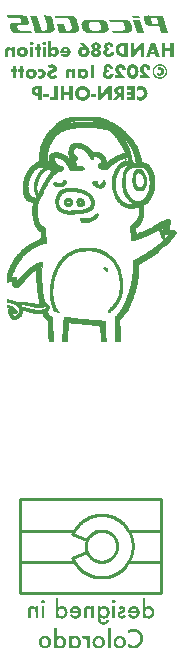
<source format=gbr>
%TF.GenerationSoftware,KiCad,Pcbnew,7.0.5-0*%
%TF.CreationDate,2023-06-15T10:43:23-05:00*%
%TF.ProjectId,PicoGUS,5069636f-4755-4532-9e6b-696361645f70,rev?*%
%TF.SameCoordinates,Original*%
%TF.FileFunction,Legend,Bot*%
%TF.FilePolarity,Positive*%
%FSLAX46Y46*%
G04 Gerber Fmt 4.6, Leading zero omitted, Abs format (unit mm)*
G04 Created by KiCad (PCBNEW 7.0.5-0) date 2023-06-15 10:43:23*
%MOMM*%
%LPD*%
G01*
G04 APERTURE LIST*
%ADD10C,0.291041*%
%ADD11C,0.014000*%
%ADD12C,0.000000*%
%ADD13C,0.140000*%
%ADD14C,0.300000*%
%ADD15R,1.700000X1.700000*%
%ADD16O,1.700000X1.700000*%
%ADD17R,1.350000X1.350000*%
%ADD18O,1.350000X1.350000*%
%ADD19C,1.300000*%
%ADD20C,1.200000*%
G04 APERTURE END LIST*
D10*
X134343114Y-115731285D02*
X134343114Y-115731285D01*
X136656856Y-112512893D02*
X136724896Y-112564012D01*
X133996834Y-115367787D02*
X133996834Y-115367787D01*
X135963537Y-113643663D02*
X135940441Y-113624594D01*
X137742555Y-114386972D02*
X137732126Y-114299507D01*
X134212555Y-115625180D02*
X134214752Y-115627277D01*
X135673009Y-115851201D02*
X135673009Y-115851201D01*
X134287756Y-115689811D02*
X134304485Y-115702637D01*
X134036466Y-113881906D02*
X133992429Y-113947064D01*
X133806534Y-114879202D02*
X133812302Y-114910436D01*
X137732311Y-115007176D02*
X137719114Y-115093460D01*
X136197962Y-113901658D02*
X136170254Y-113862711D01*
X133860832Y-114219253D02*
X133850957Y-114248573D01*
X134653985Y-113412045D02*
X134580097Y-113441812D01*
X133240738Y-112782989D02*
X133180828Y-112844742D01*
X136415137Y-114435004D02*
X136422978Y-114488791D01*
X136727575Y-116741963D02*
X136589707Y-116842410D01*
X135487814Y-115921884D02*
X135487814Y-115921884D01*
X134049975Y-115444563D02*
X134051808Y-115446924D01*
X135618009Y-115875682D02*
X135579089Y-115891034D01*
X132731704Y-113495405D02*
X132751939Y-113454883D01*
X136086489Y-113761571D02*
X136101605Y-113778363D01*
X134632667Y-115887940D02*
X134621390Y-115883506D01*
X135783771Y-113515889D02*
X135810674Y-113532142D01*
X136417326Y-114448574D02*
X136408542Y-114398674D01*
X136426384Y-114789203D02*
X136426384Y-114789203D01*
X134143652Y-113751395D02*
X134211987Y-113683322D01*
X135110300Y-117299854D02*
X135110300Y-117299854D01*
X134465200Y-115808762D02*
X134465200Y-115808762D01*
X134486472Y-115820615D02*
X134465200Y-115808762D01*
X135796060Y-113522742D02*
X135796060Y-113522742D01*
X134731284Y-115921507D02*
X134734142Y-115922361D01*
X132911764Y-113182884D02*
X133013056Y-113041912D01*
X133905678Y-115200484D02*
X133914880Y-115219786D01*
X132819471Y-113331104D02*
X132819471Y-113331104D01*
X137441311Y-115898679D02*
X137480290Y-115823607D01*
X137549570Y-113634871D02*
X137515103Y-113556921D01*
X136324638Y-115178802D02*
X136309630Y-115211981D01*
X133806238Y-114430553D02*
X133811918Y-114399548D01*
X135639804Y-115866223D02*
X135638706Y-115866712D01*
X137516911Y-115747193D02*
X137480290Y-115823607D01*
X136414638Y-114875344D02*
X136412481Y-114887863D01*
X136426384Y-114789203D02*
X136426384Y-114789203D01*
X137612135Y-115510390D02*
X137582882Y-115590536D01*
X137203949Y-113044208D02*
X137254906Y-113112372D01*
X135004506Y-115972704D02*
X135006967Y-115972942D01*
X135387590Y-115947542D02*
X135387590Y-115947542D01*
X134907179Y-115961413D02*
X134928763Y-115964323D01*
X133992429Y-113947064D02*
X134036466Y-113881906D01*
X135081176Y-115976382D02*
X135081176Y-115976382D01*
X133926587Y-115244353D02*
X133936489Y-115263303D01*
X136429870Y-114743417D02*
X136429870Y-114743417D01*
X133923875Y-115238895D02*
X133923875Y-115238895D01*
X134979007Y-115970250D02*
X134979007Y-115970250D01*
X135818609Y-113537201D02*
X135796060Y-113522742D01*
X133959627Y-115305881D02*
X133947621Y-115284609D01*
X136420268Y-114837540D02*
X136418537Y-114850183D01*
X135721077Y-113480832D02*
X135721077Y-113480832D01*
X136211755Y-115386590D02*
X136241737Y-115339506D01*
X137441311Y-115898679D02*
X137400024Y-115972360D01*
X137516911Y-115747193D02*
X137551124Y-115669486D01*
X137041547Y-116454925D02*
X137098668Y-116391771D01*
X133818319Y-114368800D02*
X133811918Y-114399548D01*
X136173651Y-113867687D02*
X136181867Y-113878925D01*
X136110620Y-115519371D02*
X136146141Y-115476579D01*
X133013056Y-113041912D02*
X132961315Y-113111472D01*
D11*
X134117570Y-89383768D02*
X134270442Y-89391271D01*
X134407036Y-89403028D01*
X134466564Y-89410488D01*
X134518823Y-89418995D01*
X134581167Y-89431201D01*
X134643748Y-89444851D01*
X134706367Y-89459869D01*
X134768826Y-89476177D01*
X134830926Y-89493702D01*
X134892471Y-89512366D01*
X134953260Y-89532093D01*
X135013098Y-89552807D01*
X135071786Y-89574433D01*
X135129125Y-89596896D01*
X135184917Y-89620117D01*
X135238965Y-89644023D01*
X135291072Y-89668536D01*
X135341037Y-89693581D01*
X135388663Y-89719081D01*
X135433752Y-89744961D01*
X135494669Y-89780527D01*
X135546035Y-89810015D01*
X135566455Y-89821450D01*
X135582469Y-89830128D01*
X135593404Y-89835637D01*
X135596757Y-89837074D01*
X135598588Y-89837565D01*
X135603663Y-89840224D01*
X135614265Y-89847817D01*
X135649347Y-89875475D01*
X135698405Y-89915895D01*
X135756015Y-89964433D01*
X135875185Y-90067281D01*
X135925893Y-90112302D01*
X135963449Y-90146862D01*
X135976218Y-90159357D01*
X135990593Y-90174239D01*
X136006097Y-90190944D01*
X136022252Y-90208908D01*
X136038581Y-90227566D01*
X136054605Y-90246355D01*
X136069849Y-90264709D01*
X136083834Y-90282066D01*
X136113351Y-90318731D01*
X136146341Y-90358696D01*
X136178637Y-90396924D01*
X136193222Y-90413813D01*
X136206071Y-90428380D01*
X136216891Y-90442146D01*
X136230297Y-90460723D01*
X136263051Y-90509321D01*
X136300712Y-90568208D01*
X136339653Y-90631414D01*
X136376250Y-90692971D01*
X136406878Y-90746909D01*
X136427913Y-90787261D01*
X136433700Y-90800476D01*
X136435730Y-90808057D01*
X136436007Y-90809482D01*
X136436823Y-90811649D01*
X136439955Y-90818041D01*
X136444911Y-90826906D01*
X136451472Y-90837921D01*
X136459423Y-90850759D01*
X136468546Y-90865095D01*
X136489440Y-90896956D01*
X136506987Y-90925641D01*
X136525468Y-90959920D01*
X136544687Y-90999223D01*
X136564449Y-91042981D01*
X136604819Y-91141583D01*
X136645014Y-91251167D01*
X136683474Y-91367176D01*
X136718635Y-91485051D01*
X136748934Y-91600234D01*
X136772808Y-91708169D01*
X136795746Y-91832935D01*
X136813584Y-91937104D01*
X136826949Y-92028034D01*
X136836474Y-92113081D01*
X136842786Y-92199604D01*
X136846515Y-92294962D01*
X136848291Y-92406510D01*
X136848744Y-92541607D01*
X136848972Y-92656747D01*
X136848136Y-92753265D01*
X136846042Y-92834938D01*
X136842493Y-92905541D01*
X136837296Y-92968852D01*
X136830252Y-93028647D01*
X136821169Y-93088702D01*
X136809851Y-93152795D01*
X136779754Y-93313926D01*
X136763548Y-93402825D01*
X136760667Y-93417139D01*
X136756299Y-93434773D01*
X136743754Y-93478182D01*
X136727216Y-93529403D01*
X136707986Y-93584792D01*
X136687367Y-93640702D01*
X136666661Y-93693487D01*
X136647171Y-93739499D01*
X136630198Y-93775093D01*
X136621813Y-93791672D01*
X136613472Y-93809098D01*
X136605390Y-93826826D01*
X136597787Y-93844316D01*
X136590878Y-93861025D01*
X136584881Y-93876409D01*
X136580012Y-93889928D01*
X136576489Y-93901036D01*
X136571747Y-93914478D01*
X136562775Y-93933383D01*
X136550163Y-93956878D01*
X136534498Y-93984091D01*
X136496367Y-94046172D01*
X136453093Y-94112637D01*
X136409385Y-94176497D01*
X136369952Y-94230765D01*
X136353310Y-94252117D01*
X136339504Y-94268450D01*
X136329123Y-94278891D01*
X136325399Y-94281628D01*
X136322753Y-94282565D01*
X136321857Y-94282630D01*
X136320911Y-94282822D01*
X136318871Y-94283578D01*
X136316652Y-94284812D01*
X136314273Y-94286501D01*
X136311753Y-94288624D01*
X136309111Y-94291160D01*
X136306366Y-94294087D01*
X136303537Y-94297382D01*
X136300643Y-94301025D01*
X136297702Y-94304993D01*
X136294734Y-94309265D01*
X136291759Y-94313819D01*
X136288794Y-94318633D01*
X136285859Y-94323687D01*
X136282973Y-94328957D01*
X136280155Y-94334423D01*
X136272667Y-94346574D01*
X136262187Y-94361308D01*
X136248978Y-94378342D01*
X136233303Y-94397394D01*
X136195606Y-94440427D01*
X136151203Y-94488146D01*
X136102199Y-94538297D01*
X136050699Y-94588622D01*
X135998808Y-94636863D01*
X135948632Y-94680763D01*
X135872465Y-94745355D01*
X135811578Y-94797445D01*
X135801346Y-94805839D01*
X135790847Y-94813646D01*
X135780156Y-94820839D01*
X135769356Y-94827396D01*
X135758522Y-94833289D01*
X135747735Y-94838497D01*
X135737072Y-94842994D01*
X135726613Y-94846756D01*
X135716436Y-94849757D01*
X135706620Y-94851976D01*
X135697243Y-94853385D01*
X135692745Y-94853779D01*
X135688385Y-94853961D01*
X135684175Y-94853929D01*
X135680124Y-94853680D01*
X135676241Y-94853211D01*
X135672537Y-94852518D01*
X135669023Y-94851598D01*
X135665706Y-94850449D01*
X135662598Y-94849067D01*
X135659707Y-94847450D01*
X135656874Y-94845468D01*
X135654278Y-94843009D01*
X135651915Y-94840094D01*
X135649785Y-94836747D01*
X135647883Y-94832988D01*
X135646208Y-94828840D01*
X135643530Y-94819467D01*
X135641731Y-94808802D01*
X135640791Y-94797022D01*
X135640693Y-94784302D01*
X135641418Y-94770821D01*
X135642945Y-94756753D01*
X135645255Y-94742276D01*
X135648331Y-94727566D01*
X135652154Y-94712798D01*
X135656703Y-94698151D01*
X135661960Y-94683798D01*
X135667907Y-94669918D01*
X135674523Y-94656685D01*
X135679032Y-94648770D01*
X135686200Y-94638334D01*
X135707861Y-94610586D01*
X135738204Y-94574806D01*
X135775925Y-94532365D01*
X135819724Y-94484626D01*
X135868298Y-94432960D01*
X135920344Y-94378733D01*
X135974561Y-94323312D01*
X136054899Y-94241201D01*
X136119978Y-94173090D01*
X136147671Y-94143178D01*
X136172600Y-94115440D01*
X136195114Y-94089433D01*
X136215563Y-94064714D01*
X136234298Y-94040842D01*
X136251668Y-94017373D01*
X136268023Y-93993868D01*
X136283714Y-93969881D01*
X136299090Y-93944973D01*
X136314501Y-93918700D01*
X136330298Y-93890620D01*
X136346829Y-93860290D01*
X136368776Y-93819794D01*
X136391135Y-93776976D01*
X136413277Y-93733159D01*
X136434572Y-93689668D01*
X136454391Y-93647826D01*
X136472106Y-93608957D01*
X136487085Y-93574386D01*
X136498700Y-93545436D01*
X136515876Y-93497122D01*
X136534701Y-93437089D01*
X136554046Y-93369763D01*
X136572784Y-93299572D01*
X136589786Y-93230943D01*
X136603923Y-93168305D01*
X136614066Y-93116085D01*
X136617287Y-93095265D01*
X136619087Y-93078710D01*
X136619502Y-93070995D01*
X136620678Y-93059351D01*
X136624874Y-93026621D01*
X136630806Y-92985210D01*
X136637607Y-92939805D01*
X136644450Y-92864719D01*
X136649645Y-92757577D01*
X136653103Y-92630944D01*
X136654738Y-92497388D01*
X136654464Y-92369475D01*
X136652192Y-92259772D01*
X136647837Y-92180845D01*
X136644851Y-92156849D01*
X136641311Y-92145260D01*
X136639860Y-92142560D01*
X136638298Y-92138677D01*
X136634916Y-92127667D01*
X136631316Y-92112835D01*
X136627652Y-92094792D01*
X136624074Y-92074144D01*
X136620735Y-92051500D01*
X136617787Y-92027466D01*
X136615381Y-92002651D01*
X136606938Y-91929370D01*
X136594719Y-91845976D01*
X136579635Y-91757112D01*
X136562597Y-91667423D01*
X136544518Y-91581554D01*
X136526308Y-91504150D01*
X136508880Y-91439856D01*
X136500744Y-91414075D01*
X136493145Y-91393315D01*
X136476881Y-91351990D01*
X136457492Y-91301637D01*
X136437408Y-91248505D01*
X136419061Y-91198846D01*
X136400946Y-91153441D01*
X136392170Y-91131943D01*
X136383871Y-91112029D01*
X136376268Y-91094287D01*
X136369575Y-91079300D01*
X136364012Y-91067656D01*
X136361721Y-91063270D01*
X136359794Y-91059940D01*
X136356000Y-91053566D01*
X136351662Y-91045760D01*
X136346934Y-91036825D01*
X136341968Y-91027066D01*
X136336914Y-91016785D01*
X136331926Y-91006288D01*
X136327155Y-90995877D01*
X136322753Y-90985857D01*
X136303159Y-90942209D01*
X136282513Y-90899384D01*
X136260717Y-90857248D01*
X136237673Y-90815668D01*
X136213283Y-90774511D01*
X136187449Y-90733644D01*
X136160075Y-90692935D01*
X136131062Y-90652250D01*
X136100313Y-90611457D01*
X136067730Y-90570422D01*
X136033215Y-90529013D01*
X135996671Y-90487096D01*
X135957999Y-90444540D01*
X135917103Y-90401210D01*
X135873885Y-90356974D01*
X135828247Y-90311698D01*
X135800158Y-90284724D01*
X135771960Y-90258421D01*
X135744414Y-90233466D01*
X135718279Y-90210528D01*
X135694314Y-90190282D01*
X135673279Y-90173400D01*
X135664098Y-90166431D01*
X135655934Y-90160555D01*
X135648882Y-90155857D01*
X135643038Y-90152419D01*
X135630475Y-90145210D01*
X135614070Y-90135027D01*
X135572427Y-90107737D01*
X135523492Y-90074545D01*
X135472646Y-90039443D01*
X135446062Y-90021479D01*
X135416939Y-90002691D01*
X135386210Y-89983642D01*
X135354807Y-89964896D01*
X135323666Y-89947019D01*
X135293718Y-89930574D01*
X135265897Y-89916127D01*
X135241136Y-89904240D01*
X135191824Y-89880742D01*
X135139734Y-89856550D01*
X135091118Y-89834440D01*
X135052224Y-89817193D01*
X135035978Y-89809585D01*
X135019494Y-89802173D01*
X135003226Y-89795152D01*
X134987632Y-89788717D01*
X134973166Y-89783062D01*
X134960285Y-89778385D01*
X134949444Y-89774880D01*
X134944931Y-89773628D01*
X134941099Y-89772743D01*
X134932497Y-89770768D01*
X134920899Y-89767707D01*
X134906784Y-89763692D01*
X134890629Y-89758852D01*
X134854108Y-89747219D01*
X134834698Y-89740686D01*
X134815157Y-89733849D01*
X134776082Y-89720899D01*
X134737311Y-89709425D01*
X134695676Y-89698819D01*
X134648006Y-89688473D01*
X134591134Y-89677780D01*
X134521891Y-89666131D01*
X134333615Y-89637539D01*
X134269078Y-89628232D01*
X134209729Y-89621074D01*
X134152767Y-89615955D01*
X134095392Y-89612768D01*
X134034804Y-89611405D01*
X133968205Y-89611756D01*
X133892794Y-89613712D01*
X133805772Y-89617167D01*
X133680091Y-89623273D01*
X133564307Y-89629900D01*
X133471095Y-89636180D01*
X133436915Y-89638919D01*
X133413131Y-89641245D01*
X133357561Y-89649699D01*
X133290141Y-89663383D01*
X133213953Y-89681451D01*
X133132077Y-89703058D01*
X133047597Y-89727355D01*
X132963595Y-89753498D01*
X132883153Y-89780639D01*
X132809352Y-89807932D01*
X132742764Y-89833861D01*
X132710804Y-89845957D01*
X132680863Y-89857012D01*
X132653787Y-89866677D01*
X132630423Y-89874607D01*
X132611616Y-89880452D01*
X132604187Y-89882485D01*
X132598214Y-89883867D01*
X132592749Y-89885298D01*
X132587478Y-89886805D01*
X132582424Y-89888377D01*
X132577610Y-89890003D01*
X132573055Y-89891672D01*
X132568783Y-89893374D01*
X132564815Y-89895097D01*
X132561172Y-89896832D01*
X132557877Y-89898567D01*
X132556366Y-89899431D01*
X132554950Y-89900290D01*
X132553632Y-89901145D01*
X132552414Y-89901992D01*
X132551300Y-89902831D01*
X132550291Y-89903662D01*
X132549391Y-89904481D01*
X132548602Y-89905288D01*
X132547927Y-89906081D01*
X132547368Y-89906860D01*
X132546930Y-89907622D01*
X132546612Y-89908366D01*
X132546420Y-89909092D01*
X132546355Y-89909797D01*
X132546264Y-89910550D01*
X132545993Y-89911419D01*
X132544930Y-89913483D01*
X132543206Y-89915954D01*
X132540857Y-89918797D01*
X132537923Y-89921976D01*
X132534440Y-89925456D01*
X132530448Y-89929202D01*
X132525983Y-89933179D01*
X132515789Y-89941684D01*
X132504163Y-89950687D01*
X132491409Y-89959907D01*
X132477829Y-89969062D01*
X132391722Y-90026322D01*
X132317855Y-90076050D01*
X132255795Y-90118528D01*
X132205110Y-90154039D01*
X132183895Y-90169271D01*
X132165362Y-90182866D01*
X132149454Y-90194861D01*
X132136119Y-90205290D01*
X132125301Y-90214189D01*
X132116947Y-90221593D01*
X132111003Y-90227538D01*
X132107412Y-90232059D01*
X132105363Y-90235084D01*
X132102040Y-90239250D01*
X132091872Y-90250696D01*
X132077493Y-90265787D01*
X132059489Y-90283917D01*
X132038447Y-90304478D01*
X132014952Y-90326863D01*
X131989591Y-90350462D01*
X131962950Y-90374670D01*
X131936922Y-90399495D01*
X131912046Y-90423604D01*
X131888949Y-90446455D01*
X131868261Y-90467505D01*
X131850612Y-90486210D01*
X131843124Y-90494515D01*
X131836632Y-90502029D01*
X131831213Y-90508686D01*
X131826948Y-90514418D01*
X131823914Y-90519157D01*
X131822884Y-90521134D01*
X131822191Y-90522836D01*
X131817821Y-90530219D01*
X131810499Y-90540923D01*
X131800574Y-90554448D01*
X131788390Y-90570295D01*
X131774298Y-90587966D01*
X131758641Y-90606961D01*
X131741770Y-90626780D01*
X131724030Y-90646925D01*
X131715444Y-90656638D01*
X131707076Y-90666289D01*
X131691185Y-90685153D01*
X131676726Y-90703020D01*
X131670150Y-90711422D01*
X131664069Y-90719388D01*
X131658531Y-90726855D01*
X131653583Y-90733760D01*
X131649269Y-90740041D01*
X131645635Y-90745636D01*
X131642730Y-90750481D01*
X131640597Y-90754516D01*
X131639283Y-90757677D01*
X131638947Y-90758911D01*
X131638835Y-90759902D01*
X131638813Y-90760944D01*
X131638749Y-90761984D01*
X131638644Y-90763022D01*
X131638498Y-90764056D01*
X131638314Y-90765083D01*
X131638090Y-90766105D01*
X131637829Y-90767118D01*
X131637533Y-90768121D01*
X131637201Y-90769114D01*
X131636834Y-90770095D01*
X131636434Y-90771061D01*
X131636002Y-90772014D01*
X131635539Y-90772950D01*
X131635046Y-90773868D01*
X131634524Y-90774767D01*
X131633973Y-90775645D01*
X131633395Y-90776503D01*
X131632791Y-90777337D01*
X131632163Y-90778146D01*
X131631510Y-90778930D01*
X131630834Y-90779686D01*
X131630136Y-90780415D01*
X131629416Y-90781113D01*
X131628678Y-90781780D01*
X131627919Y-90782415D01*
X131627143Y-90783016D01*
X131626350Y-90783581D01*
X131625541Y-90784110D01*
X131624717Y-90784600D01*
X131623879Y-90785052D01*
X131623029Y-90785462D01*
X131622166Y-90785831D01*
X131612574Y-90794528D01*
X131597517Y-90814774D01*
X131554160Y-90884021D01*
X131498388Y-90981787D01*
X131436495Y-91096287D01*
X131374776Y-91215736D01*
X131319524Y-91328347D01*
X131277035Y-91422337D01*
X131262543Y-91458666D01*
X131253601Y-91485920D01*
X131248168Y-91504647D01*
X131241737Y-91525653D01*
X131226747Y-91571809D01*
X131210367Y-91619008D01*
X131202199Y-91641317D01*
X131194335Y-91661867D01*
X131167761Y-91734895D01*
X131145660Y-91798111D01*
X131126943Y-91855251D01*
X131110528Y-91910046D01*
X131095328Y-91966231D01*
X131080258Y-92027538D01*
X131064233Y-92097700D01*
X131046168Y-92180450D01*
X131012599Y-92333016D01*
X130988754Y-92439743D01*
X130985129Y-92462770D01*
X130981287Y-92499993D01*
X130973474Y-92609208D01*
X130966355Y-92751760D01*
X130960973Y-92912023D01*
X130957424Y-93084988D01*
X130957934Y-93244560D01*
X130959731Y-93319534D01*
X130962567Y-93391413D01*
X130966452Y-93460281D01*
X130971390Y-93526221D01*
X130977393Y-93589318D01*
X130984467Y-93649656D01*
X130992621Y-93707318D01*
X131001863Y-93762390D01*
X131012201Y-93814955D01*
X131023643Y-93865098D01*
X131036197Y-93912901D01*
X131049873Y-93958450D01*
X131058641Y-93987736D01*
X131070014Y-94027440D01*
X131082429Y-94072006D01*
X131094322Y-94115877D01*
X131104457Y-94153912D01*
X131115321Y-94192084D01*
X131126777Y-94230056D01*
X131138685Y-94267488D01*
X131150909Y-94304041D01*
X131163309Y-94339376D01*
X131175747Y-94373154D01*
X131188084Y-94405035D01*
X131200183Y-94434680D01*
X131211904Y-94461751D01*
X131223111Y-94485908D01*
X131233663Y-94506812D01*
X131243423Y-94524124D01*
X131252253Y-94537505D01*
X131256275Y-94542616D01*
X131260013Y-94546615D01*
X131263449Y-94549464D01*
X131266566Y-94551117D01*
X131269838Y-94552456D01*
X131273378Y-94554365D01*
X131277151Y-94556806D01*
X131281122Y-94559740D01*
X131285256Y-94563131D01*
X131289518Y-94566940D01*
X131293872Y-94571128D01*
X131298283Y-94575658D01*
X131302716Y-94580491D01*
X131307135Y-94585591D01*
X131311505Y-94590918D01*
X131315791Y-94596436D01*
X131319957Y-94602105D01*
X131323970Y-94607888D01*
X131327792Y-94613748D01*
X131331389Y-94619645D01*
X131340093Y-94633441D01*
X131350662Y-94649452D01*
X131362708Y-94667111D01*
X131375839Y-94685857D01*
X131389665Y-94705123D01*
X131403794Y-94724345D01*
X131417836Y-94742959D01*
X131431401Y-94760402D01*
X131437865Y-94768665D01*
X131444040Y-94776757D01*
X131449902Y-94784636D01*
X131455421Y-94792264D01*
X131460571Y-94799599D01*
X131465325Y-94806600D01*
X131469656Y-94813226D01*
X131473536Y-94819438D01*
X131476939Y-94825193D01*
X131479838Y-94830452D01*
X131482204Y-94835174D01*
X131484012Y-94839318D01*
X131484698Y-94841161D01*
X131485234Y-94842844D01*
X131485617Y-94844362D01*
X131485842Y-94845710D01*
X131485908Y-94846883D01*
X131485811Y-94847876D01*
X131485546Y-94848684D01*
X131485112Y-94849302D01*
X131483174Y-94849938D01*
X131479505Y-94849783D01*
X131474198Y-94848875D01*
X131467344Y-94847248D01*
X131449365Y-94841977D01*
X131426308Y-94834255D01*
X131398911Y-94824361D01*
X131367910Y-94812579D01*
X131334045Y-94799191D01*
X131298051Y-94784479D01*
X131261889Y-94768987D01*
X131227527Y-94754644D01*
X131195727Y-94741733D01*
X131167248Y-94730538D01*
X131142849Y-94721339D01*
X131123290Y-94714419D01*
X131115563Y-94711902D01*
X131109331Y-94710061D01*
X131104689Y-94708930D01*
X131101731Y-94708545D01*
X131095914Y-94707430D01*
X131089599Y-94704143D01*
X131075603Y-94691388D01*
X131060006Y-94670955D01*
X131043072Y-94643519D01*
X131025063Y-94609757D01*
X131006244Y-94570344D01*
X130986876Y-94525955D01*
X130967223Y-94477266D01*
X130928116Y-94369690D01*
X130891027Y-94253019D01*
X130858062Y-94132658D01*
X130843785Y-94072783D01*
X130831327Y-94014013D01*
X130814426Y-93930901D01*
X130800333Y-93861129D01*
X130785025Y-93782503D01*
X130773171Y-93722914D01*
X130763812Y-93666256D01*
X130756668Y-93608164D01*
X130751455Y-93544279D01*
X130747893Y-93470235D01*
X130745697Y-93381671D01*
X130744278Y-93143534D01*
X130744586Y-93012619D01*
X130745697Y-92904297D01*
X130747893Y-92813902D01*
X130751455Y-92736769D01*
X130756668Y-92668231D01*
X130763812Y-92603622D01*
X130773171Y-92538274D01*
X130785025Y-92467523D01*
X130802157Y-92374513D01*
X130816510Y-92292964D01*
X130826697Y-92231556D01*
X130829793Y-92211118D01*
X130831327Y-92198971D01*
X130834423Y-92182332D01*
X130836177Y-92173414D01*
X130838040Y-92164476D01*
X130839990Y-92155798D01*
X130842005Y-92147663D01*
X130844063Y-92140353D01*
X130845102Y-92137095D01*
X130846143Y-92134150D01*
X130849055Y-92125091D01*
X130853465Y-92109608D01*
X130865822Y-92062843D01*
X130881304Y-92000797D01*
X130898001Y-91930419D01*
X130916305Y-91857649D01*
X130938516Y-91776436D01*
X130963504Y-91690317D01*
X130990143Y-91602832D01*
X131017302Y-91517516D01*
X131043853Y-91437910D01*
X131068668Y-91367548D01*
X131090619Y-91309972D01*
X131118917Y-91245279D01*
X131154486Y-91169213D01*
X131194179Y-91087939D01*
X131234849Y-91007619D01*
X131273349Y-90934418D01*
X131306531Y-90874500D01*
X131320144Y-90851449D01*
X131331248Y-90834029D01*
X131339449Y-90823012D01*
X131342338Y-90820146D01*
X131344353Y-90819169D01*
X131345217Y-90819142D01*
X131346067Y-90819063D01*
X131346905Y-90818932D01*
X131347728Y-90818753D01*
X131348538Y-90818527D01*
X131349330Y-90818254D01*
X131350107Y-90817937D01*
X131350865Y-90817578D01*
X131351604Y-90817177D01*
X131352323Y-90816739D01*
X131353021Y-90816262D01*
X131353697Y-90815751D01*
X131354350Y-90815206D01*
X131354979Y-90814627D01*
X131355583Y-90814019D01*
X131356161Y-90813382D01*
X131356711Y-90812717D01*
X131357234Y-90812028D01*
X131357727Y-90811314D01*
X131358190Y-90810578D01*
X131358622Y-90809822D01*
X131359021Y-90809048D01*
X131359388Y-90808256D01*
X131359720Y-90807449D01*
X131360017Y-90806629D01*
X131360277Y-90805797D01*
X131360501Y-90804955D01*
X131360686Y-90804103D01*
X131360832Y-90803245D01*
X131360937Y-90802383D01*
X131361001Y-90801517D01*
X131361022Y-90800649D01*
X131361395Y-90797383D01*
X131362485Y-90793182D01*
X131366651Y-90782240D01*
X131373182Y-90768341D01*
X131381742Y-90752003D01*
X131391996Y-90733744D01*
X131403606Y-90714082D01*
X131429550Y-90672623D01*
X131456882Y-90631772D01*
X131470228Y-90612871D01*
X131482913Y-90595675D01*
X131494599Y-90580704D01*
X131504949Y-90568475D01*
X131513629Y-90559508D01*
X131517237Y-90556410D01*
X131520302Y-90554320D01*
X131523034Y-90552805D01*
X131525670Y-90551050D01*
X131528196Y-90549079D01*
X131530604Y-90546913D01*
X131532881Y-90544572D01*
X131535017Y-90542080D01*
X131537001Y-90539458D01*
X131538822Y-90536726D01*
X131540470Y-90533908D01*
X131541933Y-90531025D01*
X131543201Y-90528099D01*
X131544263Y-90525151D01*
X131545107Y-90522203D01*
X131545725Y-90519277D01*
X131546103Y-90516394D01*
X131546231Y-90513575D01*
X131546551Y-90510502D01*
X131547489Y-90506869D01*
X131549014Y-90502726D01*
X131551092Y-90498121D01*
X131553692Y-90493105D01*
X131556779Y-90487726D01*
X131560322Y-90482031D01*
X131564289Y-90476071D01*
X131568645Y-90469893D01*
X131573361Y-90463547D01*
X131578401Y-90457082D01*
X131583735Y-90450547D01*
X131589330Y-90443989D01*
X131595152Y-90437459D01*
X131601169Y-90431005D01*
X131607350Y-90424675D01*
X131658405Y-90369601D01*
X131700822Y-90323361D01*
X131718967Y-90303329D01*
X131735165Y-90285238D01*
X131749485Y-90268996D01*
X131761998Y-90254515D01*
X131772775Y-90241706D01*
X131781887Y-90230478D01*
X131789403Y-90220742D01*
X131795394Y-90212410D01*
X131799931Y-90205390D01*
X131801676Y-90202344D01*
X131803084Y-90199593D01*
X131804164Y-90197125D01*
X131804925Y-90194931D01*
X131805375Y-90192997D01*
X131805522Y-90191313D01*
X131805624Y-90190375D01*
X131805928Y-90189301D01*
X131807121Y-90186766D01*
X131809063Y-90183748D01*
X131811715Y-90180287D01*
X131815041Y-90176425D01*
X131819001Y-90172202D01*
X131823558Y-90167659D01*
X131828673Y-90162837D01*
X131834310Y-90157776D01*
X131840430Y-90152517D01*
X131846994Y-90147100D01*
X131853966Y-90141567D01*
X131861307Y-90135958D01*
X131868978Y-90130313D01*
X131876943Y-90124674D01*
X131885162Y-90119081D01*
X131902662Y-90105889D01*
X131922724Y-90090288D01*
X131944609Y-90072820D01*
X131967579Y-90054028D01*
X131990897Y-90034454D01*
X132013824Y-90014642D01*
X132035622Y-89995134D01*
X132055554Y-89976472D01*
X132065481Y-89967409D01*
X132075764Y-89958320D01*
X132097081Y-89940298D01*
X132118875Y-89922884D01*
X132140518Y-89906555D01*
X132161379Y-89891789D01*
X132171320Y-89885142D01*
X132180830Y-89879064D01*
X132189829Y-89873615D01*
X132198240Y-89868856D01*
X132205983Y-89864845D01*
X132212981Y-89861643D01*
X132227381Y-89855185D01*
X132243801Y-89847144D01*
X132261652Y-89837844D01*
X132280350Y-89827610D01*
X132299309Y-89816769D01*
X132317942Y-89805646D01*
X132335663Y-89794566D01*
X132351887Y-89783854D01*
X132368613Y-89772807D01*
X132387771Y-89760761D01*
X132408665Y-89748108D01*
X132430601Y-89735237D01*
X132452883Y-89722540D01*
X132474819Y-89710408D01*
X132495713Y-89699230D01*
X132514870Y-89689399D01*
X132601224Y-89644717D01*
X132645355Y-89622463D01*
X132665457Y-89612650D01*
X132683409Y-89604203D01*
X132701171Y-89595648D01*
X132722014Y-89586810D01*
X132745202Y-89577929D01*
X132769995Y-89569244D01*
X132795657Y-89560993D01*
X132821448Y-89553415D01*
X132846632Y-89546749D01*
X132870470Y-89541232D01*
X132893209Y-89536302D01*
X132915210Y-89531306D01*
X132935908Y-89526354D01*
X132954740Y-89521554D01*
X132971141Y-89517014D01*
X132978254Y-89514876D01*
X132984547Y-89512843D01*
X132989950Y-89510929D01*
X132994393Y-89509150D01*
X132997806Y-89507515D01*
X133000116Y-89506042D01*
X133005506Y-89502763D01*
X133013370Y-89499172D01*
X133036695Y-89491023D01*
X133070437Y-89481527D01*
X133114945Y-89470621D01*
X133170565Y-89458239D01*
X133237646Y-89444316D01*
X133407574Y-89411587D01*
X133456904Y-89403816D01*
X133513892Y-89397168D01*
X133646580Y-89387220D01*
X133797108Y-89381700D01*
X133956948Y-89380564D01*
X134117570Y-89383768D01*
G36*
X134117570Y-89383768D02*
G01*
X134270442Y-89391271D01*
X134407036Y-89403028D01*
X134466564Y-89410488D01*
X134518823Y-89418995D01*
X134581167Y-89431201D01*
X134643748Y-89444851D01*
X134706367Y-89459869D01*
X134768826Y-89476177D01*
X134830926Y-89493702D01*
X134892471Y-89512366D01*
X134953260Y-89532093D01*
X135013098Y-89552807D01*
X135071786Y-89574433D01*
X135129125Y-89596896D01*
X135184917Y-89620117D01*
X135238965Y-89644023D01*
X135291072Y-89668536D01*
X135341037Y-89693581D01*
X135388663Y-89719081D01*
X135433752Y-89744961D01*
X135494669Y-89780527D01*
X135546035Y-89810015D01*
X135566455Y-89821450D01*
X135582469Y-89830128D01*
X135593404Y-89835637D01*
X135596757Y-89837074D01*
X135598588Y-89837565D01*
X135603663Y-89840224D01*
X135614265Y-89847817D01*
X135649347Y-89875475D01*
X135698405Y-89915895D01*
X135756015Y-89964433D01*
X135875185Y-90067281D01*
X135925893Y-90112302D01*
X135963449Y-90146862D01*
X135976218Y-90159357D01*
X135990593Y-90174239D01*
X136006097Y-90190944D01*
X136022252Y-90208908D01*
X136038581Y-90227566D01*
X136054605Y-90246355D01*
X136069849Y-90264709D01*
X136083834Y-90282066D01*
X136113351Y-90318731D01*
X136146341Y-90358696D01*
X136178637Y-90396924D01*
X136193222Y-90413813D01*
X136206071Y-90428380D01*
X136216891Y-90442146D01*
X136230297Y-90460723D01*
X136263051Y-90509321D01*
X136300712Y-90568208D01*
X136339653Y-90631414D01*
X136376250Y-90692971D01*
X136406878Y-90746909D01*
X136427913Y-90787261D01*
X136433700Y-90800476D01*
X136435730Y-90808057D01*
X136436007Y-90809482D01*
X136436823Y-90811649D01*
X136439955Y-90818041D01*
X136444911Y-90826906D01*
X136451472Y-90837921D01*
X136459423Y-90850759D01*
X136468546Y-90865095D01*
X136489440Y-90896956D01*
X136506987Y-90925641D01*
X136525468Y-90959920D01*
X136544687Y-90999223D01*
X136564449Y-91042981D01*
X136604819Y-91141583D01*
X136645014Y-91251167D01*
X136683474Y-91367176D01*
X136718635Y-91485051D01*
X136748934Y-91600234D01*
X136772808Y-91708169D01*
X136795746Y-91832935D01*
X136813584Y-91937104D01*
X136826949Y-92028034D01*
X136836474Y-92113081D01*
X136842786Y-92199604D01*
X136846515Y-92294962D01*
X136848291Y-92406510D01*
X136848744Y-92541607D01*
X136848972Y-92656747D01*
X136848136Y-92753265D01*
X136846042Y-92834938D01*
X136842493Y-92905541D01*
X136837296Y-92968852D01*
X136830252Y-93028647D01*
X136821169Y-93088702D01*
X136809851Y-93152795D01*
X136779754Y-93313926D01*
X136763548Y-93402825D01*
X136760667Y-93417139D01*
X136756299Y-93434773D01*
X136743754Y-93478182D01*
X136727216Y-93529403D01*
X136707986Y-93584792D01*
X136687367Y-93640702D01*
X136666661Y-93693487D01*
X136647171Y-93739499D01*
X136630198Y-93775093D01*
X136621813Y-93791672D01*
X136613472Y-93809098D01*
X136605390Y-93826826D01*
X136597787Y-93844316D01*
X136590878Y-93861025D01*
X136584881Y-93876409D01*
X136580012Y-93889928D01*
X136576489Y-93901036D01*
X136571747Y-93914478D01*
X136562775Y-93933383D01*
X136550163Y-93956878D01*
X136534498Y-93984091D01*
X136496367Y-94046172D01*
X136453093Y-94112637D01*
X136409385Y-94176497D01*
X136369952Y-94230765D01*
X136353310Y-94252117D01*
X136339504Y-94268450D01*
X136329123Y-94278891D01*
X136325399Y-94281628D01*
X136322753Y-94282565D01*
X136321857Y-94282630D01*
X136320911Y-94282822D01*
X136318871Y-94283578D01*
X136316652Y-94284812D01*
X136314273Y-94286501D01*
X136311753Y-94288624D01*
X136309111Y-94291160D01*
X136306366Y-94294087D01*
X136303537Y-94297382D01*
X136300643Y-94301025D01*
X136297702Y-94304993D01*
X136294734Y-94309265D01*
X136291759Y-94313819D01*
X136288794Y-94318633D01*
X136285859Y-94323687D01*
X136282973Y-94328957D01*
X136280155Y-94334423D01*
X136272667Y-94346574D01*
X136262187Y-94361308D01*
X136248978Y-94378342D01*
X136233303Y-94397394D01*
X136195606Y-94440427D01*
X136151203Y-94488146D01*
X136102199Y-94538297D01*
X136050699Y-94588622D01*
X135998808Y-94636863D01*
X135948632Y-94680763D01*
X135872465Y-94745355D01*
X135811578Y-94797445D01*
X135801346Y-94805839D01*
X135790847Y-94813646D01*
X135780156Y-94820839D01*
X135769356Y-94827396D01*
X135758522Y-94833289D01*
X135747735Y-94838497D01*
X135737072Y-94842994D01*
X135726613Y-94846756D01*
X135716436Y-94849757D01*
X135706620Y-94851976D01*
X135697243Y-94853385D01*
X135692745Y-94853779D01*
X135688385Y-94853961D01*
X135684175Y-94853929D01*
X135680124Y-94853680D01*
X135676241Y-94853211D01*
X135672537Y-94852518D01*
X135669023Y-94851598D01*
X135665706Y-94850449D01*
X135662598Y-94849067D01*
X135659707Y-94847450D01*
X135656874Y-94845468D01*
X135654278Y-94843009D01*
X135651915Y-94840094D01*
X135649785Y-94836747D01*
X135647883Y-94832988D01*
X135646208Y-94828840D01*
X135643530Y-94819467D01*
X135641731Y-94808802D01*
X135640791Y-94797022D01*
X135640693Y-94784302D01*
X135641418Y-94770821D01*
X135642945Y-94756753D01*
X135645255Y-94742276D01*
X135648331Y-94727566D01*
X135652154Y-94712798D01*
X135656703Y-94698151D01*
X135661960Y-94683798D01*
X135667907Y-94669918D01*
X135674523Y-94656685D01*
X135679032Y-94648770D01*
X135686200Y-94638334D01*
X135707861Y-94610586D01*
X135738204Y-94574806D01*
X135775925Y-94532365D01*
X135819724Y-94484626D01*
X135868298Y-94432960D01*
X135920344Y-94378733D01*
X135974561Y-94323312D01*
X136054899Y-94241201D01*
X136119978Y-94173090D01*
X136147671Y-94143178D01*
X136172600Y-94115440D01*
X136195114Y-94089433D01*
X136215563Y-94064714D01*
X136234298Y-94040842D01*
X136251668Y-94017373D01*
X136268023Y-93993868D01*
X136283714Y-93969881D01*
X136299090Y-93944973D01*
X136314501Y-93918700D01*
X136330298Y-93890620D01*
X136346829Y-93860290D01*
X136368776Y-93819794D01*
X136391135Y-93776976D01*
X136413277Y-93733159D01*
X136434572Y-93689668D01*
X136454391Y-93647826D01*
X136472106Y-93608957D01*
X136487085Y-93574386D01*
X136498700Y-93545436D01*
X136515876Y-93497122D01*
X136534701Y-93437089D01*
X136554046Y-93369763D01*
X136572784Y-93299572D01*
X136589786Y-93230943D01*
X136603923Y-93168305D01*
X136614066Y-93116085D01*
X136617287Y-93095265D01*
X136619087Y-93078710D01*
X136619502Y-93070995D01*
X136620678Y-93059351D01*
X136624874Y-93026621D01*
X136630806Y-92985210D01*
X136637607Y-92939805D01*
X136644450Y-92864719D01*
X136649645Y-92757577D01*
X136653103Y-92630944D01*
X136654738Y-92497388D01*
X136654464Y-92369475D01*
X136652192Y-92259772D01*
X136647837Y-92180845D01*
X136644851Y-92156849D01*
X136641311Y-92145260D01*
X136639860Y-92142560D01*
X136638298Y-92138677D01*
X136634916Y-92127667D01*
X136631316Y-92112835D01*
X136627652Y-92094792D01*
X136624074Y-92074144D01*
X136620735Y-92051500D01*
X136617787Y-92027466D01*
X136615381Y-92002651D01*
X136606938Y-91929370D01*
X136594719Y-91845976D01*
X136579635Y-91757112D01*
X136562597Y-91667423D01*
X136544518Y-91581554D01*
X136526308Y-91504150D01*
X136508880Y-91439856D01*
X136500744Y-91414075D01*
X136493145Y-91393315D01*
X136476881Y-91351990D01*
X136457492Y-91301637D01*
X136437408Y-91248505D01*
X136419061Y-91198846D01*
X136400946Y-91153441D01*
X136392170Y-91131943D01*
X136383871Y-91112029D01*
X136376268Y-91094287D01*
X136369575Y-91079300D01*
X136364012Y-91067656D01*
X136361721Y-91063270D01*
X136359794Y-91059940D01*
X136356000Y-91053566D01*
X136351662Y-91045760D01*
X136346934Y-91036825D01*
X136341968Y-91027066D01*
X136336914Y-91016785D01*
X136331926Y-91006288D01*
X136327155Y-90995877D01*
X136322753Y-90985857D01*
X136303159Y-90942209D01*
X136282513Y-90899384D01*
X136260717Y-90857248D01*
X136237673Y-90815668D01*
X136213283Y-90774511D01*
X136187449Y-90733644D01*
X136160075Y-90692935D01*
X136131062Y-90652250D01*
X136100313Y-90611457D01*
X136067730Y-90570422D01*
X136033215Y-90529013D01*
X135996671Y-90487096D01*
X135957999Y-90444540D01*
X135917103Y-90401210D01*
X135873885Y-90356974D01*
X135828247Y-90311698D01*
X135800158Y-90284724D01*
X135771960Y-90258421D01*
X135744414Y-90233466D01*
X135718279Y-90210528D01*
X135694314Y-90190282D01*
X135673279Y-90173400D01*
X135664098Y-90166431D01*
X135655934Y-90160555D01*
X135648882Y-90155857D01*
X135643038Y-90152419D01*
X135630475Y-90145210D01*
X135614070Y-90135027D01*
X135572427Y-90107737D01*
X135523492Y-90074545D01*
X135472646Y-90039443D01*
X135446062Y-90021479D01*
X135416939Y-90002691D01*
X135386210Y-89983642D01*
X135354807Y-89964896D01*
X135323666Y-89947019D01*
X135293718Y-89930574D01*
X135265897Y-89916127D01*
X135241136Y-89904240D01*
X135191824Y-89880742D01*
X135139734Y-89856550D01*
X135091118Y-89834440D01*
X135052224Y-89817193D01*
X135035978Y-89809585D01*
X135019494Y-89802173D01*
X135003226Y-89795152D01*
X134987632Y-89788717D01*
X134973166Y-89783062D01*
X134960285Y-89778385D01*
X134949444Y-89774880D01*
X134944931Y-89773628D01*
X134941099Y-89772743D01*
X134932497Y-89770768D01*
X134920899Y-89767707D01*
X134906784Y-89763692D01*
X134890629Y-89758852D01*
X134854108Y-89747219D01*
X134834698Y-89740686D01*
X134815157Y-89733849D01*
X134776082Y-89720899D01*
X134737311Y-89709425D01*
X134695676Y-89698819D01*
X134648006Y-89688473D01*
X134591134Y-89677780D01*
X134521891Y-89666131D01*
X134333615Y-89637539D01*
X134269078Y-89628232D01*
X134209729Y-89621074D01*
X134152767Y-89615955D01*
X134095392Y-89612768D01*
X134034804Y-89611405D01*
X133968205Y-89611756D01*
X133892794Y-89613712D01*
X133805772Y-89617167D01*
X133680091Y-89623273D01*
X133564307Y-89629900D01*
X133471095Y-89636180D01*
X133436915Y-89638919D01*
X133413131Y-89641245D01*
X133357561Y-89649699D01*
X133290141Y-89663383D01*
X133213953Y-89681451D01*
X133132077Y-89703058D01*
X133047597Y-89727355D01*
X132963595Y-89753498D01*
X132883153Y-89780639D01*
X132809352Y-89807932D01*
X132742764Y-89833861D01*
X132710804Y-89845957D01*
X132680863Y-89857012D01*
X132653787Y-89866677D01*
X132630423Y-89874607D01*
X132611616Y-89880452D01*
X132604187Y-89882485D01*
X132598214Y-89883867D01*
X132592749Y-89885298D01*
X132587478Y-89886805D01*
X132582424Y-89888377D01*
X132577610Y-89890003D01*
X132573055Y-89891672D01*
X132568783Y-89893374D01*
X132564815Y-89895097D01*
X132561172Y-89896832D01*
X132557877Y-89898567D01*
X132556366Y-89899431D01*
X132554950Y-89900290D01*
X132553632Y-89901145D01*
X132552414Y-89901992D01*
X132551300Y-89902831D01*
X132550291Y-89903662D01*
X132549391Y-89904481D01*
X132548602Y-89905288D01*
X132547927Y-89906081D01*
X132547368Y-89906860D01*
X132546930Y-89907622D01*
X132546612Y-89908366D01*
X132546420Y-89909092D01*
X132546355Y-89909797D01*
X132546264Y-89910550D01*
X132545993Y-89911419D01*
X132544930Y-89913483D01*
X132543206Y-89915954D01*
X132540857Y-89918797D01*
X132537923Y-89921976D01*
X132534440Y-89925456D01*
X132530448Y-89929202D01*
X132525983Y-89933179D01*
X132515789Y-89941684D01*
X132504163Y-89950687D01*
X132491409Y-89959907D01*
X132477829Y-89969062D01*
X132391722Y-90026322D01*
X132317855Y-90076050D01*
X132255795Y-90118528D01*
X132205110Y-90154039D01*
X132183895Y-90169271D01*
X132165362Y-90182866D01*
X132149454Y-90194861D01*
X132136119Y-90205290D01*
X132125301Y-90214189D01*
X132116947Y-90221593D01*
X132111003Y-90227538D01*
X132107412Y-90232059D01*
X132105363Y-90235084D01*
X132102040Y-90239250D01*
X132091872Y-90250696D01*
X132077493Y-90265787D01*
X132059489Y-90283917D01*
X132038447Y-90304478D01*
X132014952Y-90326863D01*
X131989591Y-90350462D01*
X131962950Y-90374670D01*
X131936922Y-90399495D01*
X131912046Y-90423604D01*
X131888949Y-90446455D01*
X131868261Y-90467505D01*
X131850612Y-90486210D01*
X131843124Y-90494515D01*
X131836632Y-90502029D01*
X131831213Y-90508686D01*
X131826948Y-90514418D01*
X131823914Y-90519157D01*
X131822884Y-90521134D01*
X131822191Y-90522836D01*
X131817821Y-90530219D01*
X131810499Y-90540923D01*
X131800574Y-90554448D01*
X131788390Y-90570295D01*
X131774298Y-90587966D01*
X131758641Y-90606961D01*
X131741770Y-90626780D01*
X131724030Y-90646925D01*
X131715444Y-90656638D01*
X131707076Y-90666289D01*
X131691185Y-90685153D01*
X131676726Y-90703020D01*
X131670150Y-90711422D01*
X131664069Y-90719388D01*
X131658531Y-90726855D01*
X131653583Y-90733760D01*
X131649269Y-90740041D01*
X131645635Y-90745636D01*
X131642730Y-90750481D01*
X131640597Y-90754516D01*
X131639283Y-90757677D01*
X131638947Y-90758911D01*
X131638835Y-90759902D01*
X131638813Y-90760944D01*
X131638749Y-90761984D01*
X131638644Y-90763022D01*
X131638498Y-90764056D01*
X131638314Y-90765083D01*
X131638090Y-90766105D01*
X131637829Y-90767118D01*
X131637533Y-90768121D01*
X131637201Y-90769114D01*
X131636834Y-90770095D01*
X131636434Y-90771061D01*
X131636002Y-90772014D01*
X131635539Y-90772950D01*
X131635046Y-90773868D01*
X131634524Y-90774767D01*
X131633973Y-90775645D01*
X131633395Y-90776503D01*
X131632791Y-90777337D01*
X131632163Y-90778146D01*
X131631510Y-90778930D01*
X131630834Y-90779686D01*
X131630136Y-90780415D01*
X131629416Y-90781113D01*
X131628678Y-90781780D01*
X131627919Y-90782415D01*
X131627143Y-90783016D01*
X131626350Y-90783581D01*
X131625541Y-90784110D01*
X131624717Y-90784600D01*
X131623879Y-90785052D01*
X131623029Y-90785462D01*
X131622166Y-90785831D01*
X131612574Y-90794528D01*
X131597517Y-90814774D01*
X131554160Y-90884021D01*
X131498388Y-90981787D01*
X131436495Y-91096287D01*
X131374776Y-91215736D01*
X131319524Y-91328347D01*
X131277035Y-91422337D01*
X131262543Y-91458666D01*
X131253601Y-91485920D01*
X131248168Y-91504647D01*
X131241737Y-91525653D01*
X131226747Y-91571809D01*
X131210367Y-91619008D01*
X131202199Y-91641317D01*
X131194335Y-91661867D01*
X131167761Y-91734895D01*
X131145660Y-91798111D01*
X131126943Y-91855251D01*
X131110528Y-91910046D01*
X131095328Y-91966231D01*
X131080258Y-92027538D01*
X131064233Y-92097700D01*
X131046168Y-92180450D01*
X131012599Y-92333016D01*
X130988754Y-92439743D01*
X130985129Y-92462770D01*
X130981287Y-92499993D01*
X130973474Y-92609208D01*
X130966355Y-92751760D01*
X130960973Y-92912023D01*
X130957424Y-93084988D01*
X130957934Y-93244560D01*
X130959731Y-93319534D01*
X130962567Y-93391413D01*
X130966452Y-93460281D01*
X130971390Y-93526221D01*
X130977393Y-93589318D01*
X130984467Y-93649656D01*
X130992621Y-93707318D01*
X131001863Y-93762390D01*
X131012201Y-93814955D01*
X131023643Y-93865098D01*
X131036197Y-93912901D01*
X131049873Y-93958450D01*
X131058641Y-93987736D01*
X131070014Y-94027440D01*
X131082429Y-94072006D01*
X131094322Y-94115877D01*
X131104457Y-94153912D01*
X131115321Y-94192084D01*
X131126777Y-94230056D01*
X131138685Y-94267488D01*
X131150909Y-94304041D01*
X131163309Y-94339376D01*
X131175747Y-94373154D01*
X131188084Y-94405035D01*
X131200183Y-94434680D01*
X131211904Y-94461751D01*
X131223111Y-94485908D01*
X131233663Y-94506812D01*
X131243423Y-94524124D01*
X131252253Y-94537505D01*
X131256275Y-94542616D01*
X131260013Y-94546615D01*
X131263449Y-94549464D01*
X131266566Y-94551117D01*
X131269838Y-94552456D01*
X131273378Y-94554365D01*
X131277151Y-94556806D01*
X131281122Y-94559740D01*
X131285256Y-94563131D01*
X131289518Y-94566940D01*
X131293872Y-94571128D01*
X131298283Y-94575658D01*
X131302716Y-94580491D01*
X131307135Y-94585591D01*
X131311505Y-94590918D01*
X131315791Y-94596436D01*
X131319957Y-94602105D01*
X131323970Y-94607888D01*
X131327792Y-94613748D01*
X131331389Y-94619645D01*
X131340093Y-94633441D01*
X131350662Y-94649452D01*
X131362708Y-94667111D01*
X131375839Y-94685857D01*
X131389665Y-94705123D01*
X131403794Y-94724345D01*
X131417836Y-94742959D01*
X131431401Y-94760402D01*
X131437865Y-94768665D01*
X131444040Y-94776757D01*
X131449902Y-94784636D01*
X131455421Y-94792264D01*
X131460571Y-94799599D01*
X131465325Y-94806600D01*
X131469656Y-94813226D01*
X131473536Y-94819438D01*
X131476939Y-94825193D01*
X131479838Y-94830452D01*
X131482204Y-94835174D01*
X131484012Y-94839318D01*
X131484698Y-94841161D01*
X131485234Y-94842844D01*
X131485617Y-94844362D01*
X131485842Y-94845710D01*
X131485908Y-94846883D01*
X131485811Y-94847876D01*
X131485546Y-94848684D01*
X131485112Y-94849302D01*
X131483174Y-94849938D01*
X131479505Y-94849783D01*
X131474198Y-94848875D01*
X131467344Y-94847248D01*
X131449365Y-94841977D01*
X131426308Y-94834255D01*
X131398911Y-94824361D01*
X131367910Y-94812579D01*
X131334045Y-94799191D01*
X131298051Y-94784479D01*
X131261889Y-94768987D01*
X131227527Y-94754644D01*
X131195727Y-94741733D01*
X131167248Y-94730538D01*
X131142849Y-94721339D01*
X131123290Y-94714419D01*
X131115563Y-94711902D01*
X131109331Y-94710061D01*
X131104689Y-94708930D01*
X131101731Y-94708545D01*
X131095914Y-94707430D01*
X131089599Y-94704143D01*
X131075603Y-94691388D01*
X131060006Y-94670955D01*
X131043072Y-94643519D01*
X131025063Y-94609757D01*
X131006244Y-94570344D01*
X130986876Y-94525955D01*
X130967223Y-94477266D01*
X130928116Y-94369690D01*
X130891027Y-94253019D01*
X130858062Y-94132658D01*
X130843785Y-94072783D01*
X130831327Y-94014013D01*
X130814426Y-93930901D01*
X130800333Y-93861129D01*
X130785025Y-93782503D01*
X130773171Y-93722914D01*
X130763812Y-93666256D01*
X130756668Y-93608164D01*
X130751455Y-93544279D01*
X130747893Y-93470235D01*
X130745697Y-93381671D01*
X130744278Y-93143534D01*
X130744586Y-93012619D01*
X130745697Y-92904297D01*
X130747893Y-92813902D01*
X130751455Y-92736769D01*
X130756668Y-92668231D01*
X130763812Y-92603622D01*
X130773171Y-92538274D01*
X130785025Y-92467523D01*
X130802157Y-92374513D01*
X130816510Y-92292964D01*
X130826697Y-92231556D01*
X130829793Y-92211118D01*
X130831327Y-92198971D01*
X130834423Y-92182332D01*
X130836177Y-92173414D01*
X130838040Y-92164476D01*
X130839990Y-92155798D01*
X130842005Y-92147663D01*
X130844063Y-92140353D01*
X130845102Y-92137095D01*
X130846143Y-92134150D01*
X130849055Y-92125091D01*
X130853465Y-92109608D01*
X130865822Y-92062843D01*
X130881304Y-92000797D01*
X130898001Y-91930419D01*
X130916305Y-91857649D01*
X130938516Y-91776436D01*
X130963504Y-91690317D01*
X130990143Y-91602832D01*
X131017302Y-91517516D01*
X131043853Y-91437910D01*
X131068668Y-91367548D01*
X131090619Y-91309972D01*
X131118917Y-91245279D01*
X131154486Y-91169213D01*
X131194179Y-91087939D01*
X131234849Y-91007619D01*
X131273349Y-90934418D01*
X131306531Y-90874500D01*
X131320144Y-90851449D01*
X131331248Y-90834029D01*
X131339449Y-90823012D01*
X131342338Y-90820146D01*
X131344353Y-90819169D01*
X131345217Y-90819142D01*
X131346067Y-90819063D01*
X131346905Y-90818932D01*
X131347728Y-90818753D01*
X131348538Y-90818527D01*
X131349330Y-90818254D01*
X131350107Y-90817937D01*
X131350865Y-90817578D01*
X131351604Y-90817177D01*
X131352323Y-90816739D01*
X131353021Y-90816262D01*
X131353697Y-90815751D01*
X131354350Y-90815206D01*
X131354979Y-90814627D01*
X131355583Y-90814019D01*
X131356161Y-90813382D01*
X131356711Y-90812717D01*
X131357234Y-90812028D01*
X131357727Y-90811314D01*
X131358190Y-90810578D01*
X131358622Y-90809822D01*
X131359021Y-90809048D01*
X131359388Y-90808256D01*
X131359720Y-90807449D01*
X131360017Y-90806629D01*
X131360277Y-90805797D01*
X131360501Y-90804955D01*
X131360686Y-90804103D01*
X131360832Y-90803245D01*
X131360937Y-90802383D01*
X131361001Y-90801517D01*
X131361022Y-90800649D01*
X131361395Y-90797383D01*
X131362485Y-90793182D01*
X131366651Y-90782240D01*
X131373182Y-90768341D01*
X131381742Y-90752003D01*
X131391996Y-90733744D01*
X131403606Y-90714082D01*
X131429550Y-90672623D01*
X131456882Y-90631772D01*
X131470228Y-90612871D01*
X131482913Y-90595675D01*
X131494599Y-90580704D01*
X131504949Y-90568475D01*
X131513629Y-90559508D01*
X131517237Y-90556410D01*
X131520302Y-90554320D01*
X131523034Y-90552805D01*
X131525670Y-90551050D01*
X131528196Y-90549079D01*
X131530604Y-90546913D01*
X131532881Y-90544572D01*
X131535017Y-90542080D01*
X131537001Y-90539458D01*
X131538822Y-90536726D01*
X131540470Y-90533908D01*
X131541933Y-90531025D01*
X131543201Y-90528099D01*
X131544263Y-90525151D01*
X131545107Y-90522203D01*
X131545725Y-90519277D01*
X131546103Y-90516394D01*
X131546231Y-90513575D01*
X131546551Y-90510502D01*
X131547489Y-90506869D01*
X131549014Y-90502726D01*
X131551092Y-90498121D01*
X131553692Y-90493105D01*
X131556779Y-90487726D01*
X131560322Y-90482031D01*
X131564289Y-90476071D01*
X131568645Y-90469893D01*
X131573361Y-90463547D01*
X131578401Y-90457082D01*
X131583735Y-90450547D01*
X131589330Y-90443989D01*
X131595152Y-90437459D01*
X131601169Y-90431005D01*
X131607350Y-90424675D01*
X131658405Y-90369601D01*
X131700822Y-90323361D01*
X131718967Y-90303329D01*
X131735165Y-90285238D01*
X131749485Y-90268996D01*
X131761998Y-90254515D01*
X131772775Y-90241706D01*
X131781887Y-90230478D01*
X131789403Y-90220742D01*
X131795394Y-90212410D01*
X131799931Y-90205390D01*
X131801676Y-90202344D01*
X131803084Y-90199593D01*
X131804164Y-90197125D01*
X131804925Y-90194931D01*
X131805375Y-90192997D01*
X131805522Y-90191313D01*
X131805624Y-90190375D01*
X131805928Y-90189301D01*
X131807121Y-90186766D01*
X131809063Y-90183748D01*
X131811715Y-90180287D01*
X131815041Y-90176425D01*
X131819001Y-90172202D01*
X131823558Y-90167659D01*
X131828673Y-90162837D01*
X131834310Y-90157776D01*
X131840430Y-90152517D01*
X131846994Y-90147100D01*
X131853966Y-90141567D01*
X131861307Y-90135958D01*
X131868978Y-90130313D01*
X131876943Y-90124674D01*
X131885162Y-90119081D01*
X131902662Y-90105889D01*
X131922724Y-90090288D01*
X131944609Y-90072820D01*
X131967579Y-90054028D01*
X131990897Y-90034454D01*
X132013824Y-90014642D01*
X132035622Y-89995134D01*
X132055554Y-89976472D01*
X132065481Y-89967409D01*
X132075764Y-89958320D01*
X132097081Y-89940298D01*
X132118875Y-89922884D01*
X132140518Y-89906555D01*
X132161379Y-89891789D01*
X132171320Y-89885142D01*
X132180830Y-89879064D01*
X132189829Y-89873615D01*
X132198240Y-89868856D01*
X132205983Y-89864845D01*
X132212981Y-89861643D01*
X132227381Y-89855185D01*
X132243801Y-89847144D01*
X132261652Y-89837844D01*
X132280350Y-89827610D01*
X132299309Y-89816769D01*
X132317942Y-89805646D01*
X132335663Y-89794566D01*
X132351887Y-89783854D01*
X132368613Y-89772807D01*
X132387771Y-89760761D01*
X132408665Y-89748108D01*
X132430601Y-89735237D01*
X132452883Y-89722540D01*
X132474819Y-89710408D01*
X132495713Y-89699230D01*
X132514870Y-89689399D01*
X132601224Y-89644717D01*
X132645355Y-89622463D01*
X132665457Y-89612650D01*
X132683409Y-89604203D01*
X132701171Y-89595648D01*
X132722014Y-89586810D01*
X132745202Y-89577929D01*
X132769995Y-89569244D01*
X132795657Y-89560993D01*
X132821448Y-89553415D01*
X132846632Y-89546749D01*
X132870470Y-89541232D01*
X132893209Y-89536302D01*
X132915210Y-89531306D01*
X132935908Y-89526354D01*
X132954740Y-89521554D01*
X132971141Y-89517014D01*
X132978254Y-89514876D01*
X132984547Y-89512843D01*
X132989950Y-89510929D01*
X132994393Y-89509150D01*
X132997806Y-89507515D01*
X133000116Y-89506042D01*
X133005506Y-89502763D01*
X133013370Y-89499172D01*
X133036695Y-89491023D01*
X133070437Y-89481527D01*
X133114945Y-89470621D01*
X133170565Y-89458239D01*
X133237646Y-89444316D01*
X133407574Y-89411587D01*
X133456904Y-89403816D01*
X133513892Y-89397168D01*
X133646580Y-89387220D01*
X133797108Y-89381700D01*
X133956948Y-89380564D01*
X134117570Y-89383768D01*
G37*
D10*
X135278687Y-113341744D02*
X135262109Y-113339742D01*
X133925271Y-115241594D02*
X133914880Y-115219786D01*
X137515103Y-113556921D02*
X137478212Y-113480277D01*
X134142368Y-115555271D02*
X134142368Y-115555271D01*
X134444542Y-113510850D02*
X134530268Y-113464916D01*
X134025317Y-115410411D02*
X134025317Y-115410411D01*
X135379603Y-112021996D02*
X135467789Y-112032600D01*
X132657546Y-113661833D02*
X132675057Y-113619590D01*
X137750112Y-114832105D02*
X137742660Y-114920042D01*
X133884042Y-114157973D02*
X133884042Y-114157973D01*
X137397358Y-115976937D02*
X137397358Y-115976937D01*
X134195311Y-115608710D02*
X134195311Y-115608710D01*
X137719114Y-115093460D02*
X137703119Y-115178843D01*
X135001305Y-115972506D02*
X135004506Y-115972704D01*
X134304485Y-115702637D02*
X134285428Y-115687887D01*
X133998441Y-115370387D02*
X133998441Y-115370387D01*
X134096939Y-115503551D02*
X134096939Y-115503551D01*
X132911764Y-116125158D02*
X133013056Y-116266130D01*
X133882581Y-114161565D02*
X133882581Y-114161565D01*
X134323548Y-115717249D02*
X134323548Y-115717249D01*
X133894831Y-115175375D02*
X133894831Y-115175375D01*
X134979007Y-115970250D02*
X135001305Y-115972506D01*
X134190103Y-113704061D02*
X134247967Y-113651179D01*
X135021309Y-112009686D02*
X134932847Y-112014154D01*
X136130970Y-113812725D02*
X136165326Y-113856534D01*
X133825432Y-114338319D02*
X133833248Y-114308115D01*
X134112252Y-115521728D02*
X134083241Y-115487286D01*
X135110300Y-112008188D02*
X135021309Y-112009686D01*
X140137383Y-113331104D02*
X140137383Y-115976937D01*
X135752688Y-115810250D02*
X135752688Y-115810250D01*
X132819471Y-113331104D02*
X132819471Y-113331104D01*
X135863026Y-115741775D02*
X135908115Y-115709076D01*
X133793609Y-114525022D02*
X133797075Y-114493299D01*
X134854785Y-115952179D02*
X134854785Y-115952179D01*
X134526854Y-115841451D02*
X134526854Y-115841451D01*
X134423501Y-115784380D02*
X134402996Y-115771826D01*
X137480290Y-115823607D02*
X137441311Y-115898679D01*
X134402996Y-115771826D02*
X134382795Y-115758543D01*
X136071085Y-113745048D02*
X136086489Y-113761571D01*
X133787777Y-114621473D02*
X133787383Y-114654021D01*
X133970302Y-113983268D02*
X134022517Y-113901660D01*
X135001305Y-115972506D02*
X135001305Y-115972506D01*
X134586504Y-117247324D02*
X134501738Y-117228679D01*
X134500560Y-112079642D02*
X134416522Y-112101090D01*
X135993874Y-115638269D02*
X136034430Y-115600272D01*
X134530268Y-113464916D02*
X134619610Y-113425247D01*
X134489111Y-115822090D02*
X134507844Y-115831641D01*
X135058534Y-113332103D02*
X135058534Y-113332103D01*
X136241737Y-115339506D02*
X136269760Y-115291102D01*
X136295186Y-117016412D02*
X136139355Y-117089143D01*
X134049975Y-115444563D02*
X134049975Y-115444563D01*
X134144438Y-115557421D02*
X134128471Y-115539793D01*
X137662215Y-113958731D02*
X137637937Y-113876056D01*
X133914880Y-115219786D02*
X133914880Y-115219786D01*
X133984253Y-115347494D02*
X133984253Y-115347494D01*
X135110300Y-115976937D02*
X135110300Y-115976937D01*
X132819471Y-113331104D02*
X132911764Y-113182884D01*
X136341523Y-115138536D02*
X136361155Y-115085415D01*
X136347637Y-115121996D02*
X136347637Y-115121996D01*
X134079450Y-115482597D02*
X134079450Y-115482597D01*
X137581564Y-113714076D02*
X137549570Y-113634871D01*
X133973002Y-115329336D02*
X133984253Y-115347494D01*
X134957139Y-115968147D02*
X134957139Y-115968147D01*
X133788951Y-114589118D02*
X133790898Y-114556964D01*
X134144438Y-115557421D02*
X134146483Y-115559669D01*
X134036466Y-113881906D02*
X133992429Y-113947064D01*
X133788976Y-114719431D02*
X133790954Y-114751833D01*
X133797075Y-114493299D02*
X133801288Y-114461807D01*
X136855843Y-112672495D02*
X136918648Y-112729755D01*
X135178331Y-113332824D02*
X135178331Y-113332824D01*
X133368990Y-116644813D02*
X133305397Y-116587407D01*
X134180005Y-115594085D02*
X134180005Y-115594085D01*
X134246111Y-115655264D02*
X134248413Y-115657182D01*
X133947621Y-115284609D02*
X133949037Y-115287314D01*
X134661388Y-115898694D02*
X134661388Y-115898694D01*
X136056827Y-115577463D02*
X136056827Y-115577463D01*
X137637937Y-113876056D02*
X137662215Y-113958731D01*
X134251339Y-112152017D02*
X134416522Y-112101090D01*
X133183744Y-116466379D02*
X133125802Y-116402836D01*
X137098668Y-116391771D02*
X136982467Y-116516232D01*
X136318280Y-114114465D02*
X136297323Y-114069980D01*
X134854785Y-115952179D02*
X134857821Y-115952827D01*
X136274776Y-114026419D02*
X136250675Y-113983820D01*
X136011464Y-115621787D02*
X136011464Y-115621787D01*
X134551407Y-115852993D02*
X134529625Y-115842754D01*
X133850957Y-114248573D02*
X133841760Y-114278196D01*
X135286980Y-113342819D02*
X135311654Y-113346357D01*
X133637890Y-116851093D02*
X133783211Y-116941871D01*
X134713742Y-115916368D02*
X134734142Y-115922361D01*
X134585484Y-112060924D02*
X134500560Y-112079642D01*
X134781773Y-115935510D02*
X134803046Y-115941007D01*
X134362753Y-115745242D02*
X134365214Y-115746995D01*
X134807969Y-113365872D02*
X134906399Y-113346751D01*
X134803046Y-115941007D02*
X134803046Y-115941007D01*
X136515901Y-112417152D02*
X136587175Y-112463922D01*
X134190103Y-113704061D02*
X134135461Y-113760248D01*
X134712843Y-115916070D02*
X134712294Y-115915905D01*
X134486472Y-115820615D02*
X134486472Y-115820615D01*
X134439311Y-113513923D02*
X134508486Y-113475823D01*
X135110300Y-113331104D02*
X135058534Y-113332103D01*
X135447968Y-115933208D02*
X135447968Y-115933208D01*
X137478212Y-113480277D02*
X137438947Y-113404988D01*
X135857556Y-115745314D02*
X135855452Y-115746796D01*
X134084196Y-113819582D02*
X134036466Y-113881906D01*
X137400024Y-115972360D02*
X137441311Y-115898679D01*
X134308894Y-113601757D02*
X134247967Y-113651179D01*
X133904461Y-115197673D02*
X133905434Y-115199929D01*
X135913999Y-115704238D02*
X135900028Y-115714940D01*
X134053600Y-115449391D02*
X134066717Y-115466166D01*
X135633401Y-113438804D02*
X135583939Y-113418599D01*
X134526854Y-115841451D02*
X134529625Y-115842754D01*
X136361155Y-115085415D02*
X136378549Y-115031255D01*
X136433217Y-114654021D02*
X136432205Y-114601857D01*
X136433217Y-114654021D02*
X136433023Y-114676536D01*
X134501738Y-117228679D02*
X134417852Y-117207314D01*
X135022407Y-113333997D02*
X135004440Y-113335310D01*
D11*
X133017412Y-81802806D02*
X133017662Y-81802855D01*
X133017912Y-81802930D01*
X133018166Y-81803029D01*
X133018420Y-81803153D01*
X133018932Y-81803478D01*
X133019449Y-81803907D01*
X133019968Y-81804440D01*
X133020489Y-81805081D01*
X133021486Y-81806249D01*
X133022391Y-81807657D01*
X133023199Y-81809281D01*
X133023903Y-81811100D01*
X133024500Y-81813094D01*
X133024982Y-81815239D01*
X133025344Y-81817514D01*
X133025582Y-81819898D01*
X133025690Y-81822369D01*
X133025661Y-81824905D01*
X133025493Y-81827484D01*
X133025177Y-81830085D01*
X133024710Y-81832685D01*
X133024085Y-81835264D01*
X133023297Y-81837800D01*
X133022341Y-81840271D01*
X133021301Y-81842812D01*
X133020268Y-81844883D01*
X133019757Y-81845746D01*
X133019252Y-81846493D01*
X133018753Y-81847128D01*
X133018260Y-81847651D01*
X133017777Y-81848062D01*
X133017301Y-81848362D01*
X133016837Y-81848554D01*
X133016383Y-81848638D01*
X133015942Y-81848614D01*
X133015514Y-81848485D01*
X133015100Y-81848250D01*
X133014701Y-81847911D01*
X133014318Y-81847469D01*
X133013954Y-81846925D01*
X133013607Y-81846280D01*
X133013280Y-81845534D01*
X133012686Y-81843748D01*
X133012183Y-81841573D01*
X133011777Y-81839019D01*
X133011478Y-81836093D01*
X133011292Y-81832803D01*
X133011228Y-81829158D01*
X133011076Y-81827275D01*
X133010966Y-81825449D01*
X133010897Y-81823680D01*
X133010867Y-81821971D01*
X133010874Y-81820322D01*
X133010919Y-81818736D01*
X133010999Y-81817215D01*
X133011113Y-81815760D01*
X133011259Y-81814372D01*
X133011436Y-81813054D01*
X133011644Y-81811807D01*
X133011879Y-81810634D01*
X133012143Y-81809535D01*
X133012431Y-81808512D01*
X133012744Y-81807567D01*
X133013081Y-81806701D01*
X133013439Y-81805918D01*
X133013817Y-81805217D01*
X133014214Y-81804601D01*
X133014629Y-81804072D01*
X133015060Y-81803630D01*
X133015506Y-81803279D01*
X133015965Y-81803019D01*
X133016200Y-81802924D01*
X133016438Y-81802852D01*
X133016678Y-81802805D01*
X133016920Y-81802781D01*
X133017165Y-81802781D01*
X133017412Y-81802806D01*
G36*
X133017412Y-81802806D02*
G01*
X133017662Y-81802855D01*
X133017912Y-81802930D01*
X133018166Y-81803029D01*
X133018420Y-81803153D01*
X133018932Y-81803478D01*
X133019449Y-81803907D01*
X133019968Y-81804440D01*
X133020489Y-81805081D01*
X133021486Y-81806249D01*
X133022391Y-81807657D01*
X133023199Y-81809281D01*
X133023903Y-81811100D01*
X133024500Y-81813094D01*
X133024982Y-81815239D01*
X133025344Y-81817514D01*
X133025582Y-81819898D01*
X133025690Y-81822369D01*
X133025661Y-81824905D01*
X133025493Y-81827484D01*
X133025177Y-81830085D01*
X133024710Y-81832685D01*
X133024085Y-81835264D01*
X133023297Y-81837800D01*
X133022341Y-81840271D01*
X133021301Y-81842812D01*
X133020268Y-81844883D01*
X133019757Y-81845746D01*
X133019252Y-81846493D01*
X133018753Y-81847128D01*
X133018260Y-81847651D01*
X133017777Y-81848062D01*
X133017301Y-81848362D01*
X133016837Y-81848554D01*
X133016383Y-81848638D01*
X133015942Y-81848614D01*
X133015514Y-81848485D01*
X133015100Y-81848250D01*
X133014701Y-81847911D01*
X133014318Y-81847469D01*
X133013954Y-81846925D01*
X133013607Y-81846280D01*
X133013280Y-81845534D01*
X133012686Y-81843748D01*
X133012183Y-81841573D01*
X133011777Y-81839019D01*
X133011478Y-81836093D01*
X133011292Y-81832803D01*
X133011228Y-81829158D01*
X133011076Y-81827275D01*
X133010966Y-81825449D01*
X133010897Y-81823680D01*
X133010867Y-81821971D01*
X133010874Y-81820322D01*
X133010919Y-81818736D01*
X133010999Y-81817215D01*
X133011113Y-81815760D01*
X133011259Y-81814372D01*
X133011436Y-81813054D01*
X133011644Y-81811807D01*
X133011879Y-81810634D01*
X133012143Y-81809535D01*
X133012431Y-81808512D01*
X133012744Y-81807567D01*
X133013081Y-81806701D01*
X133013439Y-81805918D01*
X133013817Y-81805217D01*
X133014214Y-81804601D01*
X133014629Y-81804072D01*
X133015060Y-81803630D01*
X133015506Y-81803279D01*
X133015965Y-81803019D01*
X133016200Y-81802924D01*
X133016438Y-81802852D01*
X133016678Y-81802805D01*
X133016920Y-81802781D01*
X133017165Y-81802781D01*
X133017412Y-81802806D01*
G37*
D10*
X136098559Y-115532729D02*
X136098559Y-115532729D01*
X136431381Y-114721247D02*
X136430686Y-114732349D01*
X136226590Y-113944311D02*
X136253773Y-113988835D01*
X134666799Y-115900625D02*
X134655373Y-115896500D01*
X137549570Y-113634871D02*
X137581564Y-113714076D01*
X133640429Y-116852788D02*
X133570127Y-116804120D01*
X133841760Y-114278196D02*
X133833248Y-114308115D01*
X134250682Y-115659193D02*
X134250682Y-115659193D01*
X135110300Y-112008188D02*
X135110300Y-112008188D01*
X136130970Y-113812725D02*
X136089377Y-113764716D01*
X133947621Y-115284609D02*
X133947621Y-115284609D01*
X136429870Y-114743417D02*
X136430686Y-114732349D01*
X136043935Y-115590593D02*
X136034397Y-115599926D01*
X133787383Y-114654021D02*
X133787383Y-114654021D01*
X135986189Y-113663242D02*
X135963537Y-113643663D01*
X133709811Y-112410394D02*
X133637890Y-112456948D01*
X136371036Y-116976401D02*
X136445440Y-116934030D01*
X136279227Y-114034490D02*
X136302905Y-114081232D01*
X133884042Y-114157973D02*
X132657546Y-113661833D01*
X140137383Y-113331104D02*
X137397358Y-113331104D01*
X135913747Y-113603534D02*
X135938334Y-113622917D01*
X134729994Y-113386679D02*
X134807967Y-113365871D01*
X132693258Y-113577765D02*
X132712142Y-113536368D01*
X133884042Y-115150068D02*
X133886351Y-115155744D01*
X134809105Y-115942436D02*
X134809105Y-115942436D01*
X134172072Y-117127295D02*
X134092300Y-117095446D01*
X134759343Y-115929762D02*
X134771528Y-115932871D01*
X133925271Y-115241594D02*
X133926587Y-115244353D01*
X135618009Y-115875682D02*
X135618009Y-115875682D01*
X134135461Y-113760248D02*
X134084196Y-113819582D01*
X136293045Y-112290553D02*
X136368785Y-112330416D01*
X133947621Y-115284609D02*
X133947621Y-115284609D01*
X134112252Y-115521728D02*
X134112252Y-115521728D01*
X135429863Y-113370028D02*
X135403420Y-113363747D01*
X134904097Y-115960877D02*
X134904097Y-115960877D01*
X136139979Y-115483847D02*
X136139979Y-115483847D01*
X132657546Y-113661833D02*
X132657546Y-113661833D01*
X133811918Y-114399548D02*
X133806238Y-114430553D01*
X136433217Y-114654021D02*
X136433217Y-114654021D01*
X134928763Y-115964323D02*
X134928763Y-115964323D01*
X135756432Y-113500299D02*
X135783771Y-113515889D01*
X134532317Y-115844130D02*
X134551407Y-115852993D01*
X135888321Y-115723433D02*
X135857556Y-115745314D01*
X134081362Y-115484885D02*
X134066717Y-115466166D01*
X135322754Y-115959634D02*
X135300700Y-115963073D01*
X133861965Y-115092001D02*
X133851940Y-115062483D01*
X135482119Y-113384166D02*
X135456098Y-113376836D01*
X134446831Y-115798529D02*
X134446831Y-115798529D01*
X132712142Y-113536368D02*
X132693258Y-113577765D01*
X134400416Y-115770245D02*
X134400416Y-115770245D01*
X135591420Y-113421558D02*
X135605798Y-113427291D01*
X134707862Y-115914509D02*
X134710845Y-115915402D01*
X134161273Y-115574857D02*
X134144438Y-115557421D01*
X134619610Y-113425247D02*
X134712274Y-113392135D01*
X137612135Y-115510390D02*
X137638834Y-115429099D01*
X134180005Y-115594085D02*
X134180005Y-115594085D01*
X135565063Y-115896572D02*
X135617709Y-115875980D01*
X133787783Y-114686823D02*
X133788976Y-114719431D01*
X134114217Y-115524057D02*
X134128471Y-115539793D01*
X134343114Y-115731285D02*
X134360239Y-115743575D01*
X135487814Y-115921884D02*
X135447968Y-115933208D01*
X132657546Y-115646208D02*
X132675339Y-115689120D01*
X132819471Y-113331104D02*
X132819471Y-113331104D01*
X137397358Y-113331104D02*
X137306525Y-113186330D01*
X137742660Y-114920042D02*
X137750112Y-114832105D01*
X134372728Y-113555953D02*
X134439311Y-113513923D01*
X133882581Y-114161565D02*
X133884042Y-114157973D01*
X136406401Y-114920039D02*
X136417963Y-114855375D01*
X136281240Y-115269184D02*
X136281240Y-115269184D01*
X136189972Y-113890248D02*
X136197962Y-113901658D01*
D11*
X137154270Y-81892610D02*
X137154650Y-81892666D01*
X137155010Y-81892757D01*
X137155351Y-81892881D01*
X137155672Y-81893039D01*
X137155974Y-81893231D01*
X137156255Y-81893457D01*
X137156516Y-81893717D01*
X137156757Y-81894012D01*
X137156978Y-81894341D01*
X137157179Y-81894704D01*
X137157359Y-81895102D01*
X137157518Y-81895534D01*
X137157656Y-81896002D01*
X137157870Y-81897040D01*
X137157999Y-81898218D01*
X137158042Y-81899537D01*
X137157999Y-81899916D01*
X137157872Y-81900358D01*
X137157373Y-81901422D01*
X137156565Y-81902707D01*
X137155467Y-81904196D01*
X137154097Y-81905869D01*
X137152475Y-81907708D01*
X137150620Y-81909694D01*
X137148550Y-81911807D01*
X137143844Y-81916339D01*
X137138508Y-81921154D01*
X137132695Y-81926099D01*
X137126556Y-81931023D01*
X137121325Y-81935233D01*
X137116743Y-81938833D01*
X137112806Y-81941819D01*
X137109512Y-81944190D01*
X137106858Y-81945942D01*
X137104842Y-81947073D01*
X137104072Y-81947404D01*
X137103461Y-81947580D01*
X137103007Y-81947598D01*
X137102712Y-81947460D01*
X137102573Y-81947164D01*
X137102592Y-81946711D01*
X137102767Y-81946099D01*
X137103099Y-81945329D01*
X137104230Y-81943313D01*
X137105982Y-81940660D01*
X137108352Y-81937366D01*
X137111339Y-81933429D01*
X137114939Y-81928846D01*
X137119149Y-81923615D01*
X137121378Y-81920896D01*
X137123553Y-81918298D01*
X137125671Y-81915820D01*
X137127732Y-81913465D01*
X137129735Y-81911230D01*
X137131679Y-81909119D01*
X137133561Y-81907131D01*
X137135383Y-81905267D01*
X137137143Y-81903529D01*
X137138838Y-81901915D01*
X137140470Y-81900427D01*
X137142036Y-81899067D01*
X137143535Y-81897834D01*
X137144967Y-81896729D01*
X137146330Y-81895753D01*
X137147624Y-81894907D01*
X137148848Y-81894190D01*
X137149999Y-81893605D01*
X137151078Y-81893152D01*
X137152084Y-81892831D01*
X137153016Y-81892642D01*
X137153453Y-81892598D01*
X137153871Y-81892587D01*
X137154270Y-81892610D01*
G36*
X137154270Y-81892610D02*
G01*
X137154650Y-81892666D01*
X137155010Y-81892757D01*
X137155351Y-81892881D01*
X137155672Y-81893039D01*
X137155974Y-81893231D01*
X137156255Y-81893457D01*
X137156516Y-81893717D01*
X137156757Y-81894012D01*
X137156978Y-81894341D01*
X137157179Y-81894704D01*
X137157359Y-81895102D01*
X137157518Y-81895534D01*
X137157656Y-81896002D01*
X137157870Y-81897040D01*
X137157999Y-81898218D01*
X137158042Y-81899537D01*
X137157999Y-81899916D01*
X137157872Y-81900358D01*
X137157373Y-81901422D01*
X137156565Y-81902707D01*
X137155467Y-81904196D01*
X137154097Y-81905869D01*
X137152475Y-81907708D01*
X137150620Y-81909694D01*
X137148550Y-81911807D01*
X137143844Y-81916339D01*
X137138508Y-81921154D01*
X137132695Y-81926099D01*
X137126556Y-81931023D01*
X137121325Y-81935233D01*
X137116743Y-81938833D01*
X137112806Y-81941819D01*
X137109512Y-81944190D01*
X137106858Y-81945942D01*
X137104842Y-81947073D01*
X137104072Y-81947404D01*
X137103461Y-81947580D01*
X137103007Y-81947598D01*
X137102712Y-81947460D01*
X137102573Y-81947164D01*
X137102592Y-81946711D01*
X137102767Y-81946099D01*
X137103099Y-81945329D01*
X137104230Y-81943313D01*
X137105982Y-81940660D01*
X137108352Y-81937366D01*
X137111339Y-81933429D01*
X137114939Y-81928846D01*
X137119149Y-81923615D01*
X137121378Y-81920896D01*
X137123553Y-81918298D01*
X137125671Y-81915820D01*
X137127732Y-81913465D01*
X137129735Y-81911230D01*
X137131679Y-81909119D01*
X137133561Y-81907131D01*
X137135383Y-81905267D01*
X137137143Y-81903529D01*
X137138838Y-81901915D01*
X137140470Y-81900427D01*
X137142036Y-81899067D01*
X137143535Y-81897834D01*
X137144967Y-81896729D01*
X137146330Y-81895753D01*
X137147624Y-81894907D01*
X137148848Y-81894190D01*
X137149999Y-81893605D01*
X137151078Y-81893152D01*
X137152084Y-81892831D01*
X137153016Y-81892642D01*
X137153453Y-81892598D01*
X137153871Y-81892587D01*
X137154270Y-81892610D01*
G37*
D10*
X135300700Y-115963073D02*
X135262131Y-115967981D01*
X137206825Y-116260127D02*
X137098668Y-116391771D01*
X136295770Y-115241435D02*
X136319709Y-115190561D01*
X137350309Y-113253562D02*
X137394653Y-113326487D01*
X134957139Y-115968147D02*
X134928763Y-115964323D01*
X136389303Y-114992000D02*
X136386676Y-115001571D01*
X136269760Y-115291102D02*
X136295770Y-115241435D01*
X136354305Y-115103945D02*
X136347637Y-115121996D01*
X136081975Y-115551084D02*
X136081975Y-115551084D01*
X134900955Y-115960434D02*
X134900955Y-115960434D01*
X134308894Y-113601757D02*
X134372728Y-113555953D01*
X134900955Y-115960434D02*
X134904097Y-115960877D01*
X136245237Y-115333431D02*
X136233655Y-115352137D01*
X134507844Y-115831641D02*
X134526854Y-115841451D01*
X134551407Y-115852993D02*
X134551407Y-115852993D01*
X134806115Y-115941675D02*
X134806115Y-115941675D01*
X132693258Y-113577765D02*
X132675057Y-113619590D01*
X135300700Y-115963073D02*
X135300700Y-115963073D01*
X136424222Y-114499096D02*
X136417326Y-114448574D01*
X135440751Y-113372783D02*
X135440751Y-113372783D01*
X133949037Y-115287314D02*
X133949037Y-115287314D01*
X137515103Y-113556921D02*
X137549570Y-113634871D01*
X134807967Y-113365871D02*
X134729994Y-113386679D01*
X135576962Y-113415989D02*
X135591420Y-113421558D01*
X134362725Y-113562758D02*
X134444542Y-113510850D01*
X134928763Y-115964323D02*
X134928763Y-115964323D01*
X134195311Y-115608710D02*
X134195311Y-115608710D01*
X134416522Y-112101090D02*
X134333428Y-112125228D01*
X134287756Y-115689811D02*
X134287756Y-115689811D01*
X133996834Y-115367787D02*
X133998441Y-115370387D01*
X134933200Y-117293911D02*
X134845499Y-117286543D01*
X134465200Y-115808762D02*
X134483760Y-115819219D01*
X132819471Y-115976937D02*
X132796816Y-115937221D01*
X135863137Y-113566586D02*
X135888678Y-113584753D01*
X136430686Y-114732349D02*
X136431381Y-114721247D01*
X136136480Y-115488213D02*
X136121881Y-115505801D01*
X136429870Y-114743417D02*
X136426384Y-114789203D01*
X133936489Y-115263303D02*
X133936489Y-115263303D01*
X135055525Y-115975767D02*
X135055525Y-115975767D01*
X136073364Y-115560621D02*
X136110620Y-115519371D01*
X135752688Y-115810250D02*
X135737945Y-115818326D01*
X134066717Y-115466166D02*
X134066717Y-115466166D01*
X137206825Y-113047915D02*
X137098668Y-112916271D01*
X134759343Y-115929762D02*
X134758854Y-115929636D01*
X133570127Y-116804120D02*
X133501414Y-116753209D01*
X133637890Y-112456948D02*
X133783211Y-112366170D01*
X135362898Y-115952523D02*
X135326074Y-115959104D01*
X135669235Y-115853230D02*
X135719586Y-115828379D01*
X136295186Y-112291630D02*
X136139355Y-112218899D01*
D11*
X132521121Y-84340351D02*
X132787271Y-84345879D01*
X132886824Y-84350216D01*
X132944553Y-84355400D01*
X133005115Y-84366585D01*
X133068237Y-84378898D01*
X133131100Y-84391732D01*
X133190880Y-84404480D01*
X133244757Y-84416533D01*
X133289909Y-84427284D01*
X133323514Y-84436125D01*
X133335105Y-84439639D01*
X133342751Y-84442448D01*
X133416835Y-84472081D01*
X133435905Y-84478737D01*
X133467999Y-84489213D01*
X133508773Y-84501772D01*
X133531059Y-84508291D01*
X133553889Y-84514678D01*
X133576946Y-84521494D01*
X133601175Y-84529264D01*
X133625838Y-84537728D01*
X133650197Y-84546627D01*
X133673514Y-84555700D01*
X133695052Y-84564685D01*
X133714072Y-84573323D01*
X133722408Y-84577431D01*
X133729836Y-84581354D01*
X133801605Y-84622219D01*
X133866775Y-84659981D01*
X133925174Y-84694487D01*
X133976627Y-84725585D01*
X134020961Y-84753124D01*
X134058003Y-84776952D01*
X134087578Y-84796916D01*
X134109513Y-84812865D01*
X134127944Y-84829399D01*
X134148266Y-84850167D01*
X134170113Y-84874624D01*
X134193117Y-84902227D01*
X134216915Y-84932436D01*
X134241138Y-84964706D01*
X134265420Y-84998496D01*
X134289396Y-85033262D01*
X134312700Y-85068463D01*
X134334964Y-85103554D01*
X134355823Y-85137995D01*
X134374911Y-85171243D01*
X134391860Y-85202753D01*
X134406306Y-85231985D01*
X134417880Y-85258395D01*
X134426219Y-85281442D01*
X134440702Y-85334608D01*
X134452228Y-85388338D01*
X134460834Y-85442322D01*
X134466560Y-85496254D01*
X134469442Y-85549828D01*
X134469519Y-85602738D01*
X134466828Y-85654676D01*
X134461409Y-85705337D01*
X134453298Y-85754413D01*
X134442534Y-85801598D01*
X134429154Y-85846586D01*
X134413197Y-85889069D01*
X134394700Y-85928742D01*
X134384512Y-85947429D01*
X134373702Y-85965298D01*
X134362278Y-85982311D01*
X134350241Y-85998430D01*
X134337599Y-86013616D01*
X134324355Y-86027831D01*
X134318542Y-86033729D01*
X134312928Y-86039595D01*
X134307535Y-86045395D01*
X134302390Y-86051098D01*
X134297516Y-86056670D01*
X134292938Y-86062080D01*
X134288680Y-86067295D01*
X134284766Y-86072281D01*
X134281221Y-86077007D01*
X134278071Y-86081440D01*
X134275337Y-86085548D01*
X134273046Y-86089297D01*
X134271222Y-86092656D01*
X134269888Y-86095591D01*
X134269413Y-86096890D01*
X134269070Y-86098072D01*
X134268862Y-86099130D01*
X134268792Y-86100063D01*
X134268754Y-86100757D01*
X134268642Y-86101450D01*
X134268459Y-86102140D01*
X134268206Y-86102826D01*
X134267885Y-86103507D01*
X134267498Y-86104180D01*
X134266535Y-86105503D01*
X134265333Y-86106781D01*
X134263908Y-86108006D01*
X134262278Y-86109165D01*
X134260458Y-86110249D01*
X134258463Y-86111245D01*
X134256312Y-86112144D01*
X134254020Y-86112934D01*
X134251602Y-86113606D01*
X134249078Y-86114146D01*
X134246460Y-86114546D01*
X134243766Y-86114794D01*
X134241012Y-86114879D01*
X134239629Y-86114900D01*
X134238258Y-86114964D01*
X134236902Y-86115068D01*
X134235564Y-86115211D01*
X134234244Y-86115393D01*
X134232946Y-86115611D01*
X134231670Y-86115865D01*
X134230420Y-86116152D01*
X134229197Y-86116472D01*
X134228003Y-86116823D01*
X134226840Y-86117204D01*
X134225710Y-86117614D01*
X134224616Y-86118050D01*
X134223558Y-86118512D01*
X134222541Y-86118999D01*
X134221565Y-86119509D01*
X134220632Y-86120041D01*
X134219744Y-86120592D01*
X134218904Y-86121163D01*
X134218113Y-86121751D01*
X134217375Y-86122357D01*
X134216689Y-86122976D01*
X134216059Y-86123609D01*
X134215488Y-86124255D01*
X134214975Y-86124911D01*
X134214524Y-86125577D01*
X134214137Y-86126251D01*
X134213816Y-86126932D01*
X134213563Y-86127618D01*
X134213379Y-86128309D01*
X134213268Y-86129002D01*
X134213230Y-86129695D01*
X134212782Y-86131424D01*
X134211465Y-86133802D01*
X134209323Y-86136781D01*
X134206401Y-86140316D01*
X134202740Y-86144362D01*
X134198385Y-86148871D01*
X134187764Y-86159098D01*
X134174886Y-86170626D01*
X134160099Y-86183088D01*
X134143748Y-86196114D01*
X134126182Y-86209335D01*
X134111373Y-86219725D01*
X134095475Y-86230041D01*
X134078574Y-86240247D01*
X134060752Y-86250312D01*
X134042095Y-86260204D01*
X134022687Y-86269889D01*
X134002611Y-86279336D01*
X133981952Y-86288512D01*
X133939220Y-86305918D01*
X133895164Y-86321849D01*
X133850457Y-86336044D01*
X133828070Y-86342408D01*
X133805772Y-86348241D01*
X133788669Y-86352929D01*
X133762017Y-86360743D01*
X133729461Y-86370640D01*
X133694647Y-86381578D01*
X133636893Y-86397963D01*
X133564343Y-86413686D01*
X133479085Y-86428606D01*
X133383208Y-86442582D01*
X133167954Y-86467136D01*
X132935293Y-86486221D01*
X132701938Y-86498709D01*
X132484600Y-86503469D01*
X132387161Y-86502599D01*
X132299992Y-86499374D01*
X132225185Y-86493653D01*
X132164826Y-86485296D01*
X132108678Y-86474179D01*
X132049708Y-86460610D01*
X131989609Y-86445088D01*
X131930075Y-86428112D01*
X131872798Y-86410181D01*
X131819471Y-86391795D01*
X131771787Y-86373451D01*
X131750590Y-86364451D01*
X131731439Y-86355650D01*
X131609202Y-86298235D01*
X131596819Y-86291260D01*
X131582115Y-86280980D01*
X131565414Y-86267737D01*
X131547041Y-86251875D01*
X131527323Y-86233732D01*
X131506584Y-86213654D01*
X131485152Y-86191980D01*
X131463350Y-86169052D01*
X131441505Y-86145213D01*
X131419942Y-86120804D01*
X131398986Y-86096167D01*
X131378964Y-86071644D01*
X131360202Y-86047577D01*
X131343023Y-86024308D01*
X131327754Y-86002177D01*
X131314720Y-85981528D01*
X131310712Y-85974430D01*
X131306357Y-85965713D01*
X131296779Y-85943908D01*
X131286331Y-85917067D01*
X131275364Y-85886146D01*
X131264222Y-85852100D01*
X131253255Y-85815883D01*
X131242807Y-85778451D01*
X131233229Y-85740758D01*
X131220344Y-85684790D01*
X131210714Y-85638199D01*
X131207052Y-85617334D01*
X131204124Y-85597510D01*
X131201900Y-85578295D01*
X131200354Y-85559254D01*
X131199460Y-85539951D01*
X131199189Y-85519954D01*
X131199516Y-85498829D01*
X131200412Y-85476141D01*
X131200742Y-85471105D01*
X131441040Y-85471105D01*
X131442336Y-85503619D01*
X131445234Y-85537935D01*
X131449719Y-85574649D01*
X131455779Y-85614358D01*
X131463397Y-85657660D01*
X131483259Y-85757427D01*
X131486601Y-85772291D01*
X131490979Y-85788221D01*
X131496258Y-85804939D01*
X131502302Y-85822162D01*
X131508975Y-85839615D01*
X131516142Y-85857016D01*
X131523666Y-85874086D01*
X131531414Y-85890545D01*
X131539248Y-85906114D01*
X131547034Y-85920515D01*
X131554635Y-85933466D01*
X131561916Y-85944690D01*
X131568741Y-85953905D01*
X131571940Y-85957673D01*
X131574975Y-85960834D01*
X131577827Y-85963354D01*
X131580481Y-85965196D01*
X131582919Y-85966327D01*
X131585124Y-85966712D01*
X131586209Y-85966771D01*
X131587377Y-85966948D01*
X131589947Y-85967638D01*
X131592804Y-85968763D01*
X131595918Y-85970301D01*
X131599262Y-85972228D01*
X131602803Y-85974526D01*
X131606511Y-85977170D01*
X131610359Y-85980139D01*
X131614315Y-85983413D01*
X131618350Y-85986969D01*
X131622433Y-85990786D01*
X131626536Y-85994840D01*
X131630628Y-85999113D01*
X131634678Y-86003580D01*
X131638659Y-86008221D01*
X131642539Y-86013014D01*
X131653553Y-86025252D01*
X131668316Y-86038249D01*
X131686498Y-86051854D01*
X131707767Y-86065914D01*
X131731793Y-86080279D01*
X131758244Y-86094795D01*
X131786789Y-86109311D01*
X131817098Y-86123676D01*
X131848839Y-86137736D01*
X131881682Y-86151341D01*
X131915295Y-86164338D01*
X131949348Y-86176576D01*
X131983509Y-86187901D01*
X132017448Y-86198164D01*
X132050834Y-86207211D01*
X132083334Y-86214890D01*
X132140424Y-86225746D01*
X132201810Y-86233325D01*
X132271444Y-86237648D01*
X132353276Y-86238737D01*
X132451255Y-86236614D01*
X132569333Y-86231300D01*
X132711459Y-86222818D01*
X132881583Y-86211188D01*
X133079307Y-86195101D01*
X133167702Y-86186848D01*
X133249684Y-86178341D01*
X133325676Y-86169499D01*
X133396100Y-86160236D01*
X133461381Y-86150469D01*
X133521940Y-86140113D01*
X133578203Y-86129084D01*
X133630591Y-86117299D01*
X133679529Y-86104672D01*
X133725438Y-86091120D01*
X133768743Y-86076559D01*
X133809867Y-86060904D01*
X133849233Y-86044072D01*
X133887264Y-86025979D01*
X133913498Y-86012922D01*
X133938087Y-86000093D01*
X133961126Y-85987416D01*
X133982704Y-85974814D01*
X134002915Y-85962214D01*
X134021851Y-85949536D01*
X134039604Y-85936708D01*
X134056266Y-85923651D01*
X134071931Y-85910290D01*
X134086689Y-85896550D01*
X134100633Y-85882354D01*
X134113855Y-85867625D01*
X134126448Y-85852290D01*
X134138504Y-85836271D01*
X134150115Y-85819492D01*
X134161373Y-85801876D01*
X134167324Y-85791949D01*
X134172695Y-85782187D01*
X134177512Y-85772410D01*
X134181803Y-85762433D01*
X134185595Y-85752077D01*
X134188914Y-85741159D01*
X134191789Y-85729498D01*
X134194246Y-85716913D01*
X134196313Y-85703219D01*
X134198016Y-85688237D01*
X134199382Y-85671785D01*
X134200439Y-85653681D01*
X134201734Y-85611788D01*
X134202117Y-85561105D01*
X134201950Y-85520389D01*
X134200689Y-85482106D01*
X134198240Y-85445999D01*
X134194507Y-85411810D01*
X134189396Y-85379282D01*
X134182812Y-85348156D01*
X134174660Y-85318175D01*
X134164845Y-85289081D01*
X134153272Y-85260616D01*
X134139846Y-85232524D01*
X134124471Y-85204545D01*
X134107054Y-85176422D01*
X134087499Y-85147898D01*
X134065712Y-85118715D01*
X134041596Y-85088614D01*
X134015058Y-85057339D01*
X133982241Y-85020967D01*
X133966875Y-85004904D01*
X133951855Y-84989998D01*
X133936923Y-84976060D01*
X133921817Y-84962894D01*
X133906277Y-84950309D01*
X133890042Y-84938112D01*
X133872852Y-84926110D01*
X133854447Y-84914110D01*
X133834566Y-84901921D01*
X133812949Y-84889350D01*
X133763463Y-84862288D01*
X133703907Y-84831385D01*
X133668021Y-84813496D01*
X133630732Y-84796015D01*
X133592374Y-84779043D01*
X133553281Y-84762685D01*
X133513786Y-84747043D01*
X133474224Y-84732220D01*
X133434927Y-84718319D01*
X133396230Y-84705444D01*
X133358466Y-84693697D01*
X133321970Y-84683182D01*
X133287074Y-84674002D01*
X133254112Y-84666261D01*
X133223418Y-84660060D01*
X133195326Y-84655503D01*
X133170170Y-84652693D01*
X133148283Y-84651733D01*
X133144077Y-84651627D01*
X133139814Y-84651317D01*
X133135525Y-84650818D01*
X133131238Y-84650142D01*
X133126983Y-84649303D01*
X133122791Y-84648315D01*
X133118691Y-84647191D01*
X133114713Y-84645946D01*
X133110888Y-84644591D01*
X133107243Y-84643142D01*
X133103811Y-84641611D01*
X133100620Y-84640013D01*
X133097700Y-84638360D01*
X133095082Y-84636667D01*
X133092795Y-84634947D01*
X133090868Y-84633213D01*
X133087398Y-84631067D01*
X133081249Y-84628810D01*
X133061495Y-84624039D01*
X133032756Y-84619050D01*
X132996180Y-84613997D01*
X132952920Y-84609031D01*
X132904126Y-84604303D01*
X132850947Y-84599965D01*
X132794535Y-84596170D01*
X132680841Y-84588968D01*
X132587854Y-84584045D01*
X132510580Y-84581422D01*
X132476276Y-84580981D01*
X132444028Y-84581122D01*
X132413213Y-84581850D01*
X132383206Y-84583166D01*
X132353384Y-84585073D01*
X132323121Y-84587575D01*
X132258783Y-84594372D01*
X132185199Y-84603578D01*
X132139206Y-84610195D01*
X132096889Y-84616927D01*
X132057974Y-84623886D01*
X132022187Y-84631186D01*
X131989254Y-84638943D01*
X131958901Y-84647269D01*
X131930855Y-84656279D01*
X131904840Y-84666087D01*
X131892510Y-84671326D01*
X131880584Y-84676806D01*
X131869029Y-84682543D01*
X131857811Y-84688551D01*
X131846895Y-84694843D01*
X131836248Y-84701434D01*
X131815622Y-84715572D01*
X131795658Y-84731077D01*
X131776081Y-84748063D01*
X131756618Y-84766645D01*
X131736996Y-84786935D01*
X131688075Y-84840157D01*
X131666788Y-84864366D01*
X131647401Y-84887324D01*
X131629750Y-84909295D01*
X131613672Y-84930541D01*
X131599006Y-84951325D01*
X131585587Y-84971912D01*
X131573254Y-84992564D01*
X131561843Y-85013544D01*
X131551192Y-85035116D01*
X131541138Y-85057542D01*
X131531517Y-85081086D01*
X131522168Y-85106011D01*
X131512927Y-85132580D01*
X131503632Y-85161056D01*
X131477917Y-85243807D01*
X131467629Y-85280423D01*
X131459038Y-85314664D01*
X131452128Y-85347124D01*
X131446887Y-85378401D01*
X131443301Y-85409092D01*
X131441356Y-85439794D01*
X131441040Y-85471105D01*
X131200742Y-85471105D01*
X131203805Y-85424341D01*
X131209152Y-85361080D01*
X131216148Y-85289899D01*
X131222058Y-85233345D01*
X131224701Y-85209916D01*
X131227188Y-85189379D01*
X131229555Y-85171480D01*
X131231840Y-85155962D01*
X131234082Y-85142572D01*
X131236318Y-85131053D01*
X131238587Y-85121152D01*
X131240926Y-85112612D01*
X131243374Y-85105180D01*
X131245969Y-85098599D01*
X131248748Y-85092615D01*
X131251749Y-85086973D01*
X131253159Y-85084656D01*
X131254607Y-85081897D01*
X131256087Y-85078732D01*
X131257595Y-85075195D01*
X131260670Y-85067146D01*
X131263788Y-85058034D01*
X131266906Y-85048141D01*
X131269981Y-85037748D01*
X131275827Y-85016593D01*
X131279871Y-85003174D01*
X131286306Y-84986761D01*
X131294916Y-84967707D01*
X131305489Y-84946359D01*
X131331660Y-84898187D01*
X131363106Y-84845044D01*
X131398111Y-84789732D01*
X131434961Y-84735048D01*
X131471941Y-84683794D01*
X131489944Y-84660328D01*
X131507337Y-84638768D01*
X131522553Y-84621817D01*
X131540946Y-84604390D01*
X131562264Y-84586614D01*
X131586253Y-84568621D01*
X131612663Y-84550541D01*
X131641240Y-84532505D01*
X131671734Y-84514643D01*
X131703889Y-84497084D01*
X131737456Y-84479959D01*
X131772181Y-84463399D01*
X131807813Y-84447534D01*
X131844098Y-84432493D01*
X131880784Y-84418407D01*
X131917620Y-84405406D01*
X131954353Y-84393621D01*
X131990730Y-84383181D01*
X132039261Y-84369841D01*
X132081714Y-84358409D01*
X132113402Y-84350104D01*
X132123744Y-84347503D01*
X132129636Y-84346140D01*
X132144873Y-84343945D01*
X132173388Y-84342208D01*
X132262958Y-84340033D01*
X132521121Y-84340351D01*
G36*
X132521121Y-84340351D02*
G01*
X132787271Y-84345879D01*
X132886824Y-84350216D01*
X132944553Y-84355400D01*
X133005115Y-84366585D01*
X133068237Y-84378898D01*
X133131100Y-84391732D01*
X133190880Y-84404480D01*
X133244757Y-84416533D01*
X133289909Y-84427284D01*
X133323514Y-84436125D01*
X133335105Y-84439639D01*
X133342751Y-84442448D01*
X133416835Y-84472081D01*
X133435905Y-84478737D01*
X133467999Y-84489213D01*
X133508773Y-84501772D01*
X133531059Y-84508291D01*
X133553889Y-84514678D01*
X133576946Y-84521494D01*
X133601175Y-84529264D01*
X133625838Y-84537728D01*
X133650197Y-84546627D01*
X133673514Y-84555700D01*
X133695052Y-84564685D01*
X133714072Y-84573323D01*
X133722408Y-84577431D01*
X133729836Y-84581354D01*
X133801605Y-84622219D01*
X133866775Y-84659981D01*
X133925174Y-84694487D01*
X133976627Y-84725585D01*
X134020961Y-84753124D01*
X134058003Y-84776952D01*
X134087578Y-84796916D01*
X134109513Y-84812865D01*
X134127944Y-84829399D01*
X134148266Y-84850167D01*
X134170113Y-84874624D01*
X134193117Y-84902227D01*
X134216915Y-84932436D01*
X134241138Y-84964706D01*
X134265420Y-84998496D01*
X134289396Y-85033262D01*
X134312700Y-85068463D01*
X134334964Y-85103554D01*
X134355823Y-85137995D01*
X134374911Y-85171243D01*
X134391860Y-85202753D01*
X134406306Y-85231985D01*
X134417880Y-85258395D01*
X134426219Y-85281442D01*
X134440702Y-85334608D01*
X134452228Y-85388338D01*
X134460834Y-85442322D01*
X134466560Y-85496254D01*
X134469442Y-85549828D01*
X134469519Y-85602738D01*
X134466828Y-85654676D01*
X134461409Y-85705337D01*
X134453298Y-85754413D01*
X134442534Y-85801598D01*
X134429154Y-85846586D01*
X134413197Y-85889069D01*
X134394700Y-85928742D01*
X134384512Y-85947429D01*
X134373702Y-85965298D01*
X134362278Y-85982311D01*
X134350241Y-85998430D01*
X134337599Y-86013616D01*
X134324355Y-86027831D01*
X134318542Y-86033729D01*
X134312928Y-86039595D01*
X134307535Y-86045395D01*
X134302390Y-86051098D01*
X134297516Y-86056670D01*
X134292938Y-86062080D01*
X134288680Y-86067295D01*
X134284766Y-86072281D01*
X134281221Y-86077007D01*
X134278071Y-86081440D01*
X134275337Y-86085548D01*
X134273046Y-86089297D01*
X134271222Y-86092656D01*
X134269888Y-86095591D01*
X134269413Y-86096890D01*
X134269070Y-86098072D01*
X134268862Y-86099130D01*
X134268792Y-86100063D01*
X134268754Y-86100757D01*
X134268642Y-86101450D01*
X134268459Y-86102140D01*
X134268206Y-86102826D01*
X134267885Y-86103507D01*
X134267498Y-86104180D01*
X134266535Y-86105503D01*
X134265333Y-86106781D01*
X134263908Y-86108006D01*
X134262278Y-86109165D01*
X134260458Y-86110249D01*
X134258463Y-86111245D01*
X134256312Y-86112144D01*
X134254020Y-86112934D01*
X134251602Y-86113606D01*
X134249078Y-86114146D01*
X134246460Y-86114546D01*
X134243766Y-86114794D01*
X134241012Y-86114879D01*
X134239629Y-86114900D01*
X134238258Y-86114964D01*
X134236902Y-86115068D01*
X134235564Y-86115211D01*
X134234244Y-86115393D01*
X134232946Y-86115611D01*
X134231670Y-86115865D01*
X134230420Y-86116152D01*
X134229197Y-86116472D01*
X134228003Y-86116823D01*
X134226840Y-86117204D01*
X134225710Y-86117614D01*
X134224616Y-86118050D01*
X134223558Y-86118512D01*
X134222541Y-86118999D01*
X134221565Y-86119509D01*
X134220632Y-86120041D01*
X134219744Y-86120592D01*
X134218904Y-86121163D01*
X134218113Y-86121751D01*
X134217375Y-86122357D01*
X134216689Y-86122976D01*
X134216059Y-86123609D01*
X134215488Y-86124255D01*
X134214975Y-86124911D01*
X134214524Y-86125577D01*
X134214137Y-86126251D01*
X134213816Y-86126932D01*
X134213563Y-86127618D01*
X134213379Y-86128309D01*
X134213268Y-86129002D01*
X134213230Y-86129695D01*
X134212782Y-86131424D01*
X134211465Y-86133802D01*
X134209323Y-86136781D01*
X134206401Y-86140316D01*
X134202740Y-86144362D01*
X134198385Y-86148871D01*
X134187764Y-86159098D01*
X134174886Y-86170626D01*
X134160099Y-86183088D01*
X134143748Y-86196114D01*
X134126182Y-86209335D01*
X134111373Y-86219725D01*
X134095475Y-86230041D01*
X134078574Y-86240247D01*
X134060752Y-86250312D01*
X134042095Y-86260204D01*
X134022687Y-86269889D01*
X134002611Y-86279336D01*
X133981952Y-86288512D01*
X133939220Y-86305918D01*
X133895164Y-86321849D01*
X133850457Y-86336044D01*
X133828070Y-86342408D01*
X133805772Y-86348241D01*
X133788669Y-86352929D01*
X133762017Y-86360743D01*
X133729461Y-86370640D01*
X133694647Y-86381578D01*
X133636893Y-86397963D01*
X133564343Y-86413686D01*
X133479085Y-86428606D01*
X133383208Y-86442582D01*
X133167954Y-86467136D01*
X132935293Y-86486221D01*
X132701938Y-86498709D01*
X132484600Y-86503469D01*
X132387161Y-86502599D01*
X132299992Y-86499374D01*
X132225185Y-86493653D01*
X132164826Y-86485296D01*
X132108678Y-86474179D01*
X132049708Y-86460610D01*
X131989609Y-86445088D01*
X131930075Y-86428112D01*
X131872798Y-86410181D01*
X131819471Y-86391795D01*
X131771787Y-86373451D01*
X131750590Y-86364451D01*
X131731439Y-86355650D01*
X131609202Y-86298235D01*
X131596819Y-86291260D01*
X131582115Y-86280980D01*
X131565414Y-86267737D01*
X131547041Y-86251875D01*
X131527323Y-86233732D01*
X131506584Y-86213654D01*
X131485152Y-86191980D01*
X131463350Y-86169052D01*
X131441505Y-86145213D01*
X131419942Y-86120804D01*
X131398986Y-86096167D01*
X131378964Y-86071644D01*
X131360202Y-86047577D01*
X131343023Y-86024308D01*
X131327754Y-86002177D01*
X131314720Y-85981528D01*
X131310712Y-85974430D01*
X131306357Y-85965713D01*
X131296779Y-85943908D01*
X131286331Y-85917067D01*
X131275364Y-85886146D01*
X131264222Y-85852100D01*
X131253255Y-85815883D01*
X131242807Y-85778451D01*
X131233229Y-85740758D01*
X131220344Y-85684790D01*
X131210714Y-85638199D01*
X131207052Y-85617334D01*
X131204124Y-85597510D01*
X131201900Y-85578295D01*
X131200354Y-85559254D01*
X131199460Y-85539951D01*
X131199189Y-85519954D01*
X131199516Y-85498829D01*
X131200412Y-85476141D01*
X131200742Y-85471105D01*
X131441040Y-85471105D01*
X131442336Y-85503619D01*
X131445234Y-85537935D01*
X131449719Y-85574649D01*
X131455779Y-85614358D01*
X131463397Y-85657660D01*
X131483259Y-85757427D01*
X131486601Y-85772291D01*
X131490979Y-85788221D01*
X131496258Y-85804939D01*
X131502302Y-85822162D01*
X131508975Y-85839615D01*
X131516142Y-85857016D01*
X131523666Y-85874086D01*
X131531414Y-85890545D01*
X131539248Y-85906114D01*
X131547034Y-85920515D01*
X131554635Y-85933466D01*
X131561916Y-85944690D01*
X131568741Y-85953905D01*
X131571940Y-85957673D01*
X131574975Y-85960834D01*
X131577827Y-85963354D01*
X131580481Y-85965196D01*
X131582919Y-85966327D01*
X131585124Y-85966712D01*
X131586209Y-85966771D01*
X131587377Y-85966948D01*
X131589947Y-85967638D01*
X131592804Y-85968763D01*
X131595918Y-85970301D01*
X131599262Y-85972228D01*
X131602803Y-85974526D01*
X131606511Y-85977170D01*
X131610359Y-85980139D01*
X131614315Y-85983413D01*
X131618350Y-85986969D01*
X131622433Y-85990786D01*
X131626536Y-85994840D01*
X131630628Y-85999113D01*
X131634678Y-86003580D01*
X131638659Y-86008221D01*
X131642539Y-86013014D01*
X131653553Y-86025252D01*
X131668316Y-86038249D01*
X131686498Y-86051854D01*
X131707767Y-86065914D01*
X131731793Y-86080279D01*
X131758244Y-86094795D01*
X131786789Y-86109311D01*
X131817098Y-86123676D01*
X131848839Y-86137736D01*
X131881682Y-86151341D01*
X131915295Y-86164338D01*
X131949348Y-86176576D01*
X131983509Y-86187901D01*
X132017448Y-86198164D01*
X132050834Y-86207211D01*
X132083334Y-86214890D01*
X132140424Y-86225746D01*
X132201810Y-86233325D01*
X132271444Y-86237648D01*
X132353276Y-86238737D01*
X132451255Y-86236614D01*
X132569333Y-86231300D01*
X132711459Y-86222818D01*
X132881583Y-86211188D01*
X133079307Y-86195101D01*
X133167702Y-86186848D01*
X133249684Y-86178341D01*
X133325676Y-86169499D01*
X133396100Y-86160236D01*
X133461381Y-86150469D01*
X133521940Y-86140113D01*
X133578203Y-86129084D01*
X133630591Y-86117299D01*
X133679529Y-86104672D01*
X133725438Y-86091120D01*
X133768743Y-86076559D01*
X133809867Y-86060904D01*
X133849233Y-86044072D01*
X133887264Y-86025979D01*
X133913498Y-86012922D01*
X133938087Y-86000093D01*
X133961126Y-85987416D01*
X133982704Y-85974814D01*
X134002915Y-85962214D01*
X134021851Y-85949536D01*
X134039604Y-85936708D01*
X134056266Y-85923651D01*
X134071931Y-85910290D01*
X134086689Y-85896550D01*
X134100633Y-85882354D01*
X134113855Y-85867625D01*
X134126448Y-85852290D01*
X134138504Y-85836271D01*
X134150115Y-85819492D01*
X134161373Y-85801876D01*
X134167324Y-85791949D01*
X134172695Y-85782187D01*
X134177512Y-85772410D01*
X134181803Y-85762433D01*
X134185595Y-85752077D01*
X134188914Y-85741159D01*
X134191789Y-85729498D01*
X134194246Y-85716913D01*
X134196313Y-85703219D01*
X134198016Y-85688237D01*
X134199382Y-85671785D01*
X134200439Y-85653681D01*
X134201734Y-85611788D01*
X134202117Y-85561105D01*
X134201950Y-85520389D01*
X134200689Y-85482106D01*
X134198240Y-85445999D01*
X134194507Y-85411810D01*
X134189396Y-85379282D01*
X134182812Y-85348156D01*
X134174660Y-85318175D01*
X134164845Y-85289081D01*
X134153272Y-85260616D01*
X134139846Y-85232524D01*
X134124471Y-85204545D01*
X134107054Y-85176422D01*
X134087499Y-85147898D01*
X134065712Y-85118715D01*
X134041596Y-85088614D01*
X134015058Y-85057339D01*
X133982241Y-85020967D01*
X133966875Y-85004904D01*
X133951855Y-84989998D01*
X133936923Y-84976060D01*
X133921817Y-84962894D01*
X133906277Y-84950309D01*
X133890042Y-84938112D01*
X133872852Y-84926110D01*
X133854447Y-84914110D01*
X133834566Y-84901921D01*
X133812949Y-84889350D01*
X133763463Y-84862288D01*
X133703907Y-84831385D01*
X133668021Y-84813496D01*
X133630732Y-84796015D01*
X133592374Y-84779043D01*
X133553281Y-84762685D01*
X133513786Y-84747043D01*
X133474224Y-84732220D01*
X133434927Y-84718319D01*
X133396230Y-84705444D01*
X133358466Y-84693697D01*
X133321970Y-84683182D01*
X133287074Y-84674002D01*
X133254112Y-84666261D01*
X133223418Y-84660060D01*
X133195326Y-84655503D01*
X133170170Y-84652693D01*
X133148283Y-84651733D01*
X133144077Y-84651627D01*
X133139814Y-84651317D01*
X133135525Y-84650818D01*
X133131238Y-84650142D01*
X133126983Y-84649303D01*
X133122791Y-84648315D01*
X133118691Y-84647191D01*
X133114713Y-84645946D01*
X133110888Y-84644591D01*
X133107243Y-84643142D01*
X133103811Y-84641611D01*
X133100620Y-84640013D01*
X133097700Y-84638360D01*
X133095082Y-84636667D01*
X133092795Y-84634947D01*
X133090868Y-84633213D01*
X133087398Y-84631067D01*
X133081249Y-84628810D01*
X133061495Y-84624039D01*
X133032756Y-84619050D01*
X132996180Y-84613997D01*
X132952920Y-84609031D01*
X132904126Y-84604303D01*
X132850947Y-84599965D01*
X132794535Y-84596170D01*
X132680841Y-84588968D01*
X132587854Y-84584045D01*
X132510580Y-84581422D01*
X132476276Y-84580981D01*
X132444028Y-84581122D01*
X132413213Y-84581850D01*
X132383206Y-84583166D01*
X132353384Y-84585073D01*
X132323121Y-84587575D01*
X132258783Y-84594372D01*
X132185199Y-84603578D01*
X132139206Y-84610195D01*
X132096889Y-84616927D01*
X132057974Y-84623886D01*
X132022187Y-84631186D01*
X131989254Y-84638943D01*
X131958901Y-84647269D01*
X131930855Y-84656279D01*
X131904840Y-84666087D01*
X131892510Y-84671326D01*
X131880584Y-84676806D01*
X131869029Y-84682543D01*
X131857811Y-84688551D01*
X131846895Y-84694843D01*
X131836248Y-84701434D01*
X131815622Y-84715572D01*
X131795658Y-84731077D01*
X131776081Y-84748063D01*
X131756618Y-84766645D01*
X131736996Y-84786935D01*
X131688075Y-84840157D01*
X131666788Y-84864366D01*
X131647401Y-84887324D01*
X131629750Y-84909295D01*
X131613672Y-84930541D01*
X131599006Y-84951325D01*
X131585587Y-84971912D01*
X131573254Y-84992564D01*
X131561843Y-85013544D01*
X131551192Y-85035116D01*
X131541138Y-85057542D01*
X131531517Y-85081086D01*
X131522168Y-85106011D01*
X131512927Y-85132580D01*
X131503632Y-85161056D01*
X131477917Y-85243807D01*
X131467629Y-85280423D01*
X131459038Y-85314664D01*
X131452128Y-85347124D01*
X131446887Y-85378401D01*
X131443301Y-85409092D01*
X131441356Y-85439794D01*
X131441040Y-85471105D01*
X131200742Y-85471105D01*
X131203805Y-85424341D01*
X131209152Y-85361080D01*
X131216148Y-85289899D01*
X131222058Y-85233345D01*
X131224701Y-85209916D01*
X131227188Y-85189379D01*
X131229555Y-85171480D01*
X131231840Y-85155962D01*
X131234082Y-85142572D01*
X131236318Y-85131053D01*
X131238587Y-85121152D01*
X131240926Y-85112612D01*
X131243374Y-85105180D01*
X131245969Y-85098599D01*
X131248748Y-85092615D01*
X131251749Y-85086973D01*
X131253159Y-85084656D01*
X131254607Y-85081897D01*
X131256087Y-85078732D01*
X131257595Y-85075195D01*
X131260670Y-85067146D01*
X131263788Y-85058034D01*
X131266906Y-85048141D01*
X131269981Y-85037748D01*
X131275827Y-85016593D01*
X131279871Y-85003174D01*
X131286306Y-84986761D01*
X131294916Y-84967707D01*
X131305489Y-84946359D01*
X131331660Y-84898187D01*
X131363106Y-84845044D01*
X131398111Y-84789732D01*
X131434961Y-84735048D01*
X131471941Y-84683794D01*
X131489944Y-84660328D01*
X131507337Y-84638768D01*
X131522553Y-84621817D01*
X131540946Y-84604390D01*
X131562264Y-84586614D01*
X131586253Y-84568621D01*
X131612663Y-84550541D01*
X131641240Y-84532505D01*
X131671734Y-84514643D01*
X131703889Y-84497084D01*
X131737456Y-84479959D01*
X131772181Y-84463399D01*
X131807813Y-84447534D01*
X131844098Y-84432493D01*
X131880784Y-84418407D01*
X131917620Y-84405406D01*
X131954353Y-84393621D01*
X131990730Y-84383181D01*
X132039261Y-84369841D01*
X132081714Y-84358409D01*
X132113402Y-84350104D01*
X132123744Y-84347503D01*
X132129636Y-84346140D01*
X132144873Y-84343945D01*
X132173388Y-84342208D01*
X132262958Y-84340033D01*
X132521121Y-84340351D01*
G37*
D10*
X134439311Y-113513923D02*
X134372728Y-113555953D01*
X135737945Y-115818326D02*
X135727348Y-115823995D01*
X137397358Y-113331104D02*
X137397358Y-113331104D01*
X136406401Y-114920039D02*
X136406401Y-114920039D01*
X132796816Y-115937221D02*
X132819471Y-115976937D01*
X134712274Y-113392135D02*
X134807969Y-113365872D01*
X134906399Y-113346751D02*
X135007274Y-113335065D01*
X134308894Y-113601757D02*
X134247967Y-113651179D01*
X136225058Y-113942220D02*
X136197962Y-113901658D01*
X135237179Y-113337119D02*
X135262153Y-113339738D01*
X132772842Y-113414811D02*
X132751939Y-113454883D01*
X136921478Y-116575641D02*
X136982467Y-116516232D01*
X132693841Y-115731598D02*
X132713047Y-115773635D01*
X136918648Y-112729755D02*
X136979606Y-112788960D01*
X134712294Y-115915905D02*
X134712294Y-115915905D01*
X133842602Y-115032655D02*
X133833961Y-115002527D01*
X134110261Y-115519512D02*
X134110261Y-115519512D01*
X132731704Y-113495405D02*
X132712142Y-113536368D01*
X137397358Y-115976937D02*
X137400024Y-115972360D01*
X134851676Y-115951623D02*
X134851676Y-115951623D01*
X135913999Y-115704238D02*
X135913999Y-115704238D01*
X136139355Y-117089143D02*
X135978358Y-117151813D01*
X128231134Y-113331104D02*
X128231134Y-113331104D01*
X136433023Y-114676536D02*
X136432421Y-114698949D01*
X134304485Y-115702637D02*
X134321101Y-115715496D01*
X136429194Y-114550203D02*
X136424222Y-114499096D01*
X133801288Y-114461807D02*
X133797075Y-114493299D01*
X137756133Y-114654021D02*
X137756133Y-114654021D01*
X134212555Y-115625180D02*
X134212555Y-115625180D01*
X135295202Y-113343950D02*
X135278687Y-113341744D01*
X134177888Y-115591916D02*
X134161273Y-115574857D01*
X133066928Y-112974243D02*
X133013056Y-113041912D01*
X135642516Y-117245325D02*
X135728079Y-117226054D01*
X134685802Y-115907008D02*
X134685802Y-115907008D01*
X132732952Y-115815224D02*
X132713047Y-115773635D01*
X136137454Y-112218092D02*
X136215917Y-112253095D01*
X133959627Y-115305881D02*
X133959627Y-115305881D01*
X136378960Y-114278149D02*
X136393082Y-114329637D01*
X137750065Y-114475245D02*
X137754608Y-114564278D01*
X136432421Y-114698949D02*
X136431381Y-114721247D01*
D11*
X138299417Y-82691341D02*
X138311127Y-82692063D01*
X138322474Y-82693243D01*
X138333497Y-82694892D01*
X138344232Y-82697020D01*
X138354719Y-82699637D01*
X138364994Y-82702753D01*
X138375096Y-82706379D01*
X138385060Y-82710524D01*
X138394926Y-82715199D01*
X138404731Y-82720414D01*
X138414513Y-82726178D01*
X138424308Y-82732504D01*
X138434156Y-82739399D01*
X138444093Y-82746875D01*
X138454158Y-82754941D01*
X138474819Y-82772888D01*
X138496440Y-82793320D01*
X138519323Y-82816318D01*
X138540325Y-82838601D01*
X138561284Y-82861926D01*
X138581635Y-82885598D01*
X138600815Y-82908922D01*
X138618258Y-82931206D01*
X138633399Y-82951752D01*
X138639931Y-82961157D01*
X138645677Y-82969868D01*
X138650565Y-82977797D01*
X138654525Y-82984858D01*
X138727914Y-83125616D01*
X138761049Y-83189571D01*
X138791579Y-83249706D01*
X138801470Y-83271221D01*
X138810975Y-83295335D01*
X138820058Y-83321826D01*
X138828679Y-83350471D01*
X138836801Y-83381047D01*
X138844386Y-83413333D01*
X138857792Y-83482142D01*
X138868593Y-83555119D01*
X138876486Y-83630482D01*
X138881167Y-83706454D01*
X138882208Y-83744112D01*
X138882332Y-83781254D01*
X138881517Y-83814672D01*
X138879810Y-83848743D01*
X138877273Y-83883167D01*
X138873968Y-83917642D01*
X138869958Y-83951869D01*
X138865305Y-83985544D01*
X138860070Y-84018367D01*
X138854319Y-84050038D01*
X138848111Y-84080254D01*
X138841509Y-84108715D01*
X138834577Y-84135119D01*
X138827376Y-84159166D01*
X138819969Y-84180554D01*
X138812419Y-84198982D01*
X138804786Y-84214149D01*
X138797136Y-84225754D01*
X138794580Y-84228807D01*
X138791793Y-84232378D01*
X138785647Y-84240889D01*
X138778937Y-84250920D01*
X138771901Y-84262101D01*
X138764778Y-84274063D01*
X138757808Y-84286438D01*
X138751228Y-84298857D01*
X138745277Y-84310950D01*
X138730752Y-84337127D01*
X138714931Y-84361498D01*
X138697782Y-84384079D01*
X138679268Y-84404885D01*
X138659354Y-84423933D01*
X138638005Y-84441239D01*
X138615186Y-84456820D01*
X138590860Y-84470692D01*
X138564993Y-84482871D01*
X138537551Y-84493372D01*
X138508497Y-84502214D01*
X138477796Y-84509412D01*
X138445413Y-84514982D01*
X138411312Y-84518941D01*
X138375460Y-84521303D01*
X138337819Y-84522088D01*
X138309672Y-84521567D01*
X138282192Y-84520011D01*
X138255395Y-84517423D01*
X138229299Y-84513811D01*
X138203919Y-84509178D01*
X138179271Y-84503530D01*
X138155372Y-84496873D01*
X138132237Y-84489213D01*
X138109885Y-84480553D01*
X138088330Y-84470902D01*
X138067590Y-84460262D01*
X138047679Y-84448640D01*
X138028614Y-84436042D01*
X138010413Y-84422473D01*
X137993090Y-84407938D01*
X137976663Y-84392442D01*
X137950254Y-84364884D01*
X137925835Y-84337628D01*
X137903310Y-84310453D01*
X137882583Y-84283140D01*
X137863560Y-84255469D01*
X137846145Y-84227219D01*
X137830245Y-84198172D01*
X137815763Y-84168108D01*
X137802606Y-84136807D01*
X137790677Y-84104048D01*
X137779882Y-84069613D01*
X137770127Y-84033282D01*
X137761315Y-83994835D01*
X137753353Y-83954051D01*
X137746145Y-83910712D01*
X137739597Y-83864598D01*
X137736109Y-83825317D01*
X137733924Y-83769476D01*
X137732955Y-83702566D01*
X137733066Y-83651608D01*
X137945177Y-83651608D01*
X137945466Y-83726458D01*
X137945861Y-83758864D01*
X137946450Y-83788199D01*
X137947257Y-83814669D01*
X137948302Y-83838480D01*
X137949609Y-83859839D01*
X137951196Y-83878951D01*
X137953088Y-83896023D01*
X137955306Y-83911261D01*
X137957871Y-83924872D01*
X137960804Y-83937061D01*
X137964129Y-83948034D01*
X137967865Y-83957998D01*
X137972036Y-83967159D01*
X137976663Y-83975723D01*
X137983557Y-83988383D01*
X137991537Y-84003736D01*
X138000299Y-84021171D01*
X138009537Y-84040082D01*
X138018950Y-84059862D01*
X138028232Y-84079903D01*
X138037080Y-84099595D01*
X138045190Y-84118333D01*
X138050963Y-84132223D01*
X138056559Y-84144805D01*
X138062107Y-84156204D01*
X138067734Y-84166545D01*
X138073566Y-84175953D01*
X138079732Y-84184552D01*
X138086360Y-84192468D01*
X138093576Y-84199825D01*
X138101508Y-84206747D01*
X138110285Y-84213361D01*
X138120032Y-84219790D01*
X138130878Y-84226159D01*
X138142951Y-84232594D01*
X138156377Y-84239218D01*
X138171285Y-84246157D01*
X138187801Y-84253535D01*
X138230532Y-84272378D01*
X138248514Y-84279787D01*
X138264691Y-84285859D01*
X138279403Y-84290597D01*
X138286316Y-84292466D01*
X138292989Y-84294002D01*
X138299466Y-84295206D01*
X138305789Y-84296078D01*
X138312000Y-84296618D01*
X138318141Y-84296827D01*
X138324255Y-84296705D01*
X138330384Y-84296253D01*
X138336571Y-84295470D01*
X138342858Y-84294357D01*
X138349287Y-84292914D01*
X138355902Y-84291142D01*
X138369855Y-84286612D01*
X138385055Y-84280768D01*
X138401843Y-84273615D01*
X138441536Y-84255387D01*
X138464091Y-84244786D01*
X138484637Y-84234392D01*
X138503331Y-84224019D01*
X138520336Y-84213484D01*
X138535811Y-84202601D01*
X138549915Y-84191186D01*
X138562810Y-84179056D01*
X138574654Y-84166024D01*
X138585609Y-84151907D01*
X138595834Y-84136521D01*
X138605490Y-84119680D01*
X138614735Y-84101201D01*
X138623731Y-84080899D01*
X138632637Y-84058589D01*
X138641614Y-84034087D01*
X138650822Y-84007208D01*
X138662058Y-83971375D01*
X138666766Y-83954443D01*
X138670905Y-83937928D01*
X138674502Y-83921653D01*
X138677583Y-83905438D01*
X138680175Y-83889103D01*
X138682307Y-83872469D01*
X138684004Y-83855358D01*
X138685295Y-83837590D01*
X138686763Y-83799370D01*
X138686929Y-83756374D01*
X138686010Y-83707171D01*
X138685074Y-83671204D01*
X138683724Y-83636126D01*
X138682071Y-83602828D01*
X138680223Y-83572200D01*
X138678288Y-83545132D01*
X138676374Y-83522512D01*
X138674590Y-83505232D01*
X138673046Y-83494181D01*
X138663800Y-83456105D01*
X138655335Y-83423281D01*
X138647392Y-83394885D01*
X138643534Y-83382089D01*
X138639709Y-83370091D01*
X138635883Y-83358788D01*
X138632025Y-83348077D01*
X138628103Y-83337853D01*
X138624082Y-83328015D01*
X138619931Y-83318458D01*
X138615618Y-83309081D01*
X138611108Y-83299780D01*
X138606372Y-83290452D01*
X138596975Y-83272810D01*
X138586245Y-83254716D01*
X138574320Y-83236324D01*
X138561342Y-83217787D01*
X138547454Y-83199261D01*
X138532794Y-83180900D01*
X138517506Y-83162860D01*
X138501728Y-83145295D01*
X138485604Y-83128359D01*
X138469273Y-83112207D01*
X138452877Y-83096994D01*
X138436558Y-83082874D01*
X138420455Y-83070002D01*
X138404711Y-83058532D01*
X138389466Y-83048621D01*
X138374860Y-83040421D01*
X138358444Y-83032849D01*
X138339986Y-83026114D01*
X138319828Y-83020232D01*
X138298317Y-83015215D01*
X138275797Y-83011078D01*
X138252612Y-83007832D01*
X138229107Y-83005493D01*
X138205626Y-83004073D01*
X138182515Y-83003587D01*
X138160116Y-83004048D01*
X138138777Y-83005469D01*
X138118839Y-83007865D01*
X138100649Y-83011247D01*
X138084550Y-83015631D01*
X138077393Y-83018203D01*
X138070888Y-83021029D01*
X138065078Y-83024113D01*
X138060006Y-83027456D01*
X138054549Y-83031802D01*
X138049248Y-83037310D01*
X138044046Y-83044141D01*
X138038881Y-83052459D01*
X138033695Y-83062426D01*
X138028428Y-83074207D01*
X138017409Y-83103854D01*
X138005349Y-83142705D01*
X137991769Y-83192060D01*
X137976192Y-83253222D01*
X137958141Y-83327494D01*
X137955458Y-83343851D01*
X137952990Y-83369802D01*
X137950784Y-83404000D01*
X137948881Y-83445101D01*
X137946161Y-83542624D01*
X137945177Y-83651608D01*
X137733066Y-83651608D01*
X137733114Y-83630077D01*
X137734314Y-83557503D01*
X137736471Y-83490332D01*
X137739495Y-83434057D01*
X137743301Y-83394168D01*
X137754228Y-83319984D01*
X137759640Y-83286814D01*
X137765091Y-83255956D01*
X137770641Y-83227183D01*
X137776345Y-83200264D01*
X137782260Y-83174973D01*
X137788445Y-83151082D01*
X137794955Y-83128363D01*
X137801847Y-83106589D01*
X137809179Y-83085531D01*
X137817008Y-83064961D01*
X137825389Y-83044651D01*
X137834382Y-83024374D01*
X137844042Y-83003902D01*
X137854426Y-82983006D01*
X137869776Y-82953049D01*
X137885286Y-82924969D01*
X137900985Y-82898734D01*
X137916904Y-82874312D01*
X137933073Y-82851670D01*
X137949522Y-82830774D01*
X137966280Y-82811593D01*
X137983377Y-82794094D01*
X138000843Y-82778245D01*
X138018707Y-82764012D01*
X138037000Y-82751364D01*
X138055752Y-82740268D01*
X138074992Y-82730691D01*
X138094751Y-82722601D01*
X138115057Y-82715965D01*
X138135942Y-82710750D01*
X138171521Y-82703797D01*
X138204147Y-82698270D01*
X138234119Y-82694252D01*
X138261738Y-82691824D01*
X138274761Y-82691231D01*
X138287307Y-82691067D01*
X138299417Y-82691341D01*
G36*
X138299417Y-82691341D02*
G01*
X138311127Y-82692063D01*
X138322474Y-82693243D01*
X138333497Y-82694892D01*
X138344232Y-82697020D01*
X138354719Y-82699637D01*
X138364994Y-82702753D01*
X138375096Y-82706379D01*
X138385060Y-82710524D01*
X138394926Y-82715199D01*
X138404731Y-82720414D01*
X138414513Y-82726178D01*
X138424308Y-82732504D01*
X138434156Y-82739399D01*
X138444093Y-82746875D01*
X138454158Y-82754941D01*
X138474819Y-82772888D01*
X138496440Y-82793320D01*
X138519323Y-82816318D01*
X138540325Y-82838601D01*
X138561284Y-82861926D01*
X138581635Y-82885598D01*
X138600815Y-82908922D01*
X138618258Y-82931206D01*
X138633399Y-82951752D01*
X138639931Y-82961157D01*
X138645677Y-82969868D01*
X138650565Y-82977797D01*
X138654525Y-82984858D01*
X138727914Y-83125616D01*
X138761049Y-83189571D01*
X138791579Y-83249706D01*
X138801470Y-83271221D01*
X138810975Y-83295335D01*
X138820058Y-83321826D01*
X138828679Y-83350471D01*
X138836801Y-83381047D01*
X138844386Y-83413333D01*
X138857792Y-83482142D01*
X138868593Y-83555119D01*
X138876486Y-83630482D01*
X138881167Y-83706454D01*
X138882208Y-83744112D01*
X138882332Y-83781254D01*
X138881517Y-83814672D01*
X138879810Y-83848743D01*
X138877273Y-83883167D01*
X138873968Y-83917642D01*
X138869958Y-83951869D01*
X138865305Y-83985544D01*
X138860070Y-84018367D01*
X138854319Y-84050038D01*
X138848111Y-84080254D01*
X138841509Y-84108715D01*
X138834577Y-84135119D01*
X138827376Y-84159166D01*
X138819969Y-84180554D01*
X138812419Y-84198982D01*
X138804786Y-84214149D01*
X138797136Y-84225754D01*
X138794580Y-84228807D01*
X138791793Y-84232378D01*
X138785647Y-84240889D01*
X138778937Y-84250920D01*
X138771901Y-84262101D01*
X138764778Y-84274063D01*
X138757808Y-84286438D01*
X138751228Y-84298857D01*
X138745277Y-84310950D01*
X138730752Y-84337127D01*
X138714931Y-84361498D01*
X138697782Y-84384079D01*
X138679268Y-84404885D01*
X138659354Y-84423933D01*
X138638005Y-84441239D01*
X138615186Y-84456820D01*
X138590860Y-84470692D01*
X138564993Y-84482871D01*
X138537551Y-84493372D01*
X138508497Y-84502214D01*
X138477796Y-84509412D01*
X138445413Y-84514982D01*
X138411312Y-84518941D01*
X138375460Y-84521303D01*
X138337819Y-84522088D01*
X138309672Y-84521567D01*
X138282192Y-84520011D01*
X138255395Y-84517423D01*
X138229299Y-84513811D01*
X138203919Y-84509178D01*
X138179271Y-84503530D01*
X138155372Y-84496873D01*
X138132237Y-84489213D01*
X138109885Y-84480553D01*
X138088330Y-84470902D01*
X138067590Y-84460262D01*
X138047679Y-84448640D01*
X138028614Y-84436042D01*
X138010413Y-84422473D01*
X137993090Y-84407938D01*
X137976663Y-84392442D01*
X137950254Y-84364884D01*
X137925835Y-84337628D01*
X137903310Y-84310453D01*
X137882583Y-84283140D01*
X137863560Y-84255469D01*
X137846145Y-84227219D01*
X137830245Y-84198172D01*
X137815763Y-84168108D01*
X137802606Y-84136807D01*
X137790677Y-84104048D01*
X137779882Y-84069613D01*
X137770127Y-84033282D01*
X137761315Y-83994835D01*
X137753353Y-83954051D01*
X137746145Y-83910712D01*
X137739597Y-83864598D01*
X137736109Y-83825317D01*
X137733924Y-83769476D01*
X137732955Y-83702566D01*
X137733066Y-83651608D01*
X137945177Y-83651608D01*
X137945466Y-83726458D01*
X137945861Y-83758864D01*
X137946450Y-83788199D01*
X137947257Y-83814669D01*
X137948302Y-83838480D01*
X137949609Y-83859839D01*
X137951196Y-83878951D01*
X137953088Y-83896023D01*
X137955306Y-83911261D01*
X137957871Y-83924872D01*
X137960804Y-83937061D01*
X137964129Y-83948034D01*
X137967865Y-83957998D01*
X137972036Y-83967159D01*
X137976663Y-83975723D01*
X137983557Y-83988383D01*
X137991537Y-84003736D01*
X138000299Y-84021171D01*
X138009537Y-84040082D01*
X138018950Y-84059862D01*
X138028232Y-84079903D01*
X138037080Y-84099595D01*
X138045190Y-84118333D01*
X138050963Y-84132223D01*
X138056559Y-84144805D01*
X138062107Y-84156204D01*
X138067734Y-84166545D01*
X138073566Y-84175953D01*
X138079732Y-84184552D01*
X138086360Y-84192468D01*
X138093576Y-84199825D01*
X138101508Y-84206747D01*
X138110285Y-84213361D01*
X138120032Y-84219790D01*
X138130878Y-84226159D01*
X138142951Y-84232594D01*
X138156377Y-84239218D01*
X138171285Y-84246157D01*
X138187801Y-84253535D01*
X138230532Y-84272378D01*
X138248514Y-84279787D01*
X138264691Y-84285859D01*
X138279403Y-84290597D01*
X138286316Y-84292466D01*
X138292989Y-84294002D01*
X138299466Y-84295206D01*
X138305789Y-84296078D01*
X138312000Y-84296618D01*
X138318141Y-84296827D01*
X138324255Y-84296705D01*
X138330384Y-84296253D01*
X138336571Y-84295470D01*
X138342858Y-84294357D01*
X138349287Y-84292914D01*
X138355902Y-84291142D01*
X138369855Y-84286612D01*
X138385055Y-84280768D01*
X138401843Y-84273615D01*
X138441536Y-84255387D01*
X138464091Y-84244786D01*
X138484637Y-84234392D01*
X138503331Y-84224019D01*
X138520336Y-84213484D01*
X138535811Y-84202601D01*
X138549915Y-84191186D01*
X138562810Y-84179056D01*
X138574654Y-84166024D01*
X138585609Y-84151907D01*
X138595834Y-84136521D01*
X138605490Y-84119680D01*
X138614735Y-84101201D01*
X138623731Y-84080899D01*
X138632637Y-84058589D01*
X138641614Y-84034087D01*
X138650822Y-84007208D01*
X138662058Y-83971375D01*
X138666766Y-83954443D01*
X138670905Y-83937928D01*
X138674502Y-83921653D01*
X138677583Y-83905438D01*
X138680175Y-83889103D01*
X138682307Y-83872469D01*
X138684004Y-83855358D01*
X138685295Y-83837590D01*
X138686763Y-83799370D01*
X138686929Y-83756374D01*
X138686010Y-83707171D01*
X138685074Y-83671204D01*
X138683724Y-83636126D01*
X138682071Y-83602828D01*
X138680223Y-83572200D01*
X138678288Y-83545132D01*
X138676374Y-83522512D01*
X138674590Y-83505232D01*
X138673046Y-83494181D01*
X138663800Y-83456105D01*
X138655335Y-83423281D01*
X138647392Y-83394885D01*
X138643534Y-83382089D01*
X138639709Y-83370091D01*
X138635883Y-83358788D01*
X138632025Y-83348077D01*
X138628103Y-83337853D01*
X138624082Y-83328015D01*
X138619931Y-83318458D01*
X138615618Y-83309081D01*
X138611108Y-83299780D01*
X138606372Y-83290452D01*
X138596975Y-83272810D01*
X138586245Y-83254716D01*
X138574320Y-83236324D01*
X138561342Y-83217787D01*
X138547454Y-83199261D01*
X138532794Y-83180900D01*
X138517506Y-83162860D01*
X138501728Y-83145295D01*
X138485604Y-83128359D01*
X138469273Y-83112207D01*
X138452877Y-83096994D01*
X138436558Y-83082874D01*
X138420455Y-83070002D01*
X138404711Y-83058532D01*
X138389466Y-83048621D01*
X138374860Y-83040421D01*
X138358444Y-83032849D01*
X138339986Y-83026114D01*
X138319828Y-83020232D01*
X138298317Y-83015215D01*
X138275797Y-83011078D01*
X138252612Y-83007832D01*
X138229107Y-83005493D01*
X138205626Y-83004073D01*
X138182515Y-83003587D01*
X138160116Y-83004048D01*
X138138777Y-83005469D01*
X138118839Y-83007865D01*
X138100649Y-83011247D01*
X138084550Y-83015631D01*
X138077393Y-83018203D01*
X138070888Y-83021029D01*
X138065078Y-83024113D01*
X138060006Y-83027456D01*
X138054549Y-83031802D01*
X138049248Y-83037310D01*
X138044046Y-83044141D01*
X138038881Y-83052459D01*
X138033695Y-83062426D01*
X138028428Y-83074207D01*
X138017409Y-83103854D01*
X138005349Y-83142705D01*
X137991769Y-83192060D01*
X137976192Y-83253222D01*
X137958141Y-83327494D01*
X137955458Y-83343851D01*
X137952990Y-83369802D01*
X137950784Y-83404000D01*
X137948881Y-83445101D01*
X137946161Y-83542624D01*
X137945177Y-83651608D01*
X137733066Y-83651608D01*
X137733114Y-83630077D01*
X137734314Y-83557503D01*
X137736471Y-83490332D01*
X137739495Y-83434057D01*
X137743301Y-83394168D01*
X137754228Y-83319984D01*
X137759640Y-83286814D01*
X137765091Y-83255956D01*
X137770641Y-83227183D01*
X137776345Y-83200264D01*
X137782260Y-83174973D01*
X137788445Y-83151082D01*
X137794955Y-83128363D01*
X137801847Y-83106589D01*
X137809179Y-83085531D01*
X137817008Y-83064961D01*
X137825389Y-83044651D01*
X137834382Y-83024374D01*
X137844042Y-83003902D01*
X137854426Y-82983006D01*
X137869776Y-82953049D01*
X137885286Y-82924969D01*
X137900985Y-82898734D01*
X137916904Y-82874312D01*
X137933073Y-82851670D01*
X137949522Y-82830774D01*
X137966280Y-82811593D01*
X137983377Y-82794094D01*
X138000843Y-82778245D01*
X138018707Y-82764012D01*
X138037000Y-82751364D01*
X138055752Y-82740268D01*
X138074992Y-82730691D01*
X138094751Y-82722601D01*
X138115057Y-82715965D01*
X138135942Y-82710750D01*
X138171521Y-82703797D01*
X138204147Y-82698270D01*
X138234119Y-82694252D01*
X138261738Y-82691824D01*
X138274761Y-82691231D01*
X138287307Y-82691067D01*
X138299417Y-82691341D01*
G37*
D10*
X134879114Y-115956531D02*
X134879114Y-115956531D01*
X134761070Y-115930271D02*
X134761070Y-115930271D01*
X136170254Y-113862711D02*
X136170254Y-113862711D01*
X135376775Y-113357999D02*
X135440751Y-113372783D01*
X132794406Y-113375196D02*
X132772842Y-113414811D01*
X134066717Y-115466166D02*
X134066717Y-115466166D01*
X134010341Y-115388101D02*
X133996834Y-115367787D01*
X133884042Y-114157973D02*
X133884042Y-114157973D01*
X134382795Y-115758543D02*
X134400416Y-115770245D01*
X134655373Y-115896500D02*
X134643995Y-115892272D01*
X136791242Y-112617230D02*
X136855843Y-112672495D01*
X134830106Y-115946914D02*
X134830106Y-115946914D01*
X133884042Y-114157973D02*
X133884042Y-114157973D01*
X137306525Y-116121712D02*
X137353076Y-116050094D01*
X134807967Y-113365871D02*
X134807967Y-113365871D01*
X134402996Y-115771826D02*
X134402996Y-115771826D01*
X134010341Y-115388101D02*
X134010341Y-115388101D01*
X136098559Y-115532729D02*
X136081975Y-115551084D01*
X134671234Y-112044977D02*
X134585484Y-112060924D01*
X136121881Y-115505801D02*
X136121881Y-115505801D01*
X137394653Y-113326487D02*
X137397358Y-113331104D01*
X135811264Y-112103658D02*
X135894560Y-112128327D01*
X135262109Y-113339742D02*
X135245471Y-113337944D01*
X134641147Y-115890954D02*
X134641147Y-115890954D01*
X135161431Y-113332076D02*
X135186813Y-113333283D01*
X135962430Y-113642889D02*
X136006616Y-113681756D01*
X134285428Y-115687887D02*
X134287756Y-115689811D01*
X135362898Y-115952523D02*
X135362898Y-115952523D01*
X135110300Y-117299854D02*
X135110300Y-117299854D01*
X133936489Y-115263303D02*
X133936489Y-115263303D01*
X135641483Y-112062503D02*
X135726888Y-112081699D01*
X133914880Y-115219786D02*
X133904461Y-115197673D01*
X133952241Y-114014899D02*
X133992429Y-113947064D01*
X136355274Y-114206058D02*
X136337609Y-114159837D01*
X133812302Y-114910436D02*
X133818802Y-114941408D01*
X133952241Y-114014899D02*
X133916060Y-114085254D01*
X134667169Y-115900770D02*
X134666799Y-115900625D01*
X134405523Y-115773486D02*
X134405523Y-115773486D01*
X135620093Y-113433187D02*
X135664562Y-113453018D01*
X134180005Y-115594085D02*
X134195311Y-115608710D01*
X134210333Y-115623183D02*
X134210333Y-115623183D01*
X135976724Y-112155657D02*
X136057706Y-112185596D01*
X135468493Y-117275345D02*
X135555970Y-117261773D01*
X134483760Y-115819219D02*
X134486472Y-115820615D01*
X136101605Y-113778363D02*
X136116433Y-113795416D01*
X134771528Y-115932871D02*
X134781773Y-115935510D01*
X132657546Y-113661833D02*
X133884042Y-114157973D01*
X133884042Y-115150068D02*
X133884042Y-115150068D01*
X133969919Y-115324124D02*
X133969919Y-115324124D01*
X136167218Y-113858842D02*
X136197723Y-113900965D01*
X136056827Y-115577463D02*
X136043935Y-115590593D01*
X134084196Y-113819582D02*
X134036466Y-113881906D01*
X134879114Y-115956531D02*
X134900955Y-115960434D01*
X136445440Y-112374011D02*
X136295186Y-112291630D01*
X135052303Y-115975687D02*
X135052303Y-115975687D01*
X134214752Y-115627277D02*
X134214752Y-115627277D01*
X135004506Y-115972704D02*
X135004506Y-115972704D01*
X134758854Y-115929636D02*
X134731284Y-115921507D01*
X134416522Y-112101090D02*
X134585484Y-112060924D01*
X134529625Y-115842754D02*
X134529625Y-115842754D01*
X133069862Y-116337327D02*
X133015982Y-116269891D01*
X137400024Y-115972360D02*
X137400024Y-115972360D01*
X134444251Y-115796961D02*
X134444251Y-115796961D01*
X133787383Y-114654021D02*
X133787777Y-114621473D01*
X133122872Y-112908507D02*
X133066928Y-112974243D01*
X133790954Y-114751833D02*
X133793707Y-114784021D01*
X134416522Y-117206951D02*
X134585484Y-117247117D01*
X134023617Y-115407878D02*
X134010341Y-115388101D01*
X137638834Y-115429099D02*
X137612135Y-115510390D01*
X135837132Y-113549045D02*
X135863137Y-113566586D01*
X134051808Y-115446924D02*
X134051808Y-115446924D01*
X128231134Y-110685271D02*
X128231134Y-110685271D01*
X134230554Y-115641313D02*
X134246111Y-115655264D01*
X134400416Y-115770245D02*
X134402996Y-115771826D01*
X135726888Y-112081699D02*
X135811264Y-112103658D01*
X133806534Y-114879202D02*
X133801506Y-114847715D01*
X133790898Y-114556964D02*
X133793609Y-114525022D01*
X135447968Y-115933208D02*
X135424823Y-115938937D01*
X134246111Y-115655264D02*
X134246111Y-115655264D01*
X133971487Y-115326684D02*
X133973002Y-115329336D01*
X136299265Y-115234007D02*
X136299265Y-115234007D01*
X137732126Y-114299507D02*
X137718828Y-114212901D01*
X135836231Y-115759542D02*
X135805162Y-115779465D01*
X135555970Y-117261773D02*
X135642516Y-117245325D01*
X136431381Y-114721247D02*
X136432421Y-114698949D01*
X136445440Y-116934030D02*
X136295186Y-117016412D01*
X136170254Y-113862711D02*
X136130970Y-113812725D01*
X137098668Y-116391771D02*
X137153778Y-116326821D01*
X134857821Y-115952827D02*
X134857821Y-115952827D01*
X133818802Y-114941408D02*
X133826024Y-114972108D01*
X136385460Y-114300895D02*
X136371236Y-114253089D01*
X133903165Y-115194915D02*
X133904461Y-115197673D01*
X135978358Y-117151813D02*
X136059476Y-117121761D01*
X134325950Y-115719088D02*
X134343114Y-115731285D01*
X137303710Y-113182173D02*
X137350309Y-113253562D01*
X134250682Y-115659193D02*
X134266954Y-115672633D01*
X134423501Y-115784380D02*
X134423501Y-115784380D01*
X134144438Y-115557421D02*
X134144438Y-115557421D01*
X135286997Y-115965217D02*
X135344402Y-115956250D01*
X133924046Y-114068803D02*
X133970302Y-113983268D01*
X136428636Y-114543254D02*
X136432064Y-114598345D01*
X134954017Y-115967730D02*
X134957139Y-115968147D01*
X136004532Y-115628289D02*
X135989497Y-115641856D01*
X133995174Y-115365293D02*
X133995174Y-115365293D01*
X133801506Y-114847715D02*
X133797228Y-114815985D01*
X128231134Y-115976937D02*
X128231134Y-115976937D01*
X135424823Y-115938937D02*
X135424823Y-115938937D01*
X136181867Y-113878925D02*
X136189972Y-113890248D01*
X136081975Y-115551084D02*
X136056827Y-115577463D01*
X135805162Y-115779465D02*
X135785715Y-115791207D01*
X134334907Y-117183268D02*
X134252961Y-117156582D01*
X134856862Y-113355400D02*
X134807967Y-113365871D01*
X133914880Y-115219786D02*
X133914880Y-115219786D01*
X134757750Y-117276202D02*
X134932847Y-117293888D01*
X134247967Y-113651179D02*
X134190103Y-113704061D01*
X136357043Y-115096424D02*
X136357043Y-115096424D01*
X133790898Y-114556964D02*
X133788951Y-114589118D01*
X134585484Y-112060924D02*
X134757750Y-112031839D01*
X135110300Y-112008188D02*
X135200807Y-112009739D01*
X136445440Y-116934030D02*
X136518348Y-116889349D01*
X133949037Y-115287314D02*
X133959627Y-115305881D01*
X134755097Y-115928624D02*
X134758126Y-115929405D01*
X133884042Y-115150068D02*
X133884042Y-115150068D01*
X133787383Y-114654021D02*
X133787383Y-114654021D01*
X140137383Y-113331104D02*
X140137383Y-113331104D01*
X128231134Y-115976937D02*
X128231134Y-115976937D01*
X133884042Y-115150068D02*
X133872669Y-115121199D01*
X135007274Y-113335065D02*
X135110300Y-113331104D01*
X137397358Y-115976937D02*
X137306525Y-116121712D01*
X132675339Y-115689120D02*
X132657546Y-115646208D01*
X135782414Y-115793151D02*
X135752688Y-115810250D01*
X134664325Y-115899692D02*
X134667169Y-115900770D01*
X136982467Y-116516232D02*
X137041547Y-116454925D01*
X137150889Y-112977735D02*
X137203949Y-113044208D01*
X136417963Y-114855375D02*
X136426384Y-114789203D01*
X134112252Y-115521728D02*
X134112252Y-115521728D01*
X134128471Y-115539793D02*
X134128471Y-115539793D01*
X136659467Y-116793265D02*
X136727575Y-116741963D01*
X134621390Y-115883506D02*
X134621390Y-115883506D01*
X137754620Y-114743415D02*
X137750112Y-114832105D01*
X135978358Y-112156228D02*
X135812608Y-112104030D01*
X135962430Y-113642889D02*
X135962430Y-113642889D01*
X132819471Y-115976937D02*
X132819471Y-115976937D01*
X135605798Y-113427291D02*
X135620093Y-113433187D01*
X136130970Y-113812725D02*
X136130970Y-113812725D01*
X132751939Y-113454883D02*
X132731704Y-113495405D01*
X133916060Y-114085254D02*
X133884042Y-114157973D01*
X135380136Y-117285990D02*
X135468493Y-117275345D01*
X134161273Y-115574857D02*
X134175739Y-115589839D01*
D11*
X133276305Y-85173433D02*
X133278160Y-85173557D01*
X133279869Y-85173780D01*
X133281443Y-85174100D01*
X133282896Y-85174518D01*
X133284240Y-85175033D01*
X133285488Y-85175647D01*
X133286653Y-85176357D01*
X133287746Y-85177165D01*
X133288780Y-85178072D01*
X133289769Y-85179076D01*
X133290723Y-85180177D01*
X133291657Y-85181377D01*
X133292582Y-85182673D01*
X133294458Y-85185560D01*
X133296449Y-85188838D01*
X133297746Y-85190572D01*
X133299531Y-85192292D01*
X133301772Y-85193986D01*
X133304436Y-85195638D01*
X133307491Y-85197236D01*
X133310904Y-85198767D01*
X133314643Y-85200217D01*
X133318674Y-85201570D01*
X133322967Y-85202816D01*
X133327486Y-85203940D01*
X133332201Y-85204928D01*
X133337079Y-85205767D01*
X133342088Y-85206442D01*
X133347194Y-85206943D01*
X133352365Y-85207252D01*
X133357569Y-85207358D01*
X133362745Y-85207615D01*
X133368511Y-85208364D01*
X133374803Y-85209580D01*
X133381558Y-85211236D01*
X133388716Y-85213304D01*
X133396212Y-85215758D01*
X133403985Y-85218570D01*
X133411973Y-85221712D01*
X133420113Y-85225159D01*
X133428342Y-85228882D01*
X133436598Y-85232854D01*
X133444818Y-85237049D01*
X133452942Y-85241440D01*
X133460905Y-85245998D01*
X133468646Y-85250698D01*
X133476102Y-85255512D01*
X133489393Y-85265362D01*
X133502172Y-85276120D01*
X133514427Y-85287730D01*
X133526144Y-85300135D01*
X133537310Y-85313279D01*
X133547912Y-85327103D01*
X133557938Y-85341551D01*
X133567374Y-85356566D01*
X133584428Y-85388070D01*
X133598968Y-85421158D01*
X133610894Y-85455374D01*
X133620101Y-85490263D01*
X133626486Y-85525370D01*
X133629948Y-85560238D01*
X133630549Y-85577440D01*
X133630380Y-85594411D01*
X133629429Y-85611094D01*
X133627683Y-85627434D01*
X133625127Y-85643371D01*
X133621751Y-85658851D01*
X133617540Y-85673814D01*
X133612482Y-85688206D01*
X133606565Y-85701967D01*
X133599774Y-85715043D01*
X133592097Y-85727374D01*
X133583522Y-85738906D01*
X133571006Y-85753356D01*
X133557797Y-85766841D01*
X133543938Y-85779362D01*
X133529475Y-85790920D01*
X133514452Y-85801516D01*
X133498913Y-85811152D01*
X133482902Y-85819828D01*
X133466465Y-85827546D01*
X133449645Y-85834305D01*
X133432486Y-85840108D01*
X133415034Y-85844956D01*
X133397334Y-85848848D01*
X133379427Y-85851787D01*
X133361361Y-85853773D01*
X133343179Y-85854808D01*
X133324925Y-85854892D01*
X133306644Y-85854027D01*
X133288380Y-85852213D01*
X133270179Y-85849452D01*
X133252083Y-85845744D01*
X133234137Y-85841091D01*
X133216387Y-85835493D01*
X133198876Y-85828951D01*
X133181649Y-85821468D01*
X133164750Y-85813043D01*
X133148225Y-85803677D01*
X133132116Y-85793373D01*
X133116468Y-85782130D01*
X133101327Y-85769949D01*
X133086736Y-85756832D01*
X133072740Y-85742779D01*
X133059383Y-85727793D01*
X133049245Y-85714615D01*
X133040008Y-85700484D01*
X133031661Y-85685476D01*
X133024193Y-85669669D01*
X133017594Y-85653141D01*
X133011851Y-85635969D01*
X133006955Y-85618229D01*
X133002894Y-85600000D01*
X132999658Y-85581358D01*
X132997236Y-85562381D01*
X132995618Y-85543147D01*
X132994791Y-85523731D01*
X132994746Y-85504213D01*
X132995472Y-85484669D01*
X132996132Y-85476001D01*
X133175806Y-85476001D01*
X133176357Y-85483568D01*
X133177658Y-85491369D01*
X133179714Y-85499392D01*
X133182528Y-85507622D01*
X133186106Y-85516048D01*
X133190451Y-85524655D01*
X133195569Y-85533432D01*
X133201464Y-85542363D01*
X133208139Y-85551436D01*
X133215600Y-85560639D01*
X133223850Y-85569957D01*
X133232895Y-85579378D01*
X133242739Y-85588887D01*
X133256348Y-85601936D01*
X133268787Y-85613322D01*
X133280191Y-85623075D01*
X133285545Y-85627348D01*
X133290690Y-85631224D01*
X133295643Y-85634707D01*
X133300420Y-85637800D01*
X133305037Y-85640507D01*
X133309512Y-85642832D01*
X133313860Y-85644779D01*
X133318099Y-85646351D01*
X133322244Y-85647552D01*
X133326315Y-85648385D01*
X133330324Y-85648855D01*
X133334291Y-85648966D01*
X133338231Y-85648720D01*
X133342162Y-85648121D01*
X133346099Y-85647175D01*
X133350060Y-85645882D01*
X133354061Y-85644250D01*
X133358118Y-85642279D01*
X133362249Y-85639975D01*
X133366469Y-85637341D01*
X133370796Y-85634381D01*
X133375246Y-85631098D01*
X133384582Y-85623580D01*
X133394610Y-85614817D01*
X133399482Y-85610070D01*
X133404030Y-85605211D01*
X133408251Y-85600244D01*
X133412147Y-85595178D01*
X133415717Y-85590018D01*
X133418962Y-85584772D01*
X133421881Y-85579444D01*
X133424475Y-85574042D01*
X133426743Y-85568572D01*
X133428685Y-85563041D01*
X133430302Y-85557455D01*
X133431594Y-85551820D01*
X133432560Y-85546144D01*
X133433200Y-85540432D01*
X133433514Y-85534690D01*
X133433504Y-85528926D01*
X133433167Y-85523146D01*
X133432505Y-85517356D01*
X133431518Y-85511562D01*
X133430205Y-85505771D01*
X133428566Y-85499990D01*
X133426602Y-85494225D01*
X133424312Y-85488483D01*
X133421697Y-85482769D01*
X133418756Y-85477090D01*
X133415489Y-85471453D01*
X133411897Y-85465864D01*
X133407980Y-85460330D01*
X133403736Y-85454857D01*
X133399167Y-85449451D01*
X133394274Y-85444120D01*
X133389054Y-85438868D01*
X133384373Y-85434076D01*
X133379388Y-85429438D01*
X133374143Y-85424979D01*
X133368681Y-85420723D01*
X133363045Y-85416696D01*
X133357278Y-85412921D01*
X133351426Y-85409422D01*
X133345530Y-85406225D01*
X133339633Y-85403353D01*
X133333780Y-85400832D01*
X133328014Y-85398685D01*
X133322379Y-85396936D01*
X133316916Y-85395611D01*
X133311672Y-85394733D01*
X133306686Y-85394328D01*
X133304306Y-85394309D01*
X133302006Y-85394419D01*
X133289142Y-85395013D01*
X133276944Y-85396094D01*
X133265416Y-85397647D01*
X133254564Y-85399660D01*
X133244392Y-85402119D01*
X133234904Y-85405012D01*
X133226103Y-85408324D01*
X133217997Y-85412042D01*
X133210587Y-85416154D01*
X133203879Y-85420647D01*
X133197876Y-85425505D01*
X133192584Y-85430719D01*
X133188008Y-85436272D01*
X133184150Y-85442152D01*
X133181016Y-85448347D01*
X133178610Y-85454842D01*
X133176937Y-85461625D01*
X133176001Y-85468683D01*
X133175806Y-85476001D01*
X132996132Y-85476001D01*
X132996956Y-85465177D01*
X132999190Y-85445814D01*
X133002162Y-85426657D01*
X133005861Y-85407783D01*
X133010275Y-85389270D01*
X133015395Y-85371195D01*
X133021210Y-85353636D01*
X133027709Y-85336669D01*
X133034880Y-85320373D01*
X133042713Y-85304824D01*
X133051198Y-85290100D01*
X133060323Y-85276278D01*
X133070077Y-85263435D01*
X133080450Y-85251649D01*
X133091430Y-85240997D01*
X133103007Y-85231557D01*
X133115171Y-85223405D01*
X133127910Y-85216619D01*
X133153086Y-85206461D01*
X133166261Y-85201349D01*
X133179305Y-85196476D01*
X133191828Y-85192038D01*
X133203440Y-85188229D01*
X133213749Y-85185245D01*
X133218294Y-85184123D01*
X133222366Y-85183281D01*
X133233148Y-85180698D01*
X133242642Y-85178506D01*
X133250946Y-85176705D01*
X133254684Y-85175950D01*
X133258164Y-85175293D01*
X133261395Y-85174735D01*
X133264393Y-85174273D01*
X133267169Y-85173910D01*
X133269735Y-85173644D01*
X133272105Y-85173476D01*
X133274291Y-85173406D01*
X133276305Y-85173433D01*
G36*
X133276305Y-85173433D02*
G01*
X133278160Y-85173557D01*
X133279869Y-85173780D01*
X133281443Y-85174100D01*
X133282896Y-85174518D01*
X133284240Y-85175033D01*
X133285488Y-85175647D01*
X133286653Y-85176357D01*
X133287746Y-85177165D01*
X133288780Y-85178072D01*
X133289769Y-85179076D01*
X133290723Y-85180177D01*
X133291657Y-85181377D01*
X133292582Y-85182673D01*
X133294458Y-85185560D01*
X133296449Y-85188838D01*
X133297746Y-85190572D01*
X133299531Y-85192292D01*
X133301772Y-85193986D01*
X133304436Y-85195638D01*
X133307491Y-85197236D01*
X133310904Y-85198767D01*
X133314643Y-85200217D01*
X133318674Y-85201570D01*
X133322967Y-85202816D01*
X133327486Y-85203940D01*
X133332201Y-85204928D01*
X133337079Y-85205767D01*
X133342088Y-85206442D01*
X133347194Y-85206943D01*
X133352365Y-85207252D01*
X133357569Y-85207358D01*
X133362745Y-85207615D01*
X133368511Y-85208364D01*
X133374803Y-85209580D01*
X133381558Y-85211236D01*
X133388716Y-85213304D01*
X133396212Y-85215758D01*
X133403985Y-85218570D01*
X133411973Y-85221712D01*
X133420113Y-85225159D01*
X133428342Y-85228882D01*
X133436598Y-85232854D01*
X133444818Y-85237049D01*
X133452942Y-85241440D01*
X133460905Y-85245998D01*
X133468646Y-85250698D01*
X133476102Y-85255512D01*
X133489393Y-85265362D01*
X133502172Y-85276120D01*
X133514427Y-85287730D01*
X133526144Y-85300135D01*
X133537310Y-85313279D01*
X133547912Y-85327103D01*
X133557938Y-85341551D01*
X133567374Y-85356566D01*
X133584428Y-85388070D01*
X133598968Y-85421158D01*
X133610894Y-85455374D01*
X133620101Y-85490263D01*
X133626486Y-85525370D01*
X133629948Y-85560238D01*
X133630549Y-85577440D01*
X133630380Y-85594411D01*
X133629429Y-85611094D01*
X133627683Y-85627434D01*
X133625127Y-85643371D01*
X133621751Y-85658851D01*
X133617540Y-85673814D01*
X133612482Y-85688206D01*
X133606565Y-85701967D01*
X133599774Y-85715043D01*
X133592097Y-85727374D01*
X133583522Y-85738906D01*
X133571006Y-85753356D01*
X133557797Y-85766841D01*
X133543938Y-85779362D01*
X133529475Y-85790920D01*
X133514452Y-85801516D01*
X133498913Y-85811152D01*
X133482902Y-85819828D01*
X133466465Y-85827546D01*
X133449645Y-85834305D01*
X133432486Y-85840108D01*
X133415034Y-85844956D01*
X133397334Y-85848848D01*
X133379427Y-85851787D01*
X133361361Y-85853773D01*
X133343179Y-85854808D01*
X133324925Y-85854892D01*
X133306644Y-85854027D01*
X133288380Y-85852213D01*
X133270179Y-85849452D01*
X133252083Y-85845744D01*
X133234137Y-85841091D01*
X133216387Y-85835493D01*
X133198876Y-85828951D01*
X133181649Y-85821468D01*
X133164750Y-85813043D01*
X133148225Y-85803677D01*
X133132116Y-85793373D01*
X133116468Y-85782130D01*
X133101327Y-85769949D01*
X133086736Y-85756832D01*
X133072740Y-85742779D01*
X133059383Y-85727793D01*
X133049245Y-85714615D01*
X133040008Y-85700484D01*
X133031661Y-85685476D01*
X133024193Y-85669669D01*
X133017594Y-85653141D01*
X133011851Y-85635969D01*
X133006955Y-85618229D01*
X133002894Y-85600000D01*
X132999658Y-85581358D01*
X132997236Y-85562381D01*
X132995618Y-85543147D01*
X132994791Y-85523731D01*
X132994746Y-85504213D01*
X132995472Y-85484669D01*
X132996132Y-85476001D01*
X133175806Y-85476001D01*
X133176357Y-85483568D01*
X133177658Y-85491369D01*
X133179714Y-85499392D01*
X133182528Y-85507622D01*
X133186106Y-85516048D01*
X133190451Y-85524655D01*
X133195569Y-85533432D01*
X133201464Y-85542363D01*
X133208139Y-85551436D01*
X133215600Y-85560639D01*
X133223850Y-85569957D01*
X133232895Y-85579378D01*
X133242739Y-85588887D01*
X133256348Y-85601936D01*
X133268787Y-85613322D01*
X133280191Y-85623075D01*
X133285545Y-85627348D01*
X133290690Y-85631224D01*
X133295643Y-85634707D01*
X133300420Y-85637800D01*
X133305037Y-85640507D01*
X133309512Y-85642832D01*
X133313860Y-85644779D01*
X133318099Y-85646351D01*
X133322244Y-85647552D01*
X133326315Y-85648385D01*
X133330324Y-85648855D01*
X133334291Y-85648966D01*
X133338231Y-85648720D01*
X133342162Y-85648121D01*
X133346099Y-85647175D01*
X133350060Y-85645882D01*
X133354061Y-85644250D01*
X133358118Y-85642279D01*
X133362249Y-85639975D01*
X133366469Y-85637341D01*
X133370796Y-85634381D01*
X133375246Y-85631098D01*
X133384582Y-85623580D01*
X133394610Y-85614817D01*
X133399482Y-85610070D01*
X133404030Y-85605211D01*
X133408251Y-85600244D01*
X133412147Y-85595178D01*
X133415717Y-85590018D01*
X133418962Y-85584772D01*
X133421881Y-85579444D01*
X133424475Y-85574042D01*
X133426743Y-85568572D01*
X133428685Y-85563041D01*
X133430302Y-85557455D01*
X133431594Y-85551820D01*
X133432560Y-85546144D01*
X133433200Y-85540432D01*
X133433514Y-85534690D01*
X133433504Y-85528926D01*
X133433167Y-85523146D01*
X133432505Y-85517356D01*
X133431518Y-85511562D01*
X133430205Y-85505771D01*
X133428566Y-85499990D01*
X133426602Y-85494225D01*
X133424312Y-85488483D01*
X133421697Y-85482769D01*
X133418756Y-85477090D01*
X133415489Y-85471453D01*
X133411897Y-85465864D01*
X133407980Y-85460330D01*
X133403736Y-85454857D01*
X133399167Y-85449451D01*
X133394274Y-85444120D01*
X133389054Y-85438868D01*
X133384373Y-85434076D01*
X133379388Y-85429438D01*
X133374143Y-85424979D01*
X133368681Y-85420723D01*
X133363045Y-85416696D01*
X133357278Y-85412921D01*
X133351426Y-85409422D01*
X133345530Y-85406225D01*
X133339633Y-85403353D01*
X133333780Y-85400832D01*
X133328014Y-85398685D01*
X133322379Y-85396936D01*
X133316916Y-85395611D01*
X133311672Y-85394733D01*
X133306686Y-85394328D01*
X133304306Y-85394309D01*
X133302006Y-85394419D01*
X133289142Y-85395013D01*
X133276944Y-85396094D01*
X133265416Y-85397647D01*
X133254564Y-85399660D01*
X133244392Y-85402119D01*
X133234904Y-85405012D01*
X133226103Y-85408324D01*
X133217997Y-85412042D01*
X133210587Y-85416154D01*
X133203879Y-85420647D01*
X133197876Y-85425505D01*
X133192584Y-85430719D01*
X133188008Y-85436272D01*
X133184150Y-85442152D01*
X133181016Y-85448347D01*
X133178610Y-85454842D01*
X133176937Y-85461625D01*
X133176001Y-85468683D01*
X133175806Y-85476001D01*
X132996132Y-85476001D01*
X132996956Y-85465177D01*
X132999190Y-85445814D01*
X133002162Y-85426657D01*
X133005861Y-85407783D01*
X133010275Y-85389270D01*
X133015395Y-85371195D01*
X133021210Y-85353636D01*
X133027709Y-85336669D01*
X133034880Y-85320373D01*
X133042713Y-85304824D01*
X133051198Y-85290100D01*
X133060323Y-85276278D01*
X133070077Y-85263435D01*
X133080450Y-85251649D01*
X133091430Y-85240997D01*
X133103007Y-85231557D01*
X133115171Y-85223405D01*
X133127910Y-85216619D01*
X133153086Y-85206461D01*
X133166261Y-85201349D01*
X133179305Y-85196476D01*
X133191828Y-85192038D01*
X133203440Y-85188229D01*
X133213749Y-85185245D01*
X133218294Y-85184123D01*
X133222366Y-85183281D01*
X133233148Y-85180698D01*
X133242642Y-85178506D01*
X133250946Y-85176705D01*
X133254684Y-85175950D01*
X133258164Y-85175293D01*
X133261395Y-85174735D01*
X133264393Y-85174273D01*
X133267169Y-85173910D01*
X133269735Y-85173644D01*
X133272105Y-85173476D01*
X133274291Y-85173406D01*
X133276305Y-85173433D01*
G37*
D10*
X135290951Y-117293658D02*
X135380136Y-117285990D01*
X134573679Y-115863338D02*
X134576424Y-115864615D01*
X134083241Y-115487286D02*
X134083241Y-115487286D01*
X134110261Y-115519512D02*
X134112252Y-115521728D01*
X133787383Y-114654021D02*
X133787783Y-114686823D01*
X134423501Y-115784380D02*
X134423501Y-115784380D01*
X137306525Y-113186330D02*
X137206825Y-113047915D01*
X134090410Y-112213386D02*
X134011689Y-112247886D01*
X134230554Y-115641313D02*
X134230554Y-115641313D01*
X137718828Y-114212901D02*
X137702710Y-114127204D01*
X132712142Y-113536368D02*
X132731704Y-113495405D01*
X134830106Y-115946914D02*
X134851676Y-115951623D01*
X128231134Y-115976937D02*
X128231134Y-113331104D01*
X134755097Y-115928624D02*
X134755097Y-115928624D01*
X135579089Y-115891034D02*
X135579089Y-115891034D01*
X133833248Y-114308115D02*
X133841760Y-114278196D01*
X134248413Y-115657182D02*
X134248413Y-115657182D01*
X135311654Y-113346357D02*
X135376775Y-113357999D01*
X134214752Y-115627277D02*
X134180005Y-115594085D01*
X136589707Y-116842410D02*
X136445440Y-116934030D01*
X134950842Y-115967406D02*
X134950842Y-115967406D01*
X134595857Y-115872777D02*
X134595857Y-115872777D01*
X134667169Y-115900770D02*
X134687258Y-115907498D01*
X133936344Y-117024224D02*
X133860277Y-116984929D01*
X132819471Y-115976937D02*
X128231134Y-115976937D01*
X133884042Y-114157973D02*
X133882581Y-114161565D01*
X135900028Y-115714940D02*
X135900028Y-115714940D01*
X133871376Y-114190248D02*
X133882581Y-114161565D01*
X137742660Y-114920042D02*
X137732311Y-115007176D01*
X133872669Y-115121199D02*
X133884042Y-115150068D01*
X136793980Y-116688558D02*
X136858632Y-116633100D01*
X140137383Y-118622770D02*
X128231134Y-118622770D01*
X135004506Y-115972704D02*
X135007675Y-115973008D01*
X137754608Y-114564278D02*
X137756133Y-114654021D01*
X134771528Y-115932871D02*
X134758126Y-115929405D01*
X135978358Y-117151813D02*
X135812608Y-117204011D01*
X135195224Y-115973928D02*
X135195224Y-115973928D01*
X136397907Y-114349435D02*
X136385460Y-114300895D01*
X136146141Y-115476579D02*
X136179871Y-115432300D01*
X136410191Y-114900340D02*
X136405237Y-114925172D01*
X136197962Y-113901658D02*
X136197962Y-113901658D01*
X134904097Y-115960877D02*
X134904097Y-115960877D01*
X137732126Y-114299507D02*
X137742555Y-114386972D01*
X133637890Y-112456948D02*
X133567507Y-112505793D01*
X135639804Y-115866223D02*
X135639804Y-115866223D01*
X134444251Y-115796961D02*
X134423501Y-115784380D01*
X137750112Y-114832105D02*
X137754620Y-114743415D01*
X134576424Y-115864615D02*
X134576424Y-115864615D01*
X135737945Y-115818326D02*
X135737945Y-115818326D01*
X135440751Y-113372783D02*
X135503510Y-113390622D01*
X135796060Y-113522742D02*
X135775396Y-113510849D01*
X134904097Y-115960877D02*
X134907179Y-115961413D01*
X136034397Y-115599926D02*
X136034397Y-115599926D01*
X136272839Y-115285231D02*
X136272839Y-115285231D01*
D12*
G36*
X139182542Y-69725228D02*
G01*
X140348198Y-69725228D01*
X140748749Y-71201522D01*
X140137836Y-71201522D01*
X139791005Y-69919001D01*
X139500722Y-69918436D01*
X139466228Y-69918247D01*
X139435503Y-69919001D01*
X139421555Y-69919754D01*
X139408548Y-69920698D01*
X139396296Y-69922016D01*
X139384986Y-69923525D01*
X139374431Y-69925409D01*
X139364817Y-69927484D01*
X139355958Y-69929933D01*
X139347665Y-69932573D01*
X139340313Y-69935588D01*
X139333715Y-69938792D01*
X139327872Y-69942374D01*
X139322594Y-69946333D01*
X139318071Y-69950479D01*
X139314113Y-69955003D01*
X139310907Y-69959905D01*
X139308269Y-69965182D01*
X139306383Y-69970648D01*
X139304876Y-69976492D01*
X139304121Y-69982712D01*
X139303745Y-69989498D01*
X139303934Y-69996284D01*
X139304687Y-70003636D01*
X139305818Y-70011364D01*
X139307514Y-70019468D01*
X139309776Y-70027951D01*
X139312416Y-70036810D01*
X139318824Y-70055848D01*
X139399877Y-70335199D01*
X139404779Y-70346696D01*
X139409868Y-70357441D01*
X139414958Y-70367620D01*
X139420424Y-70377233D01*
X139425890Y-70386092D01*
X139431545Y-70394386D01*
X139437200Y-70401925D01*
X139443231Y-70409089D01*
X139449263Y-70415497D01*
X139455296Y-70421530D01*
X139461704Y-70427185D01*
X139468113Y-70432085D01*
X139474521Y-70436609D01*
X139481307Y-70440755D01*
X139488093Y-70444525D01*
X139494879Y-70447918D01*
X139501853Y-70450934D01*
X139508828Y-70453573D01*
X139523342Y-70457909D01*
X139538045Y-70461113D01*
X139553124Y-70463375D01*
X139568580Y-70465071D01*
X139584225Y-70466013D01*
X139616270Y-70467333D01*
X139916354Y-70466768D01*
X139868288Y-70598714D01*
X139315809Y-70598714D01*
X139316373Y-70597395D01*
X139240787Y-70595699D01*
X139200827Y-70593624D01*
X139160111Y-70590420D01*
X139119207Y-70585520D01*
X139078493Y-70578923D01*
X139038531Y-70570251D01*
X139018928Y-70565162D01*
X138999702Y-70559318D01*
X138980852Y-70552910D01*
X138962568Y-70545558D01*
X138944661Y-70537641D01*
X138927509Y-70528971D01*
X138910920Y-70519547D01*
X138894899Y-70509179D01*
X138879819Y-70497869D01*
X138865682Y-70485806D01*
X138852299Y-70472610D01*
X138839858Y-70458475D01*
X138828548Y-70443394D01*
X138818181Y-70427185D01*
X138808944Y-70409842D01*
X138801029Y-70391558D01*
X138794243Y-70371955D01*
X138788964Y-70351031D01*
X138695660Y-70010233D01*
X138688119Y-69968387D01*
X138685292Y-69930499D01*
X138685481Y-69912781D01*
X138686988Y-69896005D01*
X138689628Y-69880171D01*
X138693398Y-69865279D01*
X138698487Y-69851143D01*
X138704895Y-69837760D01*
X138712436Y-69825319D01*
X138721106Y-69813632D01*
X138731285Y-69802699D01*
X138742595Y-69792709D01*
X138755223Y-69783284D01*
X138769172Y-69774802D01*
X138784440Y-69766885D01*
X138801216Y-69759722D01*
X138838539Y-69747470D01*
X138881327Y-69737857D01*
X138929960Y-69730883D01*
X138984057Y-69726170D01*
X139044186Y-69723719D01*
X139110348Y-69723532D01*
X139182542Y-69725228D01*
G37*
D10*
X136136480Y-115488213D02*
X136136480Y-115488213D01*
X137397358Y-113331104D02*
X140137383Y-113331104D01*
X136215917Y-112253095D02*
X136293045Y-112290553D01*
X133925271Y-115241594D02*
X133925271Y-115241594D01*
X133903165Y-115194915D02*
X133903165Y-115194915D01*
X136266536Y-115296396D02*
X136266536Y-115296396D01*
X137400024Y-115972360D02*
X137400024Y-115972360D01*
X134285428Y-115687887D02*
X134286401Y-115688687D01*
X136039418Y-113712830D02*
X136055394Y-113728799D01*
X134135461Y-113760248D02*
X134190103Y-113704061D01*
X134402996Y-115771826D02*
X134405523Y-115773486D01*
X133904461Y-115197673D02*
X133905678Y-115200484D01*
X134968705Y-113338665D02*
X134950940Y-113340704D01*
X134570848Y-115862134D02*
X134573679Y-115863338D01*
X137397358Y-115976937D02*
X140137383Y-115976937D01*
X133973002Y-115329336D02*
X133973002Y-115329336D01*
X140137383Y-115976937D02*
X137397358Y-115976937D01*
X132657546Y-115646208D02*
X133884042Y-115150068D01*
X137397358Y-115976937D02*
X137397358Y-115976937D01*
X133498722Y-112556890D02*
X133431592Y-112610198D01*
X136319709Y-115190561D02*
X136341523Y-115138536D01*
X136368785Y-112330416D02*
X136443088Y-112372633D01*
X133788951Y-114589118D02*
X133787777Y-114621473D01*
X140137383Y-118622770D02*
X140137383Y-118622770D01*
X137582882Y-115590536D02*
X137551124Y-115669486D01*
X136006616Y-113681756D02*
X136006616Y-113681756D01*
X135004506Y-115972704D02*
X135004506Y-115972704D01*
X137480290Y-115823607D02*
X137516911Y-115747193D01*
X135728079Y-117226054D02*
X135812608Y-117204011D01*
X136426384Y-114789203D02*
X136429870Y-114743417D01*
X134687258Y-115907498D02*
X134687258Y-115907498D01*
X134489111Y-115822090D02*
X134489111Y-115822090D01*
X134710845Y-115915402D02*
X134710845Y-115915402D01*
X135178331Y-113332824D02*
X135110300Y-113331104D01*
X134023617Y-115407878D02*
X134023617Y-115407878D01*
X134323548Y-115717249D02*
X134323548Y-115717249D01*
X134083241Y-115487286D02*
X134096939Y-115503551D01*
X133783211Y-112366170D02*
X133934209Y-112284877D01*
X134023617Y-115407878D02*
X134025317Y-115410411D01*
X132693841Y-115731598D02*
X132675339Y-115689120D01*
X134142368Y-115555271D02*
X134144438Y-115557421D01*
X135245471Y-113337944D02*
X135228773Y-113336351D01*
X134465200Y-115808762D02*
X134444251Y-115796961D01*
X134053600Y-115449391D02*
X134053600Y-115449391D01*
X134806115Y-115941675D02*
X134771528Y-115932871D01*
X133833248Y-114308115D02*
X133825432Y-114338319D01*
X136245237Y-115333431D02*
X136245237Y-115333431D01*
X137638834Y-115429099D02*
X137662930Y-115346712D01*
X128231134Y-113331104D02*
X128231134Y-110685271D01*
X140137383Y-110685271D02*
X140137383Y-113331104D01*
X133013056Y-113041912D02*
X133122872Y-112908507D01*
X134323548Y-115717249D02*
X134304485Y-115702637D01*
X134211987Y-113683322D02*
X134285109Y-113620346D01*
X136858632Y-116633100D02*
X136727575Y-116741963D01*
X135029827Y-115974285D02*
X135029827Y-115974285D01*
X134857821Y-115952827D02*
X134879114Y-115956531D01*
X137684375Y-115263276D02*
X137662930Y-115346712D01*
X133946140Y-115281976D02*
X133946140Y-115281976D01*
X133992429Y-113947064D02*
X133952241Y-114014899D01*
X135503510Y-113390622D02*
X135503510Y-113390622D01*
X134595857Y-115872777D02*
X134615701Y-115881225D01*
X135055525Y-115975767D02*
X135058739Y-115975952D01*
X134685802Y-115907008D02*
X134667169Y-115900770D01*
X137611036Y-113794488D02*
X137637937Y-113876056D01*
X133992429Y-113947064D02*
X133952241Y-114014899D01*
X134405523Y-115773486D02*
X134423501Y-115784380D01*
X135642516Y-117245325D02*
X135468493Y-117275345D01*
X133785563Y-116943232D02*
X133712260Y-116899172D01*
X136089377Y-113764716D02*
X136045562Y-113718758D01*
X134175739Y-115589839D02*
X134175739Y-115589839D01*
X134928763Y-115964323D02*
X134904097Y-115960877D01*
X134321101Y-115715496D02*
X134321101Y-115715496D01*
X136443088Y-112372633D02*
X136515901Y-112417152D01*
X135467789Y-112032600D02*
X135555099Y-112046119D01*
X134758126Y-115929405D02*
X134758126Y-115929405D01*
X136116433Y-113795416D02*
X136130970Y-113812725D01*
X135110300Y-117299854D02*
X135021486Y-117298362D01*
X135237908Y-115970680D02*
X135237908Y-115970680D01*
X134128471Y-115539793D02*
X134142368Y-115555271D01*
X128231134Y-113331104D02*
X128231134Y-113331104D01*
X134214752Y-115627277D02*
X134214752Y-115627277D01*
X134010341Y-115388101D02*
X134010341Y-115388101D01*
X133826024Y-114972108D02*
X133818802Y-114941408D01*
X133787777Y-114621473D02*
X133788951Y-114589118D01*
X134854785Y-115952179D02*
X134830106Y-115946914D01*
X136011464Y-115621787D02*
X136004532Y-115628289D01*
X133818319Y-114368800D02*
X133825432Y-114338319D01*
X136433023Y-114676536D02*
X136433217Y-114654021D01*
X135961875Y-115665781D02*
X135961875Y-115665781D01*
X134083241Y-115487286D02*
X134083241Y-115487286D01*
X135110300Y-117299854D02*
X135200988Y-117298296D01*
X135081176Y-115976382D02*
X135103805Y-115976924D01*
X134365214Y-115746995D02*
X134382795Y-115758543D01*
X134486472Y-115820615D02*
X134489111Y-115822090D01*
X133812302Y-114910436D02*
X133806534Y-114879202D01*
X136059476Y-117121761D02*
X136139355Y-117089143D01*
X137581564Y-113714076D02*
X137611036Y-113794488D01*
X135961875Y-115665781D02*
X135943916Y-115680723D01*
X134729994Y-113386679D02*
X134653985Y-113412045D01*
X132675339Y-115689120D02*
X132693841Y-115731598D01*
X135620093Y-113433187D02*
X135620093Y-113433187D01*
X134465200Y-115808762D02*
X134465200Y-115808762D01*
X133712260Y-116899172D02*
X133640429Y-116852788D01*
X134362753Y-115745242D02*
X134362753Y-115745242D01*
X133793707Y-114784021D02*
X133797228Y-114815985D01*
X135812608Y-112104030D02*
X135642516Y-112062716D01*
X134933244Y-113342984D02*
X134915619Y-113345504D01*
X137719114Y-115093460D02*
X137732311Y-115007176D01*
X134507844Y-115831641D02*
X134507844Y-115831641D01*
X134195311Y-115608710D02*
X134210333Y-115623183D01*
X134023617Y-115407878D02*
X134023617Y-115407878D01*
X136393082Y-114329637D02*
X136405156Y-114381937D01*
X134529625Y-115842754D02*
X134529625Y-115842754D01*
X133959627Y-115305881D02*
X133969919Y-115324124D01*
X134585484Y-117247117D02*
X134757750Y-117276202D01*
X134508486Y-113475823D02*
X134580097Y-113441812D01*
X137611036Y-113794488D02*
X137581564Y-113714076D01*
X136121881Y-115505801D02*
X136098559Y-115532729D01*
X134285109Y-113620346D02*
X134362725Y-113562758D01*
X136372700Y-115049480D02*
X136368255Y-115063318D01*
X137397358Y-113331104D02*
X137397358Y-113331104D01*
X133971487Y-115326684D02*
X133971487Y-115326684D01*
X134734142Y-115922361D02*
X134755097Y-115928624D01*
X134954017Y-115967730D02*
X134954017Y-115967730D01*
X135212017Y-113334966D02*
X135195202Y-113333790D01*
X136309630Y-115211981D02*
X136299265Y-115234007D01*
X134781773Y-115935510D02*
X134761070Y-115930271D01*
X134957139Y-115968147D02*
X134957139Y-115968147D01*
X136344756Y-114177792D02*
X136362837Y-114227519D01*
X134360239Y-115743575D02*
X134362753Y-115745242D01*
X134856862Y-113355400D02*
X134856862Y-113355400D01*
X133905434Y-115199929D02*
X133905434Y-115199929D01*
X136057706Y-112185596D02*
X136137454Y-112218092D01*
X136421846Y-114824856D02*
X136421846Y-114824856D01*
X134251339Y-117156025D02*
X134416522Y-117206951D01*
X136982467Y-116516232D02*
X136858632Y-116633100D01*
X135110300Y-115976937D02*
X135110300Y-115976937D01*
X134845499Y-117286543D02*
X134758444Y-117276296D01*
X135511354Y-115914952D02*
X135565063Y-115896572D01*
X135562043Y-115897602D02*
X135562043Y-115897602D01*
X136392669Y-114979584D02*
X136389303Y-114992000D01*
X135940441Y-113624594D02*
X135916909Y-113606043D01*
X134508486Y-113475823D02*
X134439311Y-113513923D01*
X137098668Y-112916271D02*
X136982467Y-112791810D01*
X133894831Y-115175375D02*
X133894831Y-115175375D01*
X133240738Y-112782989D02*
X133366179Y-112665677D01*
X135344402Y-115956250D02*
X135400968Y-115944846D01*
X134051808Y-115446924D02*
X134037838Y-115427669D01*
X136006616Y-113681756D02*
X136023158Y-113697147D01*
X133904461Y-115197673D02*
X133904461Y-115197673D01*
X134362753Y-115745242D02*
X134343114Y-115731285D01*
X134360239Y-115743575D02*
X134360239Y-115743575D01*
X134212555Y-115625180D02*
X134214752Y-115627277D01*
X133826024Y-114972108D02*
X133833961Y-115002527D01*
X135951750Y-115674556D02*
X135993874Y-115638269D01*
X133302541Y-112723287D02*
X133240738Y-112782989D01*
X132675057Y-113619590D02*
X132657546Y-113661833D01*
X135006967Y-115972942D02*
X135006967Y-115972942D01*
X133882581Y-114161565D02*
X133882581Y-114161565D01*
X135029827Y-115974285D02*
X135052303Y-115975687D01*
X135326074Y-115959104D02*
X135326074Y-115959104D01*
X135868576Y-113570534D02*
X135843793Y-113553591D01*
X133797075Y-114493299D02*
X133793609Y-114525022D01*
X134372728Y-113555953D02*
X134308894Y-113601757D01*
X134486472Y-115820615D02*
X134486472Y-115820615D01*
X136426384Y-114789203D02*
X136421846Y-114824856D01*
X134830106Y-115946914D02*
X134806115Y-115941675D01*
X133884042Y-114157973D02*
X133916060Y-114085254D01*
X133959627Y-115305881D02*
X133959627Y-115305881D01*
X134806115Y-115941675D02*
X134809105Y-115942436D01*
X133884042Y-114157973D02*
X133924046Y-114068803D01*
X134321101Y-115715496D02*
X134323548Y-115717249D01*
X134025317Y-115410411D02*
X134037838Y-115427669D01*
X134551407Y-115852993D02*
X134570848Y-115862134D01*
X134761070Y-115930271D02*
X134761070Y-115930271D01*
X134248413Y-115657182D02*
X134250682Y-115659193D01*
X134446831Y-115798529D02*
X134465200Y-115808762D01*
X135507129Y-115916196D02*
X135507129Y-115916196D01*
X135698039Y-115839017D02*
X135688931Y-115843508D01*
X136034430Y-115600272D02*
X136073364Y-115560621D01*
X135775396Y-113510849D02*
X135729180Y-113484973D01*
X133790954Y-114751833D02*
X133788976Y-114719431D01*
X135727348Y-115823995D02*
X135698039Y-115839017D01*
X133936489Y-115263303D02*
X133925271Y-115241594D01*
X133984253Y-115347494D02*
X133995174Y-115365293D01*
X136302905Y-114081232D02*
X136324763Y-114129015D01*
X133934209Y-117023165D02*
X134090410Y-117094656D01*
X136139979Y-115483847D02*
X136136480Y-115488213D01*
X136727575Y-116741963D02*
X136793980Y-116688558D01*
X134759343Y-115929762D02*
X134759343Y-115929762D01*
X133243629Y-116527916D02*
X133183744Y-116466379D01*
X134081362Y-115484885D02*
X134081362Y-115484885D01*
X134957139Y-115968147D02*
X134979007Y-115970250D01*
X133851940Y-115062483D02*
X133842602Y-115032655D01*
X135004440Y-113335310D02*
X134986539Y-113336866D01*
X134904097Y-115960877D02*
X134907179Y-115961413D01*
X135262131Y-115967981D02*
X135262131Y-115967981D01*
X134758126Y-115929405D02*
X134759343Y-115929762D01*
X136299265Y-115234007D02*
X136281240Y-115269184D01*
X133783211Y-112366170D02*
X133709811Y-112410394D01*
X134286401Y-115688687D02*
X134286401Y-115688687D01*
X135533495Y-113400371D02*
X135507920Y-113392013D01*
X134304485Y-115702637D02*
X134304485Y-115702637D01*
X134879114Y-115956531D02*
X134879114Y-115956531D01*
X140137383Y-115976937D02*
X140137383Y-115976937D01*
X136724896Y-112564012D02*
X136791242Y-112617230D01*
X136160127Y-115458222D02*
X136160127Y-115458222D01*
X134051808Y-115446924D02*
X134053600Y-115449391D01*
X134731284Y-115921507D02*
X134731284Y-115921507D01*
X133884042Y-115150068D02*
X132657546Y-115646208D01*
X133797228Y-114815985D02*
X133793707Y-114784021D01*
X134325950Y-115719088D02*
X134325950Y-115719088D01*
X128231134Y-110685271D02*
X140137383Y-110685271D01*
X134010341Y-115388101D02*
X134021871Y-115405451D01*
X135664562Y-113453018D02*
X135673810Y-113457198D01*
X137353076Y-116050094D02*
X137397358Y-115976937D01*
X134807967Y-113365871D02*
X134729994Y-113386679D01*
X134713742Y-115916368D02*
X134713742Y-115916368D01*
X132822249Y-115981673D02*
X132822249Y-115981673D01*
X135688931Y-115843508D02*
X135688931Y-115843508D01*
X134013705Y-117061076D02*
X133936344Y-117024224D01*
X134666799Y-115900625D02*
X134666799Y-115900625D01*
X136589707Y-116842410D02*
X136659467Y-116793265D01*
X135785715Y-115791207D02*
X135782414Y-115793151D01*
X135290951Y-117293658D02*
X135110300Y-117299854D01*
X136055394Y-113728799D02*
X136071085Y-113745048D01*
X135212064Y-113334965D02*
X135237179Y-113337119D01*
X135262131Y-115967981D02*
X135237908Y-115970680D01*
X133926587Y-115244353D02*
X133926587Y-115244353D01*
X135725747Y-113483226D02*
X135725747Y-113483226D01*
X133914880Y-115219786D02*
X133923875Y-115238895D01*
X132822249Y-115981673D02*
X132819471Y-115976937D01*
X134932847Y-117293888D02*
X135110300Y-117299854D01*
X135456637Y-115931061D02*
X135511354Y-115914952D01*
X136334772Y-115154599D02*
X136334772Y-115154599D01*
X134096939Y-115503551D02*
X134096939Y-115503551D01*
X133904461Y-115197673D02*
X133904461Y-115197673D01*
X134950940Y-113340704D02*
X134933244Y-113342984D01*
X134372728Y-113555953D02*
X134308894Y-113601757D01*
X133894831Y-115175375D02*
X133903165Y-115194915D01*
X137683823Y-114042464D02*
X137662215Y-113958731D01*
X134177888Y-115591916D02*
X134177888Y-115591916D01*
X135579089Y-115891034D02*
X135562043Y-115897602D01*
X134707862Y-115914509D02*
X134707862Y-115914509D01*
X134757750Y-112031839D02*
X134671234Y-112044977D01*
X136405237Y-114925172D02*
X136404919Y-114926542D01*
X136202209Y-115400278D02*
X136197294Y-115407316D01*
X132732952Y-115815224D02*
X132753552Y-115856356D01*
X135195202Y-113333790D02*
X135178331Y-113332824D01*
X137397358Y-113331104D02*
X137397358Y-113331104D01*
X135673009Y-115851201D02*
X135639804Y-115866223D01*
X134734142Y-115922361D02*
X134734142Y-115922361D01*
X136281240Y-115269184D02*
X136272839Y-115285231D01*
X128231134Y-115976937D02*
X132819471Y-115976937D01*
X134615701Y-115881225D02*
X134618585Y-115882329D01*
X133793609Y-114525022D02*
X133790898Y-114556964D01*
X134573679Y-115863338D02*
X134551407Y-115852993D01*
X136253773Y-113988835D02*
X136279227Y-114034490D01*
X137662215Y-113958731D02*
X137683823Y-114042464D01*
X128231134Y-113331104D02*
X132819471Y-113331104D01*
X135200807Y-112009739D02*
X135290592Y-112014359D01*
X134907179Y-115961413D02*
X134907179Y-115961413D01*
X136297323Y-114069980D02*
X136274776Y-114026419D01*
X136023158Y-113697147D02*
X136039418Y-113712830D01*
X133567507Y-112505793D02*
X133498722Y-112556890D01*
X132961315Y-113111472D02*
X132911764Y-113182884D01*
X136587175Y-112463922D02*
X136656856Y-112512893D01*
X135135925Y-113331348D02*
X135161431Y-113332076D01*
X132816627Y-113336045D02*
X132794406Y-113375196D01*
X134580097Y-113441812D02*
X134508486Y-113475823D01*
X132657546Y-115646208D02*
X132657546Y-115646208D01*
X133886351Y-115155744D02*
X133894831Y-115175375D01*
X134285428Y-115687887D02*
X134285428Y-115687887D01*
X136004532Y-115628289D02*
X136004532Y-115628289D01*
X136589707Y-112465631D02*
X136445440Y-112374011D01*
X136045562Y-113718758D02*
X136008388Y-113683324D01*
X134144438Y-115557421D02*
X134144438Y-115557421D01*
X134713742Y-115916368D02*
X134712843Y-115916070D01*
X136089377Y-113764716D02*
X136089377Y-113764716D01*
X135040439Y-113332928D02*
X135022407Y-113333997D01*
X134529625Y-115842754D02*
X134507844Y-115831641D01*
X133434348Y-116700093D02*
X133368990Y-116644813D01*
X136266536Y-115296396D02*
X136245237Y-115333431D01*
X136368255Y-115063318D02*
X136357043Y-115096424D01*
X136178595Y-115433615D02*
X136170228Y-115444966D01*
X134177888Y-115591916D02*
X134177888Y-115591916D01*
X136362837Y-114227519D02*
X136378960Y-114278149D01*
X132774841Y-115897024D02*
X132796816Y-115937221D01*
X136197294Y-115407316D02*
X136197294Y-115407316D01*
X135725747Y-113483226D02*
X135756432Y-113500299D01*
X134851676Y-115951623D02*
X134854785Y-115952179D01*
X132914641Y-116129398D02*
X132867297Y-116056420D01*
X134283047Y-115686048D02*
X134283047Y-115686048D01*
X135195224Y-115973928D02*
X135174442Y-115975310D01*
X137754608Y-114564278D02*
X137750065Y-114475245D01*
X134731284Y-115921507D02*
X134731284Y-115921507D01*
X135855452Y-115746796D02*
X135836231Y-115759542D01*
X136386676Y-115001571D02*
X136376232Y-115038315D01*
X136179871Y-115432300D02*
X136211755Y-115386590D01*
X135816537Y-115772595D02*
X135863026Y-115741775D01*
X133833961Y-115002527D02*
X133842602Y-115032655D01*
X134781773Y-115935510D02*
X134781773Y-115935510D01*
X133013056Y-116266130D02*
X133122872Y-116399535D01*
X133996834Y-115367787D02*
X133984253Y-115347494D01*
D12*
G36*
X137113686Y-70091096D02*
G01*
X137181167Y-70099391D01*
X137243370Y-70111831D01*
X137272776Y-70119560D01*
X137300861Y-70128230D01*
X137328005Y-70137844D01*
X137353829Y-70148399D01*
X137378522Y-70159898D01*
X137402084Y-70172150D01*
X137424515Y-70185533D01*
X137446002Y-70199671D01*
X137466549Y-70214750D01*
X137485964Y-70230772D01*
X137504247Y-70247548D01*
X137521778Y-70265266D01*
X137553822Y-70302965D01*
X137582096Y-70344058D01*
X137607167Y-70388165D01*
X137628654Y-70435100D01*
X137647316Y-70485240D01*
X137662772Y-70538019D01*
X137706126Y-70702952D01*
X137715551Y-70747437D01*
X137721395Y-70789095D01*
X137723844Y-70828113D01*
X137722902Y-70864680D01*
X137718755Y-70898799D01*
X137711781Y-70930655D01*
X137701791Y-70960059D01*
X137689161Y-70987392D01*
X137674082Y-71012649D01*
X137656553Y-71035835D01*
X137636760Y-71057135D01*
X137614895Y-71076362D01*
X137591144Y-71094080D01*
X137565698Y-71109914D01*
X137538554Y-71124239D01*
X137509902Y-71137056D01*
X137480120Y-71148366D01*
X137449019Y-71158356D01*
X137416974Y-71167028D01*
X137384177Y-71174567D01*
X137350623Y-71180976D01*
X137316506Y-71186442D01*
X137247329Y-71194548D01*
X137177963Y-71199449D01*
X137109539Y-71201898D01*
X137043377Y-71202842D01*
X136980420Y-71202464D01*
X136519361Y-71200391D01*
X136200992Y-71200580D01*
X136055661Y-71202653D01*
X136007030Y-70999455D01*
X136617755Y-70999644D01*
X136871658Y-70999455D01*
X136886738Y-70998513D01*
X136904645Y-70996062D01*
X136924814Y-70991727D01*
X136946490Y-70985507D01*
X136968921Y-70977401D01*
X136991918Y-70966845D01*
X137003228Y-70960814D01*
X137014349Y-70954028D01*
X137025281Y-70946676D01*
X137035838Y-70938570D01*
X137046015Y-70929711D01*
X137055818Y-70920287D01*
X137065053Y-70910297D01*
X137073536Y-70899365D01*
X137081265Y-70887677D01*
X137088428Y-70875237D01*
X137094459Y-70861854D01*
X137099736Y-70847904D01*
X137103884Y-70833014D01*
X137106900Y-70817180D01*
X137108784Y-70800404D01*
X137109350Y-70782875D01*
X137108597Y-70764401D01*
X137106335Y-70744799D01*
X137102565Y-70724441D01*
X137097287Y-70702952D01*
X137063735Y-70578168D01*
X137049597Y-70526144D01*
X137035838Y-70480527D01*
X137021700Y-70440944D01*
X137014160Y-70423037D01*
X137006243Y-70406827D01*
X136997760Y-70391558D01*
X136988712Y-70377799D01*
X136978724Y-70365169D01*
X136967979Y-70353482D01*
X136956104Y-70343116D01*
X136943097Y-70333690D01*
X136928960Y-70325209D01*
X136913504Y-70317668D01*
X136896539Y-70311071D01*
X136877879Y-70305227D01*
X136857708Y-70300327D01*
X136835655Y-70295992D01*
X136811717Y-70292410D01*
X136785704Y-70289395D01*
X136727082Y-70285058D01*
X136659224Y-70282609D01*
X136580810Y-70281665D01*
X135809109Y-70281665D01*
X135753126Y-70086950D01*
X137041115Y-70086950D01*
X137113686Y-70091096D01*
G37*
D10*
X134580097Y-113441812D02*
X134508486Y-113475823D01*
X135376775Y-113357999D02*
X135376775Y-113357999D01*
X134247967Y-113651179D02*
X134308894Y-113601757D01*
D12*
G36*
X128416372Y-69722588D02*
G01*
X128471224Y-69724285D01*
X128522683Y-69727490D01*
X128570936Y-69732391D01*
X128615987Y-69739553D01*
X128657833Y-69749356D01*
X128696476Y-69761984D01*
X128731724Y-69778007D01*
X128748311Y-69787432D01*
X128764145Y-69797798D01*
X128779037Y-69809108D01*
X128793173Y-69821738D01*
X128806556Y-69835309D01*
X128819186Y-69850012D01*
X128831060Y-69866033D01*
X128842181Y-69883375D01*
X128852551Y-69901847D01*
X128861974Y-69921829D01*
X128927759Y-70173092D01*
X128938504Y-70211923D01*
X128946608Y-70247926D01*
X128951885Y-70281289D01*
X128954714Y-70312013D01*
X128955091Y-70340288D01*
X128953205Y-70366111D01*
X128949059Y-70389862D01*
X128943026Y-70411162D01*
X128935109Y-70430578D01*
X128925307Y-70448107D01*
X128913998Y-70463564D01*
X128901181Y-70477512D01*
X128887045Y-70489575D01*
X128871587Y-70500320D01*
X128855188Y-70509368D01*
X128837846Y-70517285D01*
X128819561Y-70523882D01*
X128800714Y-70529348D01*
X128781109Y-70533683D01*
X128761318Y-70537077D01*
X128720980Y-70541789D01*
X128680454Y-70543862D01*
X128540024Y-70543674D01*
X128476124Y-70544427D01*
X128334565Y-70544616D01*
X128128163Y-70543862D01*
X128115533Y-70543296D01*
X128103470Y-70543296D01*
X128091971Y-70543674D01*
X128081227Y-70544616D01*
X128070859Y-70545935D01*
X128061245Y-70547631D01*
X128052010Y-70549706D01*
X128043529Y-70552155D01*
X128035423Y-70555172D01*
X128028073Y-70558376D01*
X128021096Y-70561958D01*
X128014688Y-70565916D01*
X128008843Y-70570251D01*
X128003566Y-70574964D01*
X127998854Y-70580052D01*
X127994519Y-70585331D01*
X127990750Y-70590986D01*
X127987544Y-70596830D01*
X127984906Y-70603050D01*
X127982644Y-70609647D01*
X127980758Y-70616433D01*
X127979627Y-70623596D01*
X127978685Y-70630758D01*
X127978496Y-70638486D01*
X127978496Y-70646216D01*
X127979062Y-70654320D01*
X127980193Y-70662614D01*
X127981702Y-70671096D01*
X127983587Y-70679768D01*
X127985849Y-70688627D01*
X127991881Y-70706910D01*
X128029390Y-70839422D01*
X128038816Y-70860534D01*
X128048807Y-70879949D01*
X128059174Y-70897668D01*
X128064451Y-70905773D01*
X128070106Y-70913690D01*
X128075761Y-70921229D01*
X128081603Y-70928204D01*
X128087447Y-70934990D01*
X128093668Y-70941210D01*
X128099888Y-70947242D01*
X128106485Y-70952897D01*
X128113081Y-70958175D01*
X128119868Y-70963076D01*
X128127032Y-70967600D01*
X128134193Y-70971746D01*
X128141545Y-70975704D01*
X128149273Y-70979286D01*
X128157002Y-70982679D01*
X128165107Y-70985694D01*
X128173400Y-70988334D01*
X128181883Y-70990784D01*
X128190554Y-70992858D01*
X128199602Y-70994742D01*
X128218261Y-70997759D01*
X128238055Y-70999644D01*
X128258789Y-71000586D01*
X129160738Y-70999832D01*
X129212575Y-71202276D01*
X127872751Y-71202276D01*
X127842026Y-71201145D01*
X127810549Y-71198694D01*
X127778503Y-71194548D01*
X127746083Y-71188892D01*
X127713850Y-71181353D01*
X127681994Y-71171928D01*
X127650517Y-71160618D01*
X127620169Y-71147046D01*
X127591138Y-71131401D01*
X127563430Y-71113307D01*
X127550234Y-71103317D01*
X127537606Y-71092760D01*
X127525543Y-71081451D01*
X127514042Y-71069576D01*
X127503112Y-71057135D01*
X127492744Y-71043941D01*
X127483132Y-71029991D01*
X127474271Y-71015288D01*
X127466167Y-71000021D01*
X127458814Y-70983810D01*
X127452218Y-70967034D01*
X127446563Y-70949315D01*
X127370413Y-70671662D01*
X127364944Y-70651116D01*
X127360610Y-70631135D01*
X127357405Y-70612097D01*
X127355143Y-70593624D01*
X127354012Y-70575906D01*
X127354012Y-70558754D01*
X127354955Y-70542542D01*
X127356838Y-70526709D01*
X127359665Y-70511817D01*
X127363625Y-70497492D01*
X127368338Y-70483920D01*
X127373993Y-70471103D01*
X127380779Y-70458851D01*
X127388131Y-70447352D01*
X127396613Y-70436420D01*
X127405847Y-70426241D01*
X127415839Y-70416817D01*
X127426772Y-70407958D01*
X127438268Y-70399852D01*
X127450709Y-70392502D01*
X127463905Y-70385716D01*
X127477666Y-70379495D01*
X127492369Y-70374217D01*
X127507634Y-70369504D01*
X127523470Y-70365358D01*
X127540244Y-70361965D01*
X127557400Y-70359326D01*
X127575307Y-70357252D01*
X127593590Y-70355744D01*
X127612628Y-70355179D01*
X127632233Y-70354990D01*
X127652401Y-70355744D01*
X127904984Y-70354802D01*
X128078965Y-70354613D01*
X128158133Y-70355744D01*
X128181694Y-70354424D01*
X128203937Y-70352540D01*
X128224483Y-70349713D01*
X128243333Y-70346131D01*
X128260487Y-70341607D01*
X128268403Y-70338779D01*
X128275754Y-70335764D01*
X128282917Y-70332371D01*
X128289514Y-70328789D01*
X128295545Y-70324831D01*
X128301200Y-70320496D01*
X128306290Y-70315783D01*
X128311003Y-70310695D01*
X128315149Y-70305040D01*
X128318732Y-70299196D01*
X128321935Y-70292975D01*
X128324575Y-70286189D01*
X128326649Y-70278838D01*
X128328154Y-70271299D01*
X128329099Y-70263005D01*
X128329664Y-70254334D01*
X128329664Y-70245286D01*
X128328911Y-70235485D01*
X128327779Y-70225306D01*
X128325893Y-70214561D01*
X128323631Y-70203064D01*
X128320616Y-70191188D01*
X128278393Y-70039826D01*
X128275187Y-70028140D01*
X128271418Y-70016641D01*
X128267081Y-70005331D01*
X128264633Y-69999866D01*
X128261993Y-69994399D01*
X128258977Y-69989120D01*
X128255774Y-69983843D01*
X128252191Y-69978754D01*
X128248234Y-69973853D01*
X128243899Y-69969140D01*
X128239186Y-69964429D01*
X128233907Y-69959905D01*
X128228252Y-69955568D01*
X128222033Y-69951422D01*
X128215435Y-69947464D01*
X128208274Y-69943882D01*
X128200355Y-69940301D01*
X128191873Y-69937096D01*
X128182826Y-69934081D01*
X128173024Y-69931253D01*
X128162657Y-69928615D01*
X128151535Y-69926353D01*
X128139661Y-69924467D01*
X128126842Y-69922771D01*
X128113271Y-69921263D01*
X128098946Y-69920320D01*
X128083865Y-69919567D01*
X128067655Y-69919001D01*
X128050690Y-69919001D01*
X127187570Y-69918625D01*
X127129703Y-69722588D01*
X128163410Y-69722401D01*
X128416372Y-69722588D01*
G37*
D10*
X134621390Y-115883506D02*
X134641147Y-115890954D01*
X135805162Y-115779465D02*
X135805162Y-115779465D01*
X135029827Y-115974285D02*
X135029827Y-115974285D01*
X133811918Y-114399548D02*
X133818319Y-114368800D01*
X133501414Y-116753209D02*
X133434348Y-116700093D01*
X133934209Y-112284877D02*
X134090410Y-112213386D01*
X136139355Y-112218899D02*
X135978358Y-112156228D01*
X135110300Y-112008188D02*
X135110300Y-112008188D01*
X134932847Y-112014154D02*
X134844975Y-112021551D01*
X137397358Y-113331104D02*
X137438947Y-113404988D01*
X133858030Y-112324318D02*
X133783211Y-112366170D01*
X134950842Y-115967406D02*
X134954017Y-115967730D01*
X136008388Y-113683324D02*
X135986189Y-113663242D01*
X133860277Y-116984929D02*
X133785563Y-116943232D01*
X134365214Y-115746995D02*
X134365214Y-115746995D01*
X134641147Y-115890954D02*
X134661388Y-115898694D01*
X136170228Y-115444966D02*
X136160127Y-115458222D01*
X134758126Y-115929405D02*
X134758126Y-115929405D01*
X134529625Y-115842754D02*
X134532317Y-115844130D01*
X134570848Y-115862134D02*
X134570848Y-115862134D01*
X135228773Y-113336351D02*
X135212017Y-113334966D01*
X134230554Y-115641313D02*
X134212555Y-115625180D01*
D12*
G36*
X135711800Y-70789146D02*
G01*
X135714194Y-70828233D01*
X135713273Y-70864809D01*
X135709199Y-70898924D01*
X135702108Y-70930689D01*
X135692189Y-70960199D01*
X135679574Y-70987499D01*
X135664427Y-71012705D01*
X135646910Y-71035862D01*
X135627161Y-71057108D01*
X135605315Y-71076489D01*
X135581583Y-71094099D01*
X135556055Y-71110005D01*
X135528939Y-71124323D01*
X135500349Y-71137098D01*
X135470471Y-71148447D01*
X135439442Y-71158437D01*
X135407423Y-71167161D01*
X135374552Y-71174688D01*
X135341015Y-71181110D01*
X135306923Y-71186496D01*
X135237798Y-71194553D01*
X135168327Y-71199525D01*
X135099939Y-71202057D01*
X135033690Y-71202816D01*
X134970896Y-71202495D01*
X134915996Y-71201183D01*
X134792592Y-71200170D01*
X134609087Y-71199548D01*
X134609087Y-71199525D01*
X134178821Y-71199503D01*
X134100855Y-71199525D01*
X134028278Y-71195289D01*
X133960878Y-71186934D01*
X133898545Y-71174526D01*
X133869196Y-71166839D01*
X133841044Y-71158184D01*
X133814042Y-71148585D01*
X133788215Y-71138019D01*
X133763516Y-71126532D01*
X133739900Y-71114126D01*
X133717387Y-71100821D01*
X133695911Y-71086619D01*
X133675493Y-71071541D01*
X133656088Y-71055588D01*
X133637696Y-71038763D01*
X133620248Y-71021130D01*
X133588229Y-70983356D01*
X133559824Y-70942383D01*
X133534894Y-70898279D01*
X133513258Y-70851182D01*
X133494727Y-70801185D01*
X133479121Y-70748403D01*
X133435937Y-70583382D01*
X133426453Y-70539002D01*
X133421479Y-70503530D01*
X134032674Y-70503530D01*
X134033433Y-70522061D01*
X134035644Y-70541511D01*
X134039349Y-70561952D01*
X134044644Y-70583382D01*
X134078274Y-70708190D01*
X134092500Y-70760235D01*
X134106219Y-70805882D01*
X134120307Y-70845543D01*
X134127810Y-70863267D01*
X134135729Y-70879656D01*
X134144201Y-70894757D01*
X134153361Y-70908614D01*
X134163282Y-70921298D01*
X134174102Y-70932830D01*
X134185910Y-70943303D01*
X134198847Y-70952718D01*
X134213027Y-70961142D01*
X134228564Y-70968671D01*
X134245551Y-70975277D01*
X134264105Y-70981077D01*
X134284338Y-70986095D01*
X134306390Y-70990400D01*
X134330354Y-70994013D01*
X134356341Y-70997006D01*
X134414855Y-71001311D01*
X134482829Y-71003727D01*
X134561208Y-71004648D01*
X134576745Y-71004648D01*
X134608097Y-71004441D01*
X134608328Y-71004648D01*
X134626557Y-71004648D01*
X134862132Y-70999584D01*
X134877209Y-70998618D01*
X134895117Y-70996085D01*
X134915190Y-70991804D01*
X134936828Y-70985634D01*
X134959409Y-70977395D01*
X134982243Y-70966920D01*
X134993592Y-70960775D01*
X135004779Y-70954031D01*
X135015713Y-70946642D01*
X135026325Y-70938585D01*
X135036522Y-70929861D01*
X135046259Y-70920423D01*
X135055419Y-70910271D01*
X135063960Y-70899360D01*
X135071763Y-70887713D01*
X135078785Y-70875260D01*
X135084930Y-70862001D01*
X135090110Y-70847913D01*
X135094277Y-70832997D01*
X135097314Y-70817207D01*
X135099156Y-70800518D01*
X135099732Y-70782932D01*
X135098972Y-70764425D01*
X135096762Y-70744950D01*
X135093056Y-70724510D01*
X135087762Y-70703079D01*
X135054177Y-70578456D01*
X135039998Y-70526664D01*
X135026325Y-70481340D01*
X135012282Y-70442024D01*
X135004826Y-70424485D01*
X134996952Y-70408303D01*
X134988504Y-70393409D01*
X134979389Y-70379759D01*
X134969514Y-70367306D01*
X134958719Y-70356004D01*
X134946933Y-70345760D01*
X134934042Y-70336553D01*
X134919909Y-70328335D01*
X134904417Y-70321039D01*
X134887452Y-70314616D01*
X134868945Y-70309022D01*
X134848736Y-70304188D01*
X134826707Y-70300069D01*
X134802767Y-70296616D01*
X134776802Y-70293761D01*
X134718333Y-70289710D01*
X134650382Y-70287431D01*
X134572026Y-70286555D01*
X134548938Y-70286555D01*
X134549031Y-70286947D01*
X134524332Y-70286786D01*
X134270274Y-70286878D01*
X134255196Y-70287845D01*
X134237312Y-70290377D01*
X134217216Y-70294658D01*
X134195577Y-70300828D01*
X134173020Y-70309069D01*
X134150162Y-70319564D01*
X134138813Y-70325687D01*
X134127650Y-70332433D01*
X134116716Y-70339822D01*
X134106104Y-70347878D01*
X134095884Y-70356602D01*
X134086146Y-70366040D01*
X134076986Y-70376191D01*
X134068445Y-70387102D01*
X134060642Y-70398749D01*
X134053622Y-70411202D01*
X134047476Y-70424461D01*
X134042297Y-70438549D01*
X134038130Y-70453465D01*
X134035091Y-70469255D01*
X134033250Y-70485944D01*
X134032674Y-70503530D01*
X133421479Y-70503530D01*
X133420607Y-70497315D01*
X133418236Y-70458230D01*
X133419155Y-70421653D01*
X133423231Y-70387540D01*
X133430297Y-70355773D01*
X133440218Y-70326263D01*
X133452833Y-70298963D01*
X133467979Y-70273757D01*
X133485496Y-70250600D01*
X133505269Y-70229354D01*
X133527091Y-70209973D01*
X133550846Y-70192363D01*
X133576351Y-70176457D01*
X133603490Y-70162139D01*
X133632056Y-70149364D01*
X133661935Y-70138016D01*
X133692964Y-70128026D01*
X133725007Y-70119302D01*
X133757854Y-70111775D01*
X133791415Y-70105352D01*
X133825483Y-70099966D01*
X133894631Y-70091909D01*
X133964033Y-70086937D01*
X134032467Y-70084405D01*
X134098715Y-70083646D01*
X134161533Y-70083968D01*
X134175069Y-70084636D01*
X134212313Y-70085212D01*
X134327061Y-70086086D01*
X134502003Y-70086892D01*
X134502003Y-70086961D01*
X135031550Y-70086961D01*
X135104151Y-70091173D01*
X135171527Y-70099529D01*
X135233885Y-70111936D01*
X135263234Y-70119625D01*
X135291386Y-70128280D01*
X135318363Y-70137878D01*
X135344213Y-70148444D01*
X135368912Y-70159930D01*
X135392529Y-70172336D01*
X135415043Y-70185641D01*
X135436496Y-70199845D01*
X135456914Y-70214921D01*
X135476318Y-70230874D01*
X135494733Y-70247701D01*
X135512159Y-70265333D01*
X135544178Y-70303106D01*
X135572583Y-70344080D01*
X135597512Y-70388183D01*
X135619149Y-70435280D01*
X135637703Y-70485254D01*
X135653286Y-70538058D01*
X135696492Y-70703079D01*
X135705953Y-70747460D01*
X135710925Y-70782932D01*
X135711800Y-70789146D01*
G37*
D10*
X134175739Y-115589839D02*
X134177888Y-115591916D01*
X134080398Y-113824271D02*
X134143652Y-113751395D01*
X136130970Y-113812725D02*
X136130970Y-113812725D01*
X136378549Y-115031255D02*
X136393650Y-114976111D01*
X135768705Y-115801482D02*
X135816537Y-115772595D01*
X135007675Y-115973008D02*
X135029827Y-115974285D01*
X135583939Y-113418599D02*
X135533495Y-113400371D01*
X134128471Y-115539793D02*
X134128471Y-115539793D01*
X137662930Y-115346712D02*
X137684375Y-115263276D01*
X137756133Y-114654021D02*
X137754620Y-114743415D01*
X134036466Y-113881906D02*
X134084196Y-113819582D01*
X134096939Y-115503551D02*
X134110261Y-115519512D01*
X135555099Y-112046119D02*
X135641483Y-112062503D01*
X137703119Y-115178843D02*
X137684375Y-115263276D01*
X133825432Y-114338319D02*
X133818319Y-114368800D01*
X133305397Y-116587407D02*
X133243629Y-116527916D01*
X137662930Y-115346712D02*
X137638834Y-115429099D01*
X137153778Y-116326821D02*
X137206825Y-116260127D01*
X134146483Y-115559669D02*
X134146483Y-115559669D01*
X128231134Y-118622770D02*
X128231134Y-118622770D01*
X134022517Y-113901660D02*
X134080398Y-113824271D01*
X136429870Y-114743417D02*
X136429870Y-114743417D01*
X134286401Y-115688687D02*
X134250682Y-115659193D01*
X134712294Y-115915905D02*
X134685802Y-115907008D01*
X135081176Y-115976382D02*
X135081176Y-115976382D01*
X136045562Y-113718758D02*
X136045562Y-113718758D01*
X134712843Y-115916070D02*
X134731284Y-115921507D01*
X137702710Y-114127204D02*
X137718828Y-114212901D01*
X134090410Y-117094656D02*
X134251339Y-117156025D01*
X132713047Y-115773635D02*
X132693841Y-115731598D01*
X134323548Y-115717249D02*
X134323548Y-115717249D01*
X134573679Y-115863338D02*
X134573679Y-115863338D01*
X136272839Y-115285231D02*
X136266536Y-115296396D01*
X137257758Y-116191740D02*
X137306525Y-116121712D01*
X133882581Y-114161565D02*
X133871376Y-114190248D01*
X133984253Y-115347494D02*
X133984253Y-115347494D01*
X132657546Y-115646208D02*
X132657546Y-115646208D01*
X134664325Y-115899692D02*
X134664325Y-115899692D01*
X133947621Y-115284609D02*
X133936489Y-115263303D01*
X133431592Y-112610198D02*
X133366179Y-112665677D01*
X133833961Y-115002527D02*
X133826024Y-114972108D01*
X135721077Y-113480832D02*
X135725747Y-113483226D01*
X137582882Y-115590536D02*
X137612135Y-115510390D01*
X133366179Y-116642365D02*
X133498722Y-116751152D01*
X135989497Y-115641856D02*
X135961875Y-115665781D01*
X134190103Y-113704061D02*
X134135461Y-113760248D01*
X134915619Y-113345504D02*
X134906399Y-113346754D01*
X134928763Y-115964323D02*
X134950842Y-115967406D01*
X133905434Y-115199929D02*
X133894831Y-115175375D01*
D11*
X134018660Y-78299385D02*
X134327712Y-78300766D01*
X134452519Y-78302095D01*
X134559844Y-78303971D01*
X134651433Y-78306488D01*
X134729035Y-78309737D01*
X134794395Y-78313811D01*
X134849261Y-78318802D01*
X134873305Y-78321670D01*
X134895381Y-78324803D01*
X134915706Y-78328210D01*
X134934500Y-78331905D01*
X134951982Y-78335897D01*
X134968368Y-78340200D01*
X134983878Y-78344824D01*
X134998730Y-78349781D01*
X135027334Y-78360741D01*
X135055927Y-78373171D01*
X135066052Y-78377386D01*
X135080670Y-78382924D01*
X135120519Y-78397016D01*
X135169744Y-78413540D01*
X135222615Y-78430585D01*
X135251022Y-78439726D01*
X135281448Y-78450235D01*
X135312958Y-78461742D01*
X135344621Y-78473878D01*
X135375502Y-78486275D01*
X135404669Y-78498563D01*
X135431187Y-78510373D01*
X135454125Y-78521338D01*
X135475380Y-78532327D01*
X135497070Y-78542926D01*
X135518586Y-78552917D01*
X135539321Y-78562084D01*
X135558666Y-78570208D01*
X135576015Y-78577074D01*
X135590760Y-78582463D01*
X135602292Y-78586161D01*
X135615798Y-78591187D01*
X135635593Y-78599715D01*
X135690555Y-78625488D01*
X135760189Y-78659900D01*
X135837507Y-78699369D01*
X135915519Y-78740314D01*
X135987236Y-78779153D01*
X136045671Y-78812306D01*
X136083834Y-78836192D01*
X136088862Y-78839683D01*
X136094193Y-78843195D01*
X136105596Y-78850198D01*
X136117692Y-78857028D01*
X136130136Y-78863510D01*
X136142580Y-78869471D01*
X136154676Y-78874738D01*
X136160486Y-78877057D01*
X136166078Y-78879137D01*
X136171410Y-78880957D01*
X136176438Y-78882494D01*
X136181935Y-78884394D01*
X136188639Y-78887272D01*
X136205290Y-78895719D01*
X136225630Y-78907334D01*
X136248901Y-78921619D01*
X136274342Y-78938074D01*
X136301193Y-78956201D01*
X136328696Y-78975499D01*
X136356090Y-78995470D01*
X136383423Y-79015720D01*
X136409453Y-79034538D01*
X136433574Y-79051533D01*
X136455177Y-79066313D01*
X136473654Y-79078489D01*
X136488399Y-79087670D01*
X136494180Y-79091015D01*
X136498802Y-79093465D01*
X136502186Y-79094971D01*
X136503390Y-79095355D01*
X136504257Y-79095484D01*
X136505837Y-79095697D01*
X136507783Y-79096323D01*
X136510071Y-79097339D01*
X136512678Y-79098725D01*
X136515576Y-79100458D01*
X136518744Y-79102516D01*
X136522155Y-79104878D01*
X136525787Y-79107522D01*
X136533611Y-79113571D01*
X136542021Y-79120487D01*
X136550823Y-79128098D01*
X136559819Y-79136230D01*
X136569825Y-79145117D01*
X136581523Y-79154895D01*
X136594524Y-79165237D01*
X136608436Y-79175818D01*
X136622870Y-79186312D01*
X136637433Y-79196393D01*
X136651737Y-79205737D01*
X136665389Y-79214017D01*
X136684698Y-79226416D01*
X136704926Y-79239848D01*
X136746938Y-79268914D01*
X136789036Y-79299412D01*
X136828834Y-79329541D01*
X136847124Y-79343903D01*
X136863944Y-79357499D01*
X136878995Y-79370101D01*
X136891978Y-79381486D01*
X136902596Y-79391427D01*
X136910550Y-79399699D01*
X136915541Y-79406078D01*
X136916832Y-79408486D01*
X136917271Y-79410337D01*
X136917390Y-79411281D01*
X136917741Y-79412372D01*
X136919119Y-79414979D01*
X136921361Y-79418122D01*
X136924419Y-79421768D01*
X136928247Y-79425881D01*
X136932801Y-79430425D01*
X136943895Y-79440665D01*
X136957333Y-79452208D01*
X136972747Y-79464771D01*
X136989767Y-79478072D01*
X137008023Y-79491829D01*
X137034785Y-79512531D01*
X137066017Y-79538764D01*
X137139290Y-79605124D01*
X137222634Y-79685506D01*
X137310840Y-79774504D01*
X137398698Y-79866713D01*
X137481000Y-79956731D01*
X137552536Y-80039152D01*
X137582640Y-80075826D01*
X137608098Y-80108573D01*
X137617242Y-80120482D01*
X137627776Y-80133692D01*
X137639352Y-80147770D01*
X137651622Y-80162283D01*
X137664240Y-80176796D01*
X137676857Y-80190875D01*
X137689127Y-80204086D01*
X137700702Y-80215994D01*
X137705842Y-80221891D01*
X137710827Y-80227754D01*
X137715633Y-80233546D01*
X137720235Y-80239232D01*
X137724610Y-80244777D01*
X137728733Y-80250145D01*
X137732579Y-80255302D01*
X137736123Y-80260213D01*
X137739342Y-80264840D01*
X137742211Y-80269150D01*
X137744706Y-80273108D01*
X137746802Y-80276678D01*
X137748474Y-80279825D01*
X137749699Y-80282513D01*
X137750452Y-80284708D01*
X137750644Y-80285608D01*
X137750709Y-80286373D01*
X137751050Y-80288534D01*
X137752050Y-80291509D01*
X137753675Y-80295244D01*
X137755889Y-80299684D01*
X137761941Y-80310464D01*
X137769924Y-80323414D01*
X137779557Y-80338101D01*
X137790558Y-80354089D01*
X137802643Y-80370946D01*
X137815532Y-80388238D01*
X137857116Y-80444831D01*
X137899917Y-80505526D01*
X137941849Y-80567134D01*
X137980830Y-80626462D01*
X138014775Y-80680321D01*
X138041601Y-80725519D01*
X138051693Y-80743874D01*
X138059225Y-80758867D01*
X138063935Y-80770101D01*
X138065150Y-80774182D01*
X138065562Y-80777175D01*
X138065946Y-80780308D01*
X138067071Y-80784793D01*
X138071379Y-80797490D01*
X138078162Y-80814615D01*
X138087093Y-80835516D01*
X138097848Y-80859542D01*
X138110100Y-80886043D01*
X138137794Y-80943862D01*
X138152117Y-80973472D01*
X138168426Y-81010144D01*
X138205395Y-81100103D01*
X138245490Y-81204605D01*
X138285498Y-81314511D01*
X138322206Y-81420684D01*
X138352404Y-81513986D01*
X138372879Y-81585280D01*
X138378465Y-81609819D01*
X138380417Y-81625429D01*
X138380566Y-81628652D01*
X138381006Y-81632722D01*
X138382703Y-81643139D01*
X138385398Y-81656162D01*
X138388983Y-81671268D01*
X138393349Y-81687937D01*
X138398388Y-81705647D01*
X138403992Y-81723878D01*
X138410051Y-81742110D01*
X138415752Y-81762870D01*
X138421626Y-81788383D01*
X138427500Y-81817673D01*
X138433202Y-81849763D01*
X138438555Y-81883675D01*
X138443388Y-81918434D01*
X138447525Y-81953063D01*
X138450795Y-81986585D01*
X138463761Y-82142161D01*
X138519323Y-82147717D01*
X138539642Y-82150453D01*
X138562156Y-82154419D01*
X138586498Y-82159498D01*
X138612303Y-82165571D01*
X138666835Y-82180240D01*
X138722821Y-82197491D01*
X138777330Y-82216391D01*
X138803117Y-82226169D01*
X138827435Y-82236008D01*
X138849919Y-82245794D01*
X138870203Y-82255408D01*
X138887920Y-82264735D01*
X138902704Y-82273658D01*
X138917232Y-82282480D01*
X138931412Y-82290760D01*
X138944897Y-82298303D01*
X138957341Y-82304912D01*
X138963063Y-82307806D01*
X138968396Y-82310392D01*
X138973293Y-82312648D01*
X138977714Y-82314549D01*
X138981614Y-82316070D01*
X138984949Y-82317186D01*
X138987676Y-82317874D01*
X138988799Y-82318049D01*
X138989753Y-82318108D01*
X138992847Y-82318231D01*
X138996210Y-82318591D01*
X138999818Y-82319175D01*
X139003647Y-82319971D01*
X139011870Y-82322149D01*
X139020688Y-82325025D01*
X139029907Y-82328497D01*
X139039335Y-82332466D01*
X139048780Y-82336831D01*
X139058048Y-82341491D01*
X139066947Y-82346347D01*
X139075284Y-82351297D01*
X139082868Y-82356243D01*
X139089504Y-82361083D01*
X139095001Y-82365716D01*
X139097262Y-82367924D01*
X139099166Y-82370043D01*
X139100689Y-82372060D01*
X139101807Y-82373962D01*
X139102494Y-82375738D01*
X139102729Y-82377375D01*
X139102680Y-82378211D01*
X139102536Y-82378982D01*
X139102299Y-82379688D01*
X139101969Y-82380331D01*
X139101551Y-82380909D01*
X139101045Y-82381424D01*
X139100453Y-82381876D01*
X139099778Y-82382266D01*
X139099021Y-82382593D01*
X139098185Y-82382857D01*
X139096284Y-82383202D01*
X139094088Y-82383304D01*
X139091617Y-82383163D01*
X139088885Y-82382783D01*
X139085909Y-82382168D01*
X139082705Y-82381319D01*
X139079289Y-82380240D01*
X139075678Y-82378933D01*
X139071888Y-82377400D01*
X139067935Y-82375645D01*
X139063836Y-82373671D01*
X139059955Y-82371653D01*
X139055971Y-82369771D01*
X139051912Y-82368030D01*
X139047804Y-82366436D01*
X139043673Y-82364993D01*
X139039548Y-82363708D01*
X139035456Y-82362586D01*
X139031424Y-82361632D01*
X139027479Y-82360852D01*
X139023647Y-82360250D01*
X139019956Y-82359833D01*
X139016434Y-82359606D01*
X139013107Y-82359574D01*
X139010002Y-82359744D01*
X139007147Y-82360119D01*
X139004569Y-82360706D01*
X139003434Y-82361248D01*
X139002461Y-82361833D01*
X139001646Y-82362457D01*
X139000988Y-82363119D01*
X139000484Y-82363818D01*
X139000133Y-82364552D01*
X138999933Y-82365319D01*
X138999881Y-82366117D01*
X138999975Y-82366946D01*
X139000215Y-82367803D01*
X139000596Y-82368686D01*
X139001118Y-82369594D01*
X139001778Y-82370525D01*
X139002575Y-82371477D01*
X139004569Y-82373439D01*
X139007084Y-82375466D01*
X139010103Y-82377544D01*
X139013611Y-82379661D01*
X139017591Y-82381802D01*
X139022027Y-82383954D01*
X139026902Y-82386103D01*
X139032201Y-82388236D01*
X139037906Y-82390339D01*
X139044489Y-82393396D01*
X139051702Y-82397320D01*
X139067793Y-82407554D01*
X139085739Y-82420604D01*
X139105102Y-82436033D01*
X139125442Y-82453405D01*
X139146318Y-82472283D01*
X139167293Y-82492229D01*
X139187925Y-82512808D01*
X139207776Y-82533582D01*
X139226406Y-82554115D01*
X139243376Y-82573969D01*
X139258246Y-82592708D01*
X139270577Y-82609896D01*
X139279929Y-82625095D01*
X139283350Y-82631812D01*
X139285862Y-82637868D01*
X139287409Y-82643209D01*
X139287937Y-82647779D01*
X139288215Y-82651285D01*
X139289030Y-82655513D01*
X139290354Y-82660403D01*
X139292163Y-82665895D01*
X139294426Y-82671929D01*
X139297118Y-82678447D01*
X139300212Y-82685388D01*
X139303680Y-82692692D01*
X139311631Y-82708153D01*
X139320754Y-82724351D01*
X139330833Y-82740811D01*
X139336161Y-82748989D01*
X139341648Y-82757053D01*
X139358538Y-82784237D01*
X139376056Y-82817563D01*
X139394487Y-82857618D01*
X139414110Y-82904987D01*
X139435211Y-82960257D01*
X139458069Y-83024012D01*
X139482967Y-83096841D01*
X139510188Y-83179327D01*
X139525701Y-83233777D01*
X139539582Y-83294489D01*
X139551803Y-83360649D01*
X139562335Y-83431442D01*
X139571154Y-83506055D01*
X139578230Y-83583675D01*
X139583538Y-83663486D01*
X139587049Y-83744676D01*
X139588737Y-83826430D01*
X139588575Y-83907934D01*
X139586536Y-83988375D01*
X139582593Y-84066938D01*
X139576716Y-84142810D01*
X139568883Y-84215177D01*
X139559062Y-84283225D01*
X139547229Y-84346140D01*
X139517828Y-84490370D01*
X139506860Y-84544862D01*
X139503144Y-84564436D01*
X139500927Y-84577650D01*
X139492715Y-84614512D01*
X139480200Y-84657760D01*
X139463853Y-84706402D01*
X139444149Y-84759443D01*
X139421558Y-84815893D01*
X139396552Y-84874757D01*
X139341185Y-84995758D01*
X139281825Y-85114501D01*
X139251826Y-85170544D01*
X139222246Y-85223043D01*
X139193556Y-85271007D01*
X139166228Y-85313441D01*
X139140734Y-85349353D01*
X139117545Y-85377751D01*
X139084143Y-85414579D01*
X139052607Y-85448737D01*
X139022808Y-85480335D01*
X138994614Y-85509480D01*
X138967896Y-85536280D01*
X138942525Y-85560846D01*
X138918368Y-85583284D01*
X138895296Y-85603704D01*
X138873180Y-85622214D01*
X138851889Y-85638922D01*
X138831291Y-85653938D01*
X138811258Y-85667369D01*
X138791659Y-85679325D01*
X138772365Y-85689913D01*
X138753243Y-85699242D01*
X138734166Y-85707421D01*
X138693419Y-85724552D01*
X138659619Y-85738906D01*
X138636236Y-85749092D01*
X138629537Y-85752189D01*
X138627624Y-85753162D01*
X138626744Y-85753723D01*
X138626178Y-85754625D01*
X138625861Y-85756602D01*
X138625934Y-85763562D01*
X138626874Y-85774168D01*
X138628596Y-85787986D01*
X138631013Y-85804582D01*
X138634037Y-85823523D01*
X138641562Y-85866699D01*
X138645773Y-85896481D01*
X138649382Y-85934875D01*
X138654815Y-86031853D01*
X138657904Y-86146324D01*
X138658692Y-86266981D01*
X138657224Y-86382515D01*
X138653541Y-86481619D01*
X138650883Y-86521477D01*
X138647688Y-86552986D01*
X138643962Y-86574734D01*
X138641901Y-86581506D01*
X138639708Y-86585307D01*
X138637669Y-86587645D01*
X138635722Y-86590469D01*
X138633873Y-86593744D01*
X138632127Y-86597433D01*
X138630489Y-86601502D01*
X138628965Y-86605916D01*
X138627561Y-86610639D01*
X138626281Y-86615636D01*
X138625131Y-86620871D01*
X138624117Y-86626311D01*
X138623245Y-86631918D01*
X138622518Y-86637658D01*
X138621945Y-86643496D01*
X138621528Y-86649397D01*
X138621273Y-86655325D01*
X138621187Y-86661244D01*
X138621017Y-86667610D01*
X138620518Y-86674849D01*
X138618612Y-86691601D01*
X138615621Y-86710826D01*
X138611696Y-86731854D01*
X138606990Y-86754010D01*
X138601654Y-86776622D01*
X138595841Y-86799017D01*
X138589702Y-86820522D01*
X138577693Y-86861181D01*
X138567246Y-86897152D01*
X138559230Y-86924442D01*
X138556405Y-86933583D01*
X138554513Y-86939056D01*
X138552647Y-86945802D01*
X138548613Y-86956651D01*
X138535095Y-86988484D01*
X138516064Y-87030213D01*
X138493626Y-87077499D01*
X138469885Y-87126001D01*
X138446947Y-87171376D01*
X138426918Y-87209287D01*
X138411903Y-87235390D01*
X138402965Y-87250000D01*
X138392315Y-87266498D01*
X138367019Y-87303685D01*
X138338293Y-87343996D01*
X138308418Y-87384481D01*
X138279670Y-87422189D01*
X138254331Y-87454167D01*
X138234678Y-87477463D01*
X138227695Y-87484933D01*
X138222990Y-87489125D01*
X138220695Y-87490400D01*
X138217998Y-87492120D01*
X138214932Y-87494252D01*
X138211530Y-87496765D01*
X138203847Y-87502798D01*
X138195209Y-87509960D01*
X138185876Y-87517991D01*
X138176109Y-87526629D01*
X138166169Y-87535615D01*
X138156315Y-87544687D01*
X138131022Y-87567664D01*
X138097048Y-87597934D01*
X138021114Y-87665073D01*
X137932212Y-87744712D01*
X137959994Y-87878060D01*
X137985460Y-88005854D01*
X138008148Y-88122537D01*
X138012301Y-88144411D01*
X138016367Y-88165221D01*
X138020259Y-88184425D01*
X138023891Y-88201481D01*
X138027176Y-88215846D01*
X138030026Y-88226977D01*
X138031261Y-88231159D01*
X138032355Y-88234330D01*
X138033297Y-88236421D01*
X138033708Y-88237041D01*
X138034077Y-88237366D01*
X138034494Y-88237680D01*
X138035048Y-88237930D01*
X138036551Y-88238241D01*
X138038553Y-88238302D01*
X138041022Y-88238118D01*
X138043926Y-88237696D01*
X138047230Y-88237040D01*
X138050904Y-88236157D01*
X138054913Y-88235050D01*
X138059227Y-88233727D01*
X138063812Y-88232193D01*
X138068636Y-88230452D01*
X138073665Y-88228510D01*
X138078870Y-88226373D01*
X138084214Y-88224046D01*
X138089667Y-88221535D01*
X138095196Y-88218844D01*
X138195903Y-88173005D01*
X138406347Y-88079938D01*
X138425026Y-88072418D01*
X138443272Y-88065266D01*
X138460650Y-88058680D01*
X138476725Y-88052852D01*
X138491064Y-88047979D01*
X138503233Y-88044257D01*
X138508368Y-88042888D01*
X138512797Y-88041880D01*
X138516467Y-88041258D01*
X138519323Y-88041045D01*
X138523053Y-88040383D01*
X138529289Y-88038436D01*
X138548696Y-88030945D01*
X138576394Y-88019069D01*
X138611233Y-88003309D01*
X138697731Y-87962128D01*
X138747090Y-87937708D01*
X138798988Y-87911398D01*
X138900650Y-87861450D01*
X138985817Y-87820183D01*
X139019447Y-87804217D01*
X139045633Y-87792113D01*
X139063267Y-87784437D01*
X139068532Y-87782436D01*
X139071243Y-87781753D01*
X140123228Y-87781753D01*
X140154712Y-87870653D01*
X140163666Y-87892702D01*
X140172513Y-87911608D01*
X140176919Y-87919879D01*
X140181323Y-87927358D01*
X140185734Y-87934042D01*
X140190162Y-87939932D01*
X140194614Y-87945024D01*
X140199099Y-87949316D01*
X140203626Y-87952807D01*
X140208202Y-87955494D01*
X140212837Y-87957375D01*
X140217538Y-87958448D01*
X140222315Y-87958711D01*
X140227176Y-87958163D01*
X140232129Y-87956801D01*
X140237181Y-87954623D01*
X140242344Y-87951627D01*
X140247624Y-87947811D01*
X140253031Y-87943172D01*
X140258572Y-87937710D01*
X140264256Y-87931422D01*
X140270092Y-87924305D01*
X140276088Y-87916358D01*
X140282252Y-87907579D01*
X140295120Y-87887517D01*
X140308764Y-87864101D01*
X140323252Y-87837316D01*
X140336391Y-87811401D01*
X140349181Y-87784183D01*
X140361278Y-87756446D01*
X140372332Y-87728969D01*
X140381998Y-87702533D01*
X140386201Y-87689950D01*
X140389927Y-87677921D01*
X140393132Y-87666543D01*
X140395773Y-87655913D01*
X140397806Y-87646130D01*
X140399187Y-87637291D01*
X140400490Y-87629398D01*
X140401622Y-87621718D01*
X140402586Y-87614294D01*
X140403384Y-87607166D01*
X140404019Y-87600374D01*
X140404494Y-87593959D01*
X140404812Y-87587962D01*
X140404975Y-87582423D01*
X140404987Y-87577384D01*
X140404849Y-87572884D01*
X140404565Y-87568965D01*
X140404137Y-87565667D01*
X140403567Y-87563032D01*
X140403231Y-87561975D01*
X140402859Y-87561099D01*
X140402455Y-87560409D01*
X140402016Y-87559909D01*
X140401545Y-87559606D01*
X140401041Y-87559504D01*
X140399658Y-87559824D01*
X140397621Y-87560762D01*
X140394972Y-87562287D01*
X140391750Y-87564365D01*
X140383752Y-87570052D01*
X140373953Y-87577561D01*
X140362678Y-87586634D01*
X140350252Y-87597008D01*
X140337002Y-87608425D01*
X140323252Y-87620623D01*
X140256578Y-87676880D01*
X140221156Y-87706311D01*
X140189902Y-87731748D01*
X140123228Y-87781753D01*
X139071243Y-87781753D01*
X139079892Y-87779667D01*
X139095465Y-87773737D01*
X139143475Y-87752352D01*
X139207458Y-87721590D01*
X139279603Y-87685445D01*
X139352095Y-87647912D01*
X139417120Y-87612982D01*
X139466866Y-87584651D01*
X139483568Y-87574207D01*
X139493519Y-87566911D01*
X139496400Y-87564178D01*
X139499466Y-87561544D01*
X139502684Y-87559017D01*
X139506021Y-87556609D01*
X139509444Y-87554332D01*
X139512923Y-87552196D01*
X139516422Y-87550213D01*
X139519911Y-87548391D01*
X139523357Y-87546744D01*
X139526726Y-87545281D01*
X139529987Y-87544012D01*
X139533107Y-87542951D01*
X139536054Y-87542107D01*
X139538793Y-87541489D01*
X139541295Y-87541111D01*
X139543524Y-87540983D01*
X139544729Y-87540961D01*
X139545911Y-87540898D01*
X139547069Y-87540793D01*
X139548202Y-87540647D01*
X139549309Y-87540462D01*
X139550390Y-87540238D01*
X139551443Y-87539978D01*
X139552467Y-87539681D01*
X139553461Y-87539349D01*
X139554424Y-87538982D01*
X139555356Y-87538582D01*
X139556254Y-87538150D01*
X139557119Y-87537688D01*
X139557948Y-87537194D01*
X139558743Y-87536671D01*
X139559499Y-87536121D01*
X139560218Y-87535543D01*
X139560897Y-87534940D01*
X139561537Y-87534310D01*
X139562136Y-87533657D01*
X139562693Y-87532981D01*
X139563207Y-87532283D01*
X139563676Y-87531564D01*
X139564101Y-87530825D01*
X139564479Y-87530067D01*
X139564810Y-87529291D01*
X139565093Y-87528498D01*
X139565327Y-87527689D01*
X139565511Y-87526864D01*
X139565643Y-87526027D01*
X139565723Y-87525176D01*
X139565750Y-87524314D01*
X139565787Y-87523435D01*
X139565900Y-87522537D01*
X139566084Y-87521620D01*
X139566339Y-87520689D01*
X139567056Y-87518788D01*
X139568036Y-87516847D01*
X139569266Y-87514886D01*
X139570731Y-87512919D01*
X139572419Y-87510963D01*
X139574316Y-87509034D01*
X139576408Y-87507148D01*
X139578682Y-87505323D01*
X139581124Y-87503573D01*
X139583721Y-87501915D01*
X139586459Y-87500366D01*
X139589325Y-87498942D01*
X139592304Y-87497659D01*
X139595384Y-87496533D01*
X139596751Y-87496033D01*
X139598073Y-87495578D01*
X139599351Y-87495166D01*
X139600582Y-87494800D01*
X139601766Y-87494478D01*
X139602900Y-87494200D01*
X139603986Y-87493969D01*
X139605021Y-87493783D01*
X139606004Y-87493644D01*
X139606935Y-87493550D01*
X139607811Y-87493504D01*
X139608634Y-87493505D01*
X139609401Y-87493553D01*
X139610111Y-87493649D01*
X139610764Y-87493793D01*
X139611358Y-87493986D01*
X139611892Y-87494227D01*
X139612365Y-87494518D01*
X139612777Y-87494858D01*
X139613127Y-87495248D01*
X139613412Y-87495688D01*
X139613632Y-87496180D01*
X139613787Y-87496721D01*
X139613875Y-87497314D01*
X139613895Y-87497959D01*
X139613847Y-87498655D01*
X139613728Y-87499403D01*
X139613538Y-87500204D01*
X139613277Y-87501058D01*
X139612943Y-87501965D01*
X139612535Y-87502927D01*
X139612052Y-87503941D01*
X139609546Y-87508171D01*
X139607631Y-87511823D01*
X139606380Y-87514884D01*
X139605859Y-87517340D01*
X139605896Y-87518337D01*
X139606143Y-87519177D01*
X139606607Y-87519859D01*
X139607299Y-87520382D01*
X139608227Y-87520744D01*
X139609400Y-87520942D01*
X139612515Y-87520842D01*
X139616716Y-87520069D01*
X139622073Y-87518610D01*
X139628655Y-87516451D01*
X139636535Y-87513578D01*
X139656466Y-87505638D01*
X139682431Y-87494681D01*
X139691398Y-87490922D01*
X139699560Y-87487269D01*
X139706934Y-87483697D01*
X139713540Y-87480182D01*
X139716562Y-87478438D01*
X139719399Y-87476700D01*
X139722052Y-87474964D01*
X139724526Y-87473226D01*
X139726823Y-87471484D01*
X139728944Y-87469736D01*
X139730892Y-87467977D01*
X139732669Y-87466205D01*
X139734278Y-87464416D01*
X139735722Y-87462609D01*
X139737001Y-87460779D01*
X139738120Y-87458923D01*
X139739080Y-87457039D01*
X139739884Y-87455124D01*
X139740534Y-87453174D01*
X139741032Y-87451186D01*
X139741381Y-87449158D01*
X139741584Y-87447085D01*
X139741641Y-87444966D01*
X139741557Y-87442798D01*
X139741333Y-87440575D01*
X139740972Y-87438298D01*
X139740475Y-87435961D01*
X139739846Y-87433562D01*
X139738240Y-87429308D01*
X139736898Y-87425575D01*
X139735821Y-87422362D01*
X139735013Y-87419671D01*
X139734477Y-87417501D01*
X139734311Y-87416611D01*
X139734213Y-87415851D01*
X139734186Y-87415222D01*
X139734228Y-87414723D01*
X139734339Y-87414354D01*
X139734521Y-87414115D01*
X139734774Y-87414007D01*
X139735097Y-87414028D01*
X139735491Y-87414180D01*
X139735957Y-87414462D01*
X139736495Y-87414874D01*
X139737105Y-87415417D01*
X139738543Y-87416893D01*
X139740275Y-87418890D01*
X139742301Y-87421408D01*
X139744627Y-87424446D01*
X139747254Y-87428005D01*
X139749074Y-87430318D01*
X139751051Y-87432397D01*
X139753167Y-87434246D01*
X139755404Y-87435873D01*
X139757745Y-87437281D01*
X139760175Y-87438476D01*
X139762674Y-87439463D01*
X139765225Y-87440247D01*
X139767812Y-87440832D01*
X139770417Y-87441225D01*
X139773022Y-87441430D01*
X139775610Y-87441451D01*
X139778166Y-87441295D01*
X139780669Y-87440967D01*
X139783104Y-87440471D01*
X139785453Y-87439813D01*
X139787700Y-87438997D01*
X139789826Y-87438029D01*
X139791814Y-87436914D01*
X139793647Y-87435657D01*
X139795308Y-87434263D01*
X139796779Y-87432736D01*
X139798044Y-87431083D01*
X139799084Y-87429308D01*
X139799834Y-87427533D01*
X139828085Y-87427533D01*
X139828104Y-87428104D01*
X139828283Y-87428469D01*
X139828625Y-87428626D01*
X139829132Y-87428580D01*
X139829806Y-87428331D01*
X139830648Y-87427882D01*
X139832849Y-87426393D01*
X139835749Y-87424128D01*
X139839366Y-87421102D01*
X139843715Y-87417334D01*
X139854675Y-87407633D01*
X139858038Y-87404163D01*
X139861176Y-87400709D01*
X139864080Y-87397288D01*
X139866743Y-87393916D01*
X139869156Y-87390609D01*
X139871312Y-87387383D01*
X139873201Y-87384255D01*
X139874817Y-87381241D01*
X139876150Y-87378357D01*
X139876709Y-87376969D01*
X139877193Y-87375619D01*
X139877604Y-87374311D01*
X139877938Y-87373045D01*
X139878196Y-87371823D01*
X139878376Y-87370649D01*
X139878478Y-87369523D01*
X139878500Y-87368449D01*
X139878441Y-87367426D01*
X139878300Y-87366460D01*
X139878077Y-87365550D01*
X139877769Y-87364699D01*
X139877378Y-87363909D01*
X139876900Y-87363182D01*
X139876184Y-87362721D01*
X139875427Y-87362377D01*
X139874631Y-87362148D01*
X139873797Y-87362032D01*
X139872927Y-87362028D01*
X139872025Y-87362132D01*
X139871091Y-87362344D01*
X139870128Y-87362662D01*
X139869138Y-87363082D01*
X139868124Y-87363603D01*
X139866027Y-87364941D01*
X139863854Y-87366658D01*
X139861620Y-87368739D01*
X139859344Y-87371167D01*
X139857041Y-87373926D01*
X139854727Y-87377000D01*
X139852418Y-87380372D01*
X139850131Y-87384027D01*
X139847882Y-87387947D01*
X139845687Y-87392118D01*
X139843563Y-87396521D01*
X139836291Y-87409912D01*
X139833478Y-87415216D01*
X139831235Y-87419614D01*
X139829577Y-87423121D01*
X139828521Y-87425755D01*
X139828225Y-87426751D01*
X139828085Y-87427533D01*
X139799834Y-87427533D01*
X139799883Y-87427417D01*
X139800423Y-87425413D01*
X139800687Y-87423304D01*
X139800657Y-87421093D01*
X139800318Y-87418786D01*
X139799649Y-87416387D01*
X139798636Y-87413902D01*
X139797261Y-87411337D01*
X139796307Y-87409359D01*
X139795861Y-87407253D01*
X139795899Y-87405034D01*
X139796396Y-87402713D01*
X139797329Y-87400306D01*
X139798673Y-87397826D01*
X139800404Y-87395286D01*
X139802499Y-87392701D01*
X139807680Y-87387444D01*
X139814027Y-87382167D01*
X139821345Y-87376975D01*
X139829440Y-87371980D01*
X139838122Y-87367288D01*
X139847198Y-87363009D01*
X139856474Y-87359251D01*
X139865759Y-87356122D01*
X139874859Y-87353731D01*
X139883581Y-87352186D01*
X139887741Y-87351765D01*
X139891734Y-87351596D01*
X139895537Y-87351694D01*
X139899126Y-87352070D01*
X139900720Y-87352174D01*
X139902375Y-87352139D01*
X139904088Y-87351968D01*
X139905854Y-87351665D01*
X139907668Y-87351231D01*
X139909527Y-87350670D01*
X139913363Y-87349176D01*
X139917330Y-87347205D01*
X139921394Y-87344777D01*
X139925523Y-87341916D01*
X139929684Y-87338643D01*
X139933846Y-87334978D01*
X139937976Y-87330945D01*
X139942039Y-87326564D01*
X139946006Y-87321858D01*
X139949842Y-87316848D01*
X139953516Y-87311556D01*
X139956993Y-87306004D01*
X139960243Y-87300212D01*
X139968004Y-87287767D01*
X139976055Y-87276091D01*
X139984470Y-87265132D01*
X139993321Y-87254836D01*
X140002682Y-87245146D01*
X140012627Y-87236011D01*
X140023228Y-87227374D01*
X140034559Y-87219183D01*
X140046693Y-87211382D01*
X140059703Y-87203918D01*
X140073663Y-87196735D01*
X140088645Y-87189781D01*
X140104724Y-87183001D01*
X140121972Y-87176339D01*
X140140463Y-87169743D01*
X140160269Y-87163157D01*
X140206152Y-87147422D01*
X140257503Y-87128605D01*
X140311980Y-87107617D01*
X140367239Y-87085370D01*
X140420935Y-87062776D01*
X140470724Y-87040747D01*
X140514262Y-87020192D01*
X140549206Y-87002026D01*
X140562853Y-86995280D01*
X140576687Y-86989274D01*
X140590677Y-86983999D01*
X140604794Y-86979447D01*
X140619007Y-86975608D01*
X140633286Y-86972473D01*
X140647602Y-86970035D01*
X140661923Y-86968284D01*
X140676219Y-86967211D01*
X140690462Y-86966807D01*
X140704619Y-86967064D01*
X140718661Y-86967973D01*
X140732559Y-86969524D01*
X140746280Y-86971710D01*
X140759796Y-86974522D01*
X140773077Y-86977949D01*
X140786092Y-86981985D01*
X140798811Y-86986619D01*
X140811203Y-86991844D01*
X140823239Y-86997649D01*
X140834889Y-87004027D01*
X140846121Y-87010969D01*
X140856906Y-87018466D01*
X140867215Y-87026509D01*
X140877016Y-87035089D01*
X140886280Y-87044197D01*
X140894976Y-87053824D01*
X140903074Y-87063963D01*
X140910544Y-87074603D01*
X140917356Y-87085737D01*
X140923479Y-87097354D01*
X140928884Y-87109447D01*
X140934330Y-87122752D01*
X140938854Y-87135662D01*
X140942443Y-87148307D01*
X140945089Y-87160813D01*
X140946780Y-87173309D01*
X140947506Y-87185922D01*
X140947254Y-87198778D01*
X140946015Y-87212006D01*
X140943777Y-87225733D01*
X140940531Y-87240088D01*
X140936265Y-87255196D01*
X140930967Y-87271186D01*
X140924628Y-87288185D01*
X140917236Y-87306322D01*
X140908780Y-87325722D01*
X140899251Y-87346514D01*
X140895391Y-87354701D01*
X140891469Y-87363917D01*
X140883537Y-87385032D01*
X140875647Y-87409054D01*
X140867997Y-87435183D01*
X140860780Y-87462613D01*
X140854193Y-87490543D01*
X140848430Y-87518169D01*
X140843687Y-87544687D01*
X140839365Y-87570616D01*
X140834804Y-87596545D01*
X140830112Y-87621780D01*
X140825399Y-87645625D01*
X140820772Y-87667387D01*
X140816341Y-87686371D01*
X140812214Y-87701883D01*
X140810298Y-87708119D01*
X140808498Y-87713227D01*
X140804957Y-87723065D01*
X140801351Y-87734293D01*
X140797788Y-87746563D01*
X140794376Y-87759528D01*
X140791225Y-87772840D01*
X140788443Y-87786151D01*
X140786139Y-87799116D01*
X140784421Y-87811386D01*
X140778865Y-87865096D01*
X140917772Y-87878060D01*
X140966351Y-87883321D01*
X141011493Y-87888721D01*
X141053364Y-87894310D01*
X141092127Y-87900141D01*
X141127950Y-87906265D01*
X141160998Y-87912733D01*
X
... [763506 chars truncated]
</source>
